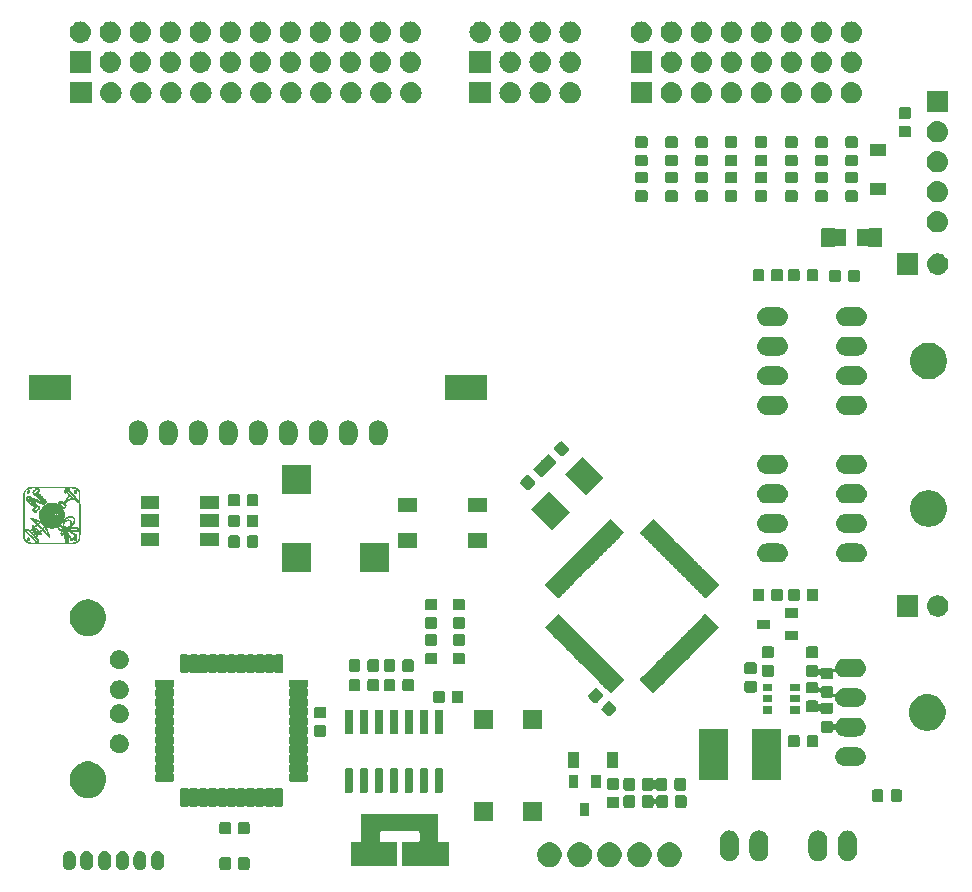
<source format=gbr>
G04 #@! TF.GenerationSoftware,KiCad,Pcbnew,(5.1.4)-1*
G04 #@! TF.CreationDate,2019-10-10T13:13:50+09:00*
G04 #@! TF.ProjectId,stm32f446_main,73746d33-3266-4343-9436-5f6d61696e2e,rev?*
G04 #@! TF.SameCoordinates,Original*
G04 #@! TF.FileFunction,Soldermask,Top*
G04 #@! TF.FilePolarity,Negative*
%FSLAX46Y46*%
G04 Gerber Fmt 4.6, Leading zero omitted, Abs format (unit mm)*
G04 Created by KiCad (PCBNEW (5.1.4)-1) date 2019-10-10 13:13:50*
%MOMM*%
%LPD*%
G04 APERTURE LIST*
%ADD10C,0.010000*%
%ADD11C,0.100000*%
G04 APERTURE END LIST*
D10*
G36*
X152969521Y-87113121D02*
G01*
X153221595Y-87113853D01*
X153475290Y-87115077D01*
X153726497Y-87116774D01*
X153971109Y-87118921D01*
X154205020Y-87121499D01*
X154424122Y-87124488D01*
X154624308Y-87127866D01*
X154801470Y-87131614D01*
X154951501Y-87135711D01*
X155070293Y-87140136D01*
X155153740Y-87144869D01*
X155197734Y-87149890D01*
X155200962Y-87150760D01*
X155350262Y-87221885D01*
X155472617Y-87324203D01*
X155561611Y-87451816D01*
X155628485Y-87582987D01*
X155634504Y-89464693D01*
X155635636Y-89809957D01*
X155636552Y-90113854D01*
X155637053Y-90379266D01*
X155636941Y-90609076D01*
X155636018Y-90806168D01*
X155634086Y-90973425D01*
X155630945Y-91113729D01*
X155626399Y-91229965D01*
X155620247Y-91325015D01*
X155612293Y-91401762D01*
X155602337Y-91463090D01*
X155590182Y-91511881D01*
X155575628Y-91551018D01*
X155558478Y-91583386D01*
X155538533Y-91611866D01*
X155515595Y-91639343D01*
X155489466Y-91668699D01*
X155482315Y-91676779D01*
X155403460Y-91749083D01*
X155309764Y-91811140D01*
X155280843Y-91825619D01*
X155163850Y-91878485D01*
X153294251Y-91882540D01*
X152958517Y-91883193D01*
X152664138Y-91883573D01*
X152408217Y-91883634D01*
X152187860Y-91883332D01*
X152000170Y-91882622D01*
X151842251Y-91881459D01*
X151711209Y-91879798D01*
X151604146Y-91877594D01*
X151518168Y-91874803D01*
X151450379Y-91871378D01*
X151397883Y-91867277D01*
X151357784Y-91862453D01*
X151327187Y-91856861D01*
X151307395Y-91851744D01*
X151174916Y-91790885D01*
X151056511Y-91695638D01*
X150962693Y-91575725D01*
X150922538Y-91495885D01*
X150871516Y-91369600D01*
X150869933Y-90943376D01*
X150908984Y-90943376D01*
X150910280Y-91122608D01*
X150928223Y-91292158D01*
X150961054Y-91441153D01*
X151007010Y-91558717D01*
X151009322Y-91563027D01*
X151074111Y-91658653D01*
X151155028Y-91731825D01*
X151257565Y-91784735D01*
X151387211Y-91819578D01*
X151549457Y-91838547D01*
X151712110Y-91843803D01*
X151977442Y-91845296D01*
X151851864Y-91719604D01*
X152000843Y-91719604D01*
X152003985Y-91754577D01*
X152016240Y-91788671D01*
X152029782Y-91782923D01*
X152037830Y-91769685D01*
X152051943Y-91722261D01*
X152051184Y-91701369D01*
X152031954Y-91681553D01*
X152017339Y-91686261D01*
X152000843Y-91719604D01*
X151851864Y-91719604D01*
X151446604Y-91313977D01*
X150915767Y-90782658D01*
X150908984Y-90943376D01*
X150869933Y-90943376D01*
X150869179Y-90740333D01*
X150978366Y-90740333D01*
X150986994Y-90762984D01*
X151005518Y-90784656D01*
X151045979Y-90829365D01*
X151051887Y-90818427D01*
X151080750Y-90818427D01*
X151469965Y-91204640D01*
X151579700Y-91314512D01*
X151680468Y-91417263D01*
X151767447Y-91507829D01*
X151835817Y-91581145D01*
X151880757Y-91632147D01*
X151895722Y-91651910D01*
X151932264Y-91712966D01*
X152065794Y-91579436D01*
X151678954Y-91192596D01*
X151767596Y-91192596D01*
X151785203Y-91236192D01*
X151825263Y-91275751D01*
X151867161Y-91292161D01*
X151906032Y-91277653D01*
X151931956Y-91257392D01*
X151960167Y-91216652D01*
X151966725Y-91192596D01*
X151949118Y-91149000D01*
X151909058Y-91109442D01*
X151867161Y-91093032D01*
X151823564Y-91110638D01*
X151784006Y-91150699D01*
X151767596Y-91192596D01*
X151678954Y-91192596D01*
X151629281Y-91142923D01*
X151518997Y-91032638D01*
X151566374Y-91032638D01*
X151615528Y-91084960D01*
X151653179Y-91121032D01*
X151677509Y-91137217D01*
X151678252Y-91137283D01*
X151699007Y-91122364D01*
X151741050Y-91083053D01*
X151795697Y-91027513D01*
X151797927Y-91025164D01*
X151900349Y-91025164D01*
X151918534Y-91047927D01*
X151942220Y-91059088D01*
X151989046Y-91094486D01*
X152017095Y-91154309D01*
X152020049Y-91220521D01*
X152009599Y-91251434D01*
X151976758Y-91298377D01*
X151950056Y-91322247D01*
X151939281Y-91338636D01*
X151951660Y-91367243D01*
X151991065Y-91414402D01*
X152033083Y-91458083D01*
X152148445Y-91574896D01*
X152123961Y-91689060D01*
X152110064Y-91757731D01*
X152101193Y-91809006D01*
X152099478Y-91824982D01*
X152121467Y-91829578D01*
X152186900Y-91833455D01*
X152294977Y-91836604D01*
X152444896Y-91839017D01*
X152635858Y-91840686D01*
X152867060Y-91841603D01*
X153137702Y-91841759D01*
X153446984Y-91841147D01*
X153631664Y-91840487D01*
X153929280Y-91839243D01*
X154185919Y-91838046D01*
X154404856Y-91836790D01*
X154589365Y-91835371D01*
X154742721Y-91833683D01*
X154868196Y-91831621D01*
X154969066Y-91829079D01*
X155048604Y-91825952D01*
X155110085Y-91822135D01*
X155156783Y-91817523D01*
X155191971Y-91812009D01*
X155218926Y-91805490D01*
X155240919Y-91797858D01*
X155261226Y-91789010D01*
X155263415Y-91787996D01*
X155381936Y-91710680D01*
X155481007Y-91602910D01*
X155549635Y-91477384D01*
X155560860Y-91444341D01*
X155573320Y-91384279D01*
X155583306Y-91301846D01*
X155590613Y-91205986D01*
X155595038Y-91105639D01*
X155596375Y-91009747D01*
X155594422Y-90927251D01*
X155588974Y-90867093D01*
X155579828Y-90838214D01*
X155574700Y-90837644D01*
X155546244Y-90835593D01*
X155541640Y-90830207D01*
X155516491Y-90827030D01*
X155468064Y-90842953D01*
X155446078Y-90853548D01*
X155358621Y-90881269D01*
X155245891Y-90891851D01*
X155123124Y-90885967D01*
X155005554Y-90864287D01*
X154913287Y-90830054D01*
X154879424Y-90816014D01*
X155129414Y-90816014D01*
X155150784Y-90819308D01*
X155207125Y-90820669D01*
X155208101Y-90820670D01*
X155266877Y-90819516D01*
X155292729Y-90816274D01*
X155280405Y-90811717D01*
X155213131Y-90807867D01*
X155147653Y-90811491D01*
X155129414Y-90816014D01*
X154879424Y-90816014D01*
X154841066Y-90800111D01*
X155361513Y-90800111D01*
X155383261Y-90803654D01*
X155411958Y-90799586D01*
X155412301Y-90792034D01*
X155382688Y-90786752D01*
X155369894Y-90790287D01*
X155361513Y-90800111D01*
X154841066Y-90800111D01*
X154836917Y-90798391D01*
X154779502Y-90794637D01*
X154763444Y-90798742D01*
X154745068Y-90807874D01*
X154744081Y-90820656D01*
X154765091Y-90840698D01*
X154812705Y-90871611D01*
X154891532Y-90917008D01*
X154969757Y-90960444D01*
X155070979Y-91014879D01*
X155162651Y-91061635D01*
X155235663Y-91096242D01*
X155280905Y-91114226D01*
X155285270Y-91115328D01*
X155328093Y-91130732D01*
X155345127Y-91156922D01*
X155334687Y-91197632D01*
X155295089Y-91256597D01*
X155224648Y-91337551D01*
X155149674Y-91415849D01*
X155046849Y-91516563D01*
X154968472Y-91583199D01*
X154912165Y-91616876D01*
X154875553Y-91618711D01*
X154856261Y-91589823D01*
X154851914Y-91555921D01*
X154840701Y-91514385D01*
X154811887Y-91444553D01*
X154769948Y-91356478D01*
X154723794Y-91268290D01*
X154597854Y-91037718D01*
X154609478Y-91203659D01*
X154615428Y-91303816D01*
X154621193Y-91426673D01*
X154625800Y-91550687D01*
X154626971Y-91590854D01*
X154632840Y-91812108D01*
X154389460Y-91812108D01*
X154373893Y-91612979D01*
X154366274Y-91508651D01*
X154357512Y-91377958D01*
X154348770Y-91238726D01*
X154342179Y-91126220D01*
X154334836Y-91010591D01*
X154328061Y-90937445D01*
X154322352Y-90908844D01*
X154402953Y-90908844D01*
X154403441Y-90962069D01*
X154406587Y-91039660D01*
X154412356Y-91146148D01*
X154420714Y-91286062D01*
X154431628Y-91463932D01*
X154436356Y-91541072D01*
X154449547Y-91756795D01*
X154515482Y-91756795D01*
X154557995Y-91753823D01*
X154573972Y-91736334D01*
X154571744Y-91691462D01*
X154569227Y-91673824D01*
X154564290Y-91623989D01*
X154558453Y-91539375D01*
X154552263Y-91429430D01*
X154546268Y-91303602D01*
X154542617Y-91214722D01*
X154536887Y-91089298D01*
X154530105Y-90978952D01*
X154522886Y-90891437D01*
X154515858Y-90834605D01*
X154585198Y-90834605D01*
X154590199Y-90857814D01*
X154613124Y-90911463D01*
X154649763Y-90987672D01*
X154695910Y-91078561D01*
X154747356Y-91176251D01*
X154799895Y-91272862D01*
X154849317Y-91360514D01*
X154891416Y-91431328D01*
X154921983Y-91477424D01*
X154935874Y-91491289D01*
X154944469Y-91504017D01*
X154931533Y-91524478D01*
X154906860Y-91556525D01*
X154910485Y-91558649D01*
X154940126Y-91532910D01*
X154993499Y-91481367D01*
X155068322Y-91406080D01*
X155109025Y-91364341D01*
X155171124Y-91299660D01*
X155210523Y-91257195D01*
X155224685Y-91239820D01*
X155211076Y-91250415D01*
X155202570Y-91258204D01*
X155152796Y-91300881D01*
X155118709Y-91323466D01*
X155108537Y-91322633D01*
X155123332Y-91293281D01*
X155159398Y-91252166D01*
X155163850Y-91247910D01*
X155201157Y-91209110D01*
X155218923Y-91183252D01*
X155219164Y-91181694D01*
X155200934Y-91165832D01*
X155151529Y-91134245D01*
X155078876Y-91091275D01*
X154990905Y-91041260D01*
X154895541Y-90988543D01*
X154800714Y-90937462D01*
X154714352Y-90892359D01*
X154644381Y-90857574D01*
X154598730Y-90837447D01*
X154585198Y-90834605D01*
X154515858Y-90834605D01*
X154515845Y-90834506D01*
X154510992Y-90816464D01*
X154498854Y-90794338D01*
X154666028Y-90794338D01*
X154677091Y-90805401D01*
X154688154Y-90794338D01*
X154677091Y-90783276D01*
X154666028Y-90794338D01*
X154498854Y-90794338D01*
X154488645Y-90775729D01*
X154483199Y-90761150D01*
X154478012Y-90755222D01*
X154479960Y-90786345D01*
X154480265Y-90788807D01*
X154479534Y-90833442D01*
X154456097Y-90848851D01*
X154441578Y-90849652D01*
X154428264Y-90848999D01*
X154417778Y-90850062D01*
X154410088Y-90857370D01*
X154405157Y-90875454D01*
X154402953Y-90908844D01*
X154322352Y-90908844D01*
X154321588Y-90905021D01*
X154315152Y-90911559D01*
X154312142Y-90927091D01*
X154283811Y-91033297D01*
X154238151Y-91120710D01*
X154181495Y-91178075D01*
X154166204Y-91186471D01*
X154120669Y-91199466D01*
X154083690Y-91182811D01*
X154063904Y-91164504D01*
X154031825Y-91105538D01*
X154018731Y-91021807D01*
X154019266Y-91013786D01*
X154077585Y-91013786D01*
X154088797Y-91088317D01*
X154093122Y-91097433D01*
X154119492Y-91146706D01*
X154138131Y-91096322D01*
X154159357Y-91062759D01*
X154177553Y-91058783D01*
X154205696Y-91055402D01*
X154214346Y-91045723D01*
X154217531Y-91030420D01*
X154201053Y-91037929D01*
X154181817Y-91043063D01*
X154187895Y-91015011D01*
X154188411Y-91013691D01*
X154200590Y-90971342D01*
X154223519Y-90971342D01*
X154234582Y-90982404D01*
X154245645Y-90971342D01*
X154234582Y-90960279D01*
X154223519Y-90971342D01*
X154200590Y-90971342D01*
X154201954Y-90966600D01*
X154216642Y-90897316D01*
X154222055Y-90866246D01*
X154222541Y-90858871D01*
X154247392Y-90858871D01*
X154251460Y-90887568D01*
X154259012Y-90887910D01*
X154264294Y-90858298D01*
X154260759Y-90845503D01*
X154250935Y-90837123D01*
X154247392Y-90858871D01*
X154222541Y-90858871D01*
X154226835Y-90793831D01*
X154213493Y-90760851D01*
X154184960Y-90768547D01*
X154144172Y-90818160D01*
X154136665Y-90830136D01*
X154094291Y-90923125D01*
X154077585Y-91013786D01*
X154019266Y-91013786D01*
X154024945Y-90928666D01*
X154050788Y-90841472D01*
X154056861Y-90828914D01*
X154078532Y-90783393D01*
X154076020Y-90764852D01*
X154045854Y-90761170D01*
X154037462Y-90761150D01*
X153937913Y-90743117D01*
X153845332Y-90694843D01*
X153771364Y-90625071D01*
X153727656Y-90542542D01*
X153723631Y-90525600D01*
X153719193Y-90507139D01*
X153787226Y-90507139D01*
X153825918Y-90562756D01*
X153831877Y-90568614D01*
X153859402Y-90596349D01*
X153854174Y-90595971D01*
X153837409Y-90584147D01*
X153806923Y-90562639D01*
X153807122Y-90568096D01*
X153832872Y-90599249D01*
X153876369Y-90632443D01*
X153908409Y-90634208D01*
X153931555Y-90632371D01*
X153930317Y-90641639D01*
X153941317Y-90653716D01*
X153986270Y-90658470D01*
X154009658Y-90657955D01*
X154101830Y-90653511D01*
X154024391Y-90671230D01*
X153976566Y-90682947D01*
X153969665Y-90688628D01*
X154001333Y-90691480D01*
X154009251Y-90691861D01*
X154071945Y-90685954D01*
X154073649Y-90685388D01*
X154201107Y-90685388D01*
X154216144Y-90724274D01*
X154247193Y-90738533D01*
X154265398Y-90713293D01*
X154265432Y-90712931D01*
X154292664Y-90712931D01*
X154313119Y-90737593D01*
X154323084Y-90739025D01*
X154346637Y-90723798D01*
X154355390Y-90673840D01*
X154355556Y-90657161D01*
X154378397Y-90657161D01*
X154380236Y-90738084D01*
X154387175Y-90783710D01*
X154401348Y-90802897D01*
X154414135Y-90805401D01*
X154433723Y-90799313D01*
X154441554Y-90774498D01*
X154439192Y-90721131D01*
X154434374Y-90678180D01*
X154420196Y-90589288D01*
X154415270Y-90573042D01*
X154453595Y-90573042D01*
X154468122Y-90624846D01*
X154500796Y-90709355D01*
X154502081Y-90712498D01*
X154525542Y-90759727D01*
X154548683Y-90772259D01*
X154575336Y-90762323D01*
X154592601Y-90751162D01*
X154918607Y-90751162D01*
X154920627Y-90761404D01*
X154944292Y-90779745D01*
X154969652Y-90782823D01*
X154975784Y-90774580D01*
X154958429Y-90760370D01*
X154941447Y-90752708D01*
X154918607Y-90751162D01*
X154592601Y-90751162D01*
X154599565Y-90746661D01*
X154605003Y-90727962D01*
X154710279Y-90727962D01*
X154721342Y-90739025D01*
X154732404Y-90727962D01*
X154721342Y-90716899D01*
X154710279Y-90727962D01*
X154605003Y-90727962D01*
X154605276Y-90727025D01*
X154591258Y-90691319D01*
X154571310Y-90654690D01*
X154644807Y-90654690D01*
X154660635Y-90666241D01*
X154680594Y-90684120D01*
X154679342Y-90691132D01*
X154690776Y-90702201D01*
X154723455Y-90705837D01*
X154767318Y-90693052D01*
X154773174Y-90677719D01*
X154846964Y-90677719D01*
X154865092Y-90717763D01*
X154887283Y-90729985D01*
X154945738Y-90738533D01*
X154994834Y-90753755D01*
X155022504Y-90770828D01*
X155020264Y-90783134D01*
X155024892Y-90790179D01*
X155065047Y-90791918D01*
X155132376Y-90788774D01*
X155218528Y-90781168D01*
X155315151Y-90769523D01*
X155329791Y-90767488D01*
X155394777Y-90758595D01*
X155441633Y-90752732D01*
X155451481Y-90751742D01*
X155469238Y-90735667D01*
X155468985Y-90727962D01*
X155528920Y-90727962D01*
X155539983Y-90739025D01*
X155551046Y-90727962D01*
X155539983Y-90716899D01*
X155528920Y-90727962D01*
X155468985Y-90727962D01*
X155467639Y-90687008D01*
X155465863Y-90676746D01*
X155441129Y-90649514D01*
X155383746Y-90620926D01*
X155304998Y-90594913D01*
X155216169Y-90575409D01*
X155152725Y-90567634D01*
X155037042Y-90567238D01*
X154943582Y-90583263D01*
X154878484Y-90613497D01*
X154847889Y-90655731D01*
X154846964Y-90677719D01*
X154773174Y-90677719D01*
X154776655Y-90668608D01*
X154758433Y-90633090D01*
X154717187Y-90614098D01*
X154673049Y-90618375D01*
X154658270Y-90628965D01*
X154644807Y-90654690D01*
X154571310Y-90654690D01*
X154563038Y-90639503D01*
X154525383Y-90582683D01*
X154507389Y-90564265D01*
X154583794Y-90564265D01*
X154588437Y-90586435D01*
X154590012Y-90590632D01*
X154607539Y-90617726D01*
X154617504Y-90617920D01*
X154615022Y-90594515D01*
X154602397Y-90578247D01*
X154583794Y-90564265D01*
X154507389Y-90564265D01*
X154490147Y-90546618D01*
X154474579Y-90539896D01*
X154456115Y-90547030D01*
X154453595Y-90573042D01*
X154415270Y-90573042D01*
X154405523Y-90540905D01*
X154392345Y-90533778D01*
X154382655Y-90568656D01*
X154378441Y-90646284D01*
X154378397Y-90657161D01*
X154355556Y-90657161D01*
X154355568Y-90656054D01*
X154353703Y-90604154D01*
X154346041Y-90590520D01*
X154327625Y-90609172D01*
X154322380Y-90616032D01*
X154295725Y-90667932D01*
X154292664Y-90712931D01*
X154265432Y-90712931D01*
X154267770Y-90688634D01*
X154280433Y-90632028D01*
X154303215Y-90587639D01*
X154327767Y-90542352D01*
X154322203Y-90525846D01*
X154291663Y-90540157D01*
X154258049Y-90569732D01*
X154215267Y-90628741D01*
X154201107Y-90685388D01*
X154073649Y-90685388D01*
X154114347Y-90671870D01*
X154150329Y-90635367D01*
X154151660Y-90589262D01*
X154125145Y-90539436D01*
X154101994Y-90516231D01*
X154533276Y-90516231D01*
X154541279Y-90530649D01*
X154571844Y-90542803D01*
X154634801Y-90556315D01*
X154649434Y-90559008D01*
X154664093Y-90543987D01*
X154666028Y-90528833D01*
X154646239Y-90502485D01*
X154599652Y-90495645D01*
X154553040Y-90501610D01*
X154533280Y-90515982D01*
X154533276Y-90516231D01*
X154101994Y-90516231D01*
X154077589Y-90491770D01*
X154015794Y-90452142D01*
X153946566Y-90426432D01*
X153876708Y-90420522D01*
X153834441Y-90429984D01*
X153790082Y-90462059D01*
X153787226Y-90507139D01*
X153719193Y-90507139D01*
X153712039Y-90477389D01*
X153694083Y-90464963D01*
X153656310Y-90480427D01*
X153651165Y-90483079D01*
X153560641Y-90516585D01*
X153442485Y-90541744D01*
X153312917Y-90556132D01*
X153188159Y-90557324D01*
X153164973Y-90555746D01*
X153063804Y-90542406D01*
X152962323Y-90517419D01*
X152846086Y-90476715D01*
X152759709Y-90441561D01*
X152752738Y-90451461D01*
X152763221Y-90495250D01*
X152791691Y-90574416D01*
X152838677Y-90690448D01*
X152897993Y-90829376D01*
X152972054Y-91002877D01*
X153026026Y-91137686D01*
X153059124Y-91234933D01*
X153070562Y-91295745D01*
X153059556Y-91321250D01*
X153025319Y-91312576D01*
X152967066Y-91270851D01*
X152884012Y-91197203D01*
X152775372Y-91092760D01*
X152739329Y-91057230D01*
X152452756Y-90773679D01*
X152289628Y-90936807D01*
X152341167Y-90991668D01*
X152377515Y-91045685D01*
X152371898Y-91086184D01*
X152324091Y-91113679D01*
X152283938Y-91122769D01*
X152179587Y-91135951D01*
X152105481Y-91133274D01*
X152049788Y-91112578D01*
X152000677Y-91071701D01*
X151999913Y-91070906D01*
X151985351Y-91057540D01*
X152107402Y-91057540D01*
X152132709Y-91068046D01*
X152192886Y-91070902D01*
X152196675Y-91070906D01*
X152256416Y-91067693D01*
X152292109Y-91059541D01*
X152296734Y-91054312D01*
X152280194Y-91031572D01*
X152239920Y-90991522D01*
X152208232Y-90963244D01*
X152121603Y-90888770D01*
X152121603Y-90944840D01*
X152116389Y-91002707D01*
X152108173Y-91035908D01*
X152107402Y-91057540D01*
X151985351Y-91057540D01*
X151944773Y-91020295D01*
X151911128Y-91005458D01*
X151900349Y-91025164D01*
X151797927Y-91025164D01*
X151801616Y-91021280D01*
X151850314Y-90969027D01*
X151868444Y-90947230D01*
X151856588Y-90954918D01*
X151824882Y-90982561D01*
X151738352Y-91059843D01*
X151799679Y-90977099D01*
X151835765Y-90914651D01*
X151841901Y-90887318D01*
X151922474Y-90887318D01*
X151936590Y-90911174D01*
X151972281Y-90953552D01*
X151993121Y-90975748D01*
X152044823Y-91019724D01*
X152078115Y-91023718D01*
X152095346Y-90986775D01*
X152099139Y-90932622D01*
X152095315Y-90893548D01*
X152074892Y-90876174D01*
X152025324Y-90871841D01*
X152010976Y-90871777D01*
X151955538Y-90875227D01*
X151924720Y-90883842D01*
X151922474Y-90887318D01*
X151841901Y-90887318D01*
X151847306Y-90863247D01*
X151836891Y-90840216D01*
X151882537Y-90840216D01*
X152105467Y-90849916D01*
X152008439Y-90763488D01*
X151956420Y-90717996D01*
X151920264Y-90687980D01*
X151909012Y-90680386D01*
X151904436Y-90702050D01*
X151896264Y-90751099D01*
X151894574Y-90761964D01*
X151882537Y-90840216D01*
X151836891Y-90840216D01*
X151833334Y-90832351D01*
X151814934Y-90827526D01*
X151789344Y-90841353D01*
X151741648Y-90877651D01*
X151682042Y-90928644D01*
X151680441Y-90930082D01*
X151566374Y-91032638D01*
X151518997Y-91032638D01*
X151336011Y-90849652D01*
X151457840Y-90849652D01*
X151474532Y-90916015D01*
X151517299Y-90953679D01*
X151575175Y-90958153D01*
X151637195Y-90924949D01*
X151638633Y-90923662D01*
X151675928Y-90866996D01*
X151675960Y-90809248D01*
X151643407Y-90762722D01*
X151582943Y-90739720D01*
X151568467Y-90739025D01*
X151500970Y-90754968D01*
X151464553Y-90802390D01*
X151457840Y-90849652D01*
X151336011Y-90849652D01*
X151192768Y-90706409D01*
X151080750Y-90818427D01*
X151051887Y-90818427D01*
X151073366Y-90778663D01*
X151089375Y-90740030D01*
X151077957Y-90723508D01*
X151067813Y-90720559D01*
X151018078Y-90721539D01*
X150999964Y-90726552D01*
X150978366Y-90740333D01*
X150869179Y-90740333D01*
X150868926Y-90672297D01*
X150902187Y-90672297D01*
X151225523Y-90645981D01*
X151375825Y-90803137D01*
X151436772Y-90737893D01*
X151489669Y-90694852D01*
X151541472Y-90673329D01*
X151549687Y-90672662D01*
X151580145Y-90669212D01*
X151594310Y-90651369D01*
X151594653Y-90644928D01*
X151679094Y-90644928D01*
X151692616Y-90662887D01*
X151727524Y-90703538D01*
X151762065Y-90742295D01*
X151845035Y-90834194D01*
X151859011Y-90770015D01*
X151870183Y-90711795D01*
X151875606Y-90672648D01*
X151865349Y-90651045D01*
X151824715Y-90641047D01*
X151778659Y-90639460D01*
X151719252Y-90640547D01*
X151683641Y-90643298D01*
X151679094Y-90644928D01*
X151594653Y-90644928D01*
X151596630Y-90607926D01*
X151596535Y-90606272D01*
X151656969Y-90606272D01*
X151745471Y-90606272D01*
X151800923Y-90604812D01*
X151831735Y-90601167D01*
X151833972Y-90599700D01*
X151819524Y-90582003D01*
X151782227Y-90543197D01*
X151757628Y-90518776D01*
X151802707Y-90518776D01*
X152000413Y-90717402D01*
X152075863Y-90792398D01*
X152139796Y-90854430D01*
X152185966Y-90897546D01*
X152208123Y-90915792D01*
X152208884Y-90916028D01*
X152228876Y-90901682D01*
X152270922Y-90864078D01*
X152325713Y-90811558D01*
X152431777Y-90707088D01*
X152419445Y-90694704D01*
X152465199Y-90694704D01*
X152718215Y-90948439D01*
X152803529Y-91033254D01*
X152877358Y-91105241D01*
X152934371Y-91159317D01*
X152969243Y-91190401D01*
X152977581Y-91195822D01*
X152971425Y-91174457D01*
X152950369Y-91119294D01*
X152917147Y-91037123D01*
X152874489Y-90934734D01*
X152837661Y-90848089D01*
X152788682Y-90734415D01*
X152745572Y-90635569D01*
X152711391Y-90558470D01*
X152689199Y-90510036D01*
X152682288Y-90496712D01*
X152663424Y-90505949D01*
X152622735Y-90539776D01*
X152569193Y-90590710D01*
X152465199Y-90694704D01*
X152419445Y-90694704D01*
X152227345Y-90501802D01*
X152149993Y-90425363D01*
X152083362Y-90361838D01*
X152033799Y-90317107D01*
X152007647Y-90297052D01*
X152007335Y-90296957D01*
X152067706Y-90296957D01*
X152254687Y-90484916D01*
X152441669Y-90672874D01*
X152662893Y-90451650D01*
X152507370Y-90295210D01*
X152696864Y-90295210D01*
X152714854Y-90315766D01*
X152731358Y-90318641D01*
X152753743Y-90330104D01*
X152751129Y-90342464D01*
X152756979Y-90358472D01*
X152799606Y-90359058D01*
X152850516Y-90341758D01*
X152866531Y-90308884D01*
X152895993Y-90308884D01*
X152906720Y-90331786D01*
X152918119Y-90329704D01*
X152931157Y-90312373D01*
X152969286Y-90312373D01*
X153009260Y-90328987D01*
X153034277Y-90336009D01*
X153085768Y-90359667D01*
X153104767Y-90389332D01*
X153088809Y-90415058D01*
X153056403Y-90425276D01*
X153014128Y-90440488D01*
X153011586Y-90460364D01*
X153047505Y-90472925D01*
X153061513Y-90473519D01*
X153107463Y-90460667D01*
X153131049Y-90415170D01*
X153131151Y-90414763D01*
X153130756Y-90408383D01*
X153194687Y-90408383D01*
X153214997Y-90434708D01*
X153268700Y-90453384D01*
X153272126Y-90454013D01*
X153328347Y-90463941D01*
X153363991Y-90470226D01*
X153366159Y-90470607D01*
X153382222Y-90456843D01*
X153382753Y-90451394D01*
X153363557Y-90435740D01*
X153317682Y-90429269D01*
X153258845Y-90421168D01*
X153241149Y-90399705D01*
X153265797Y-90369137D01*
X153295584Y-90351140D01*
X153316709Y-90337962D01*
X153393816Y-90337962D01*
X153453355Y-90339364D01*
X153503693Y-90348773D01*
X153528631Y-90368625D01*
X153520832Y-90390636D01*
X153505845Y-90398604D01*
X153475696Y-90420673D01*
X153471255Y-90432414D01*
X153487187Y-90439830D01*
X153515506Y-90429269D01*
X153550691Y-90398695D01*
X153559756Y-90375886D01*
X153541686Y-90330520D01*
X153496709Y-90309597D01*
X153446450Y-90316897D01*
X153393816Y-90337962D01*
X153316709Y-90337962D01*
X153337965Y-90324703D01*
X153353684Y-90305433D01*
X153352663Y-90303302D01*
X153326077Y-90303879D01*
X153282336Y-90325147D01*
X153236280Y-90357233D01*
X153202754Y-90390264D01*
X153194687Y-90408383D01*
X153130756Y-90408383D01*
X153127461Y-90355218D01*
X153087800Y-90313510D01*
X153019087Y-90296592D01*
X153013454Y-90296516D01*
X152970308Y-90300837D01*
X152969286Y-90312373D01*
X152931157Y-90312373D01*
X152939400Y-90301418D01*
X152940244Y-90295210D01*
X152929463Y-90282289D01*
X153559981Y-90282289D01*
X153576087Y-90292339D01*
X153592945Y-90288515D01*
X153621432Y-90290947D01*
X153626133Y-90303848D01*
X153640842Y-90342387D01*
X153672637Y-90376032D01*
X153695124Y-90385018D01*
X153727716Y-90377891D01*
X153746013Y-90371588D01*
X153778694Y-90349493D01*
X153773314Y-90331771D01*
X153735545Y-90329560D01*
X153725697Y-90331681D01*
X153684735Y-90335840D01*
X153671082Y-90313588D01*
X153670384Y-90298220D01*
X153684115Y-90254657D01*
X153703572Y-90238141D01*
X153732828Y-90217326D01*
X153736760Y-90207290D01*
X153718835Y-90203908D01*
X153673596Y-90216455D01*
X153648483Y-90226251D01*
X153594518Y-90252871D01*
X153563166Y-90275983D01*
X153559981Y-90282289D01*
X152929463Y-90282289D01*
X152923368Y-90274986D01*
X152918119Y-90274391D01*
X152898701Y-90292400D01*
X152895993Y-90308884D01*
X152866531Y-90308884D01*
X152869880Y-90302011D01*
X152861821Y-90247837D01*
X152843804Y-90219040D01*
X152809153Y-90194084D01*
X152780066Y-90186368D01*
X152770089Y-90197870D01*
X152774902Y-90208983D01*
X152775221Y-90240754D01*
X152754019Y-90272719D01*
X152725515Y-90286644D01*
X152716483Y-90283904D01*
X152698004Y-90288064D01*
X152696864Y-90295210D01*
X152507370Y-90295210D01*
X152486800Y-90274519D01*
X152414420Y-90203701D01*
X152352044Y-90146353D01*
X152350642Y-90145189D01*
X152519861Y-90145189D01*
X152534057Y-90162725D01*
X152561966Y-90155571D01*
X152575174Y-90141638D01*
X152602459Y-90119110D01*
X152621011Y-90132448D01*
X152619088Y-90164825D01*
X152619169Y-90205516D01*
X152634427Y-90248869D01*
X152656676Y-90273566D01*
X152661163Y-90274391D01*
X152663225Y-90254467D01*
X152665075Y-90203504D01*
X152665462Y-90183485D01*
X153772820Y-90183485D01*
X153798912Y-90174877D01*
X153816856Y-90161558D01*
X153842749Y-90143591D01*
X153844269Y-90159437D01*
X153838088Y-90180333D01*
X153832422Y-90237027D01*
X153855548Y-90267537D01*
X153888169Y-90269217D01*
X153916409Y-90244397D01*
X153920417Y-90199838D01*
X153920805Y-90158872D01*
X153934308Y-90154715D01*
X153948074Y-90164695D01*
X153974304Y-90178440D01*
X153977548Y-90161581D01*
X153958100Y-90121147D01*
X153945438Y-90101940D01*
X153910951Y-90068931D01*
X153885493Y-90069274D01*
X153880076Y-90100699D01*
X153883629Y-90114690D01*
X153889337Y-90139122D01*
X153875602Y-90124112D01*
X153872950Y-90120392D01*
X153851495Y-90101289D01*
X153824242Y-90112542D01*
X153804351Y-90129476D01*
X153773555Y-90165585D01*
X153772820Y-90183485D01*
X152665462Y-90183485D01*
X152665856Y-90163140D01*
X152664455Y-90101403D01*
X152659169Y-90064182D01*
X152654485Y-90058754D01*
X152627245Y-90072678D01*
X152580706Y-90096117D01*
X152537924Y-90122960D01*
X152519864Y-90145013D01*
X152519861Y-90145189D01*
X152350642Y-90145189D01*
X152306878Y-90108868D01*
X152287138Y-90097387D01*
X152260365Y-90112140D01*
X152214125Y-90150566D01*
X152165637Y-90197172D01*
X152067706Y-90296957D01*
X152007335Y-90296957D01*
X152005882Y-90296516D01*
X151990532Y-90314387D01*
X151988850Y-90327980D01*
X151973096Y-90358927D01*
X151932570Y-90405041D01*
X151895779Y-90439110D01*
X151802707Y-90518776D01*
X151757628Y-90518776D01*
X151745471Y-90506708D01*
X151656969Y-90420288D01*
X151656969Y-90606272D01*
X151596535Y-90606272D01*
X151593933Y-90561208D01*
X151592628Y-90460441D01*
X151603340Y-90386628D01*
X151624720Y-90346317D01*
X151639370Y-90340767D01*
X151672392Y-90354773D01*
X151716017Y-90388528D01*
X151716719Y-90389185D01*
X151768257Y-90437603D01*
X151856780Y-90351164D01*
X151945302Y-90264724D01*
X151701571Y-90020300D01*
X151617796Y-89934572D01*
X151546451Y-89858294D01*
X151492935Y-89797499D01*
X151490085Y-89793802D01*
X151590593Y-89793802D01*
X151593748Y-89804265D01*
X151623870Y-89841019D01*
X151676554Y-89899148D01*
X151747395Y-89973734D01*
X151800407Y-90028017D01*
X151884302Y-90112316D01*
X151957270Y-90184197D01*
X152013737Y-90238283D01*
X152048128Y-90269197D01*
X152055774Y-90274391D01*
X152076513Y-90259815D01*
X152118261Y-90221834D01*
X152165399Y-90175290D01*
X152214274Y-90122831D01*
X152245747Y-90083826D01*
X152252976Y-90067716D01*
X152231040Y-90057477D01*
X152176548Y-90034064D01*
X152155266Y-90025104D01*
X152422032Y-90025104D01*
X152424043Y-90043857D01*
X152450456Y-90064571D01*
X152495224Y-90070686D01*
X152539229Y-90063088D01*
X152563353Y-90042663D01*
X152564112Y-90037367D01*
X152578524Y-90011092D01*
X152587543Y-90008885D01*
X152599505Y-89994803D01*
X152594555Y-89982318D01*
X152592370Y-89980337D01*
X153937867Y-89980337D01*
X153943716Y-90003858D01*
X153966368Y-90008885D01*
X154005143Y-90024495D01*
X154024391Y-90042073D01*
X154052038Y-90069640D01*
X154062655Y-90075262D01*
X154065554Y-90058626D01*
X154060640Y-90042073D01*
X154063346Y-90013522D01*
X154076969Y-90008885D01*
X154112518Y-89993743D01*
X154146080Y-89964634D01*
X154171219Y-89930601D01*
X154163753Y-89922517D01*
X154126948Y-89940422D01*
X154091685Y-89963981D01*
X154038244Y-89992240D01*
X154008222Y-89985292D01*
X154002265Y-89960947D01*
X154020238Y-89944574D01*
X154035453Y-89942509D01*
X154064971Y-89937473D01*
X154068641Y-89933256D01*
X154075550Y-89907345D01*
X154082971Y-89886660D01*
X154085248Y-89867735D01*
X154064559Y-89872682D01*
X154016869Y-89901444D01*
X153963348Y-89943865D01*
X153937867Y-89980337D01*
X152592370Y-89980337D01*
X152577897Y-89967217D01*
X152569280Y-89982318D01*
X152542473Y-90006617D01*
X152529080Y-90008885D01*
X152500850Y-90022163D01*
X152497735Y-90032317D01*
X152483653Y-90044278D01*
X152471168Y-90039328D01*
X152456132Y-90022653D01*
X152471306Y-90014007D01*
X152487870Y-89993129D01*
X152484841Y-89983796D01*
X152462077Y-89974939D01*
X152436501Y-89993292D01*
X152422032Y-90025104D01*
X152155266Y-90025104D01*
X152097939Y-90000969D01*
X152003652Y-89961679D01*
X151902125Y-89919686D01*
X151801797Y-89878478D01*
X151711106Y-89841545D01*
X151638490Y-89812377D01*
X151592389Y-89794464D01*
X151590593Y-89793802D01*
X151490085Y-89793802D01*
X151462645Y-89758220D01*
X151457840Y-89747871D01*
X151460205Y-89729234D01*
X151469688Y-89717026D01*
X151489871Y-89712402D01*
X151524337Y-89716516D01*
X151576668Y-89730525D01*
X151650446Y-89755582D01*
X151749254Y-89792843D01*
X151876673Y-89843464D01*
X152036287Y-89908598D01*
X152231677Y-89989402D01*
X152317437Y-90025032D01*
X152331951Y-90022833D01*
X152322610Y-89991253D01*
X152310739Y-89966988D01*
X152387108Y-89966988D01*
X152402059Y-89972600D01*
X152435383Y-89955456D01*
X152480956Y-89934443D01*
X152512822Y-89945848D01*
X152537533Y-89958148D01*
X152541456Y-89943223D01*
X152526158Y-89912039D01*
X152504255Y-89885813D01*
X152474115Y-89862103D01*
X152458997Y-89872522D01*
X152456759Y-89878701D01*
X152429879Y-89917339D01*
X152417052Y-89927014D01*
X152390259Y-89955207D01*
X152387108Y-89966988D01*
X152310739Y-89966988D01*
X152308459Y-89962328D01*
X152252811Y-89817067D01*
X152219717Y-89648479D01*
X152210662Y-89472153D01*
X152221002Y-89366353D01*
X152342857Y-89366353D01*
X152347062Y-89387896D01*
X152365478Y-89401497D01*
X152406807Y-89409528D01*
X152479753Y-89414363D01*
X152525392Y-89416135D01*
X152618556Y-89421069D01*
X152674987Y-89428928D01*
X152702182Y-89441337D01*
X152707927Y-89455749D01*
X152697054Y-89474540D01*
X152659571Y-89487553D01*
X152588183Y-89496789D01*
X152546671Y-89500000D01*
X152444261Y-89511400D01*
X152383248Y-89528998D01*
X152364475Y-89544251D01*
X152349586Y-89589042D01*
X152343616Y-89649027D01*
X152347339Y-89703387D01*
X152357608Y-89728630D01*
X152384741Y-89734913D01*
X152445804Y-89739863D01*
X152530477Y-89742827D01*
X152589925Y-89743380D01*
X152689631Y-89742753D01*
X152753166Y-89739779D01*
X152788605Y-89732814D01*
X152804020Y-89720217D01*
X152807487Y-89700345D01*
X152807492Y-89699129D01*
X152803992Y-89677613D01*
X152787724Y-89664471D01*
X152750036Y-89657666D01*
X152682275Y-89655163D01*
X152619425Y-89654878D01*
X152525402Y-89653461D01*
X152467857Y-89648304D01*
X152439080Y-89638045D01*
X152431359Y-89621690D01*
X152440912Y-89603130D01*
X152475067Y-89592785D01*
X152542070Y-89588765D01*
X152576180Y-89588502D01*
X152659713Y-89586070D01*
X152713674Y-89576130D01*
X152752602Y-89554717D01*
X152775309Y-89534194D01*
X152779021Y-89529769D01*
X152847436Y-89529769D01*
X152855733Y-89619887D01*
X152884172Y-89690013D01*
X152904763Y-89717135D01*
X152929776Y-89733012D01*
X152970016Y-89740064D01*
X153036290Y-89740710D01*
X153101738Y-89738726D01*
X153283188Y-89732317D01*
X153324190Y-89648385D01*
X153352708Y-89547537D01*
X153343141Y-89467202D01*
X153386047Y-89467202D01*
X153404219Y-89497174D01*
X153428264Y-89514885D01*
X153435390Y-89514457D01*
X153485950Y-89494565D01*
X153512666Y-89493201D01*
X153522147Y-89517936D01*
X153520999Y-89576338D01*
X153519072Y-89610337D01*
X153515876Y-89683882D01*
X153519459Y-89723648D01*
X153533704Y-89740015D01*
X153562494Y-89743360D01*
X153568854Y-89743380D01*
X153626133Y-89743380D01*
X153626133Y-89543557D01*
X153623998Y-89459978D01*
X153670384Y-89459978D01*
X153690082Y-89522438D01*
X153747545Y-89565009D01*
X153840325Y-89586267D01*
X153891638Y-89588502D01*
X153965783Y-89586887D01*
X154005847Y-89579795D01*
X154021950Y-89563851D01*
X154024391Y-89544251D01*
X154019051Y-89518571D01*
X153996010Y-89505256D01*
X153944737Y-89500435D01*
X153904006Y-89500000D01*
X153824704Y-89494153D01*
X153775722Y-89478437D01*
X153761832Y-89455595D01*
X153783707Y-89430930D01*
X153822644Y-89420372D01*
X153887073Y-89416021D01*
X153924100Y-89416810D01*
X153994902Y-89424445D01*
X154036470Y-89442207D01*
X154063673Y-89476565D01*
X154064398Y-89477875D01*
X154083279Y-89537244D01*
X154071203Y-89594033D01*
X154056870Y-89625011D01*
X154036624Y-89643161D01*
X153999774Y-89651906D01*
X153935628Y-89654668D01*
X153881123Y-89654878D01*
X153796111Y-89655917D01*
X153746176Y-89660655D01*
X153722161Y-89671526D01*
X153714910Y-89690965D01*
X153714634Y-89699129D01*
X153718330Y-89721177D01*
X153735350Y-89734391D01*
X153774596Y-89740996D01*
X153844970Y-89743217D01*
X153891638Y-89743380D01*
X153985588Y-89741529D01*
X154046773Y-89734456D01*
X154086580Y-89719885D01*
X154112892Y-89699129D01*
X154148836Y-89635351D01*
X154160626Y-89551612D01*
X154148905Y-89464604D01*
X154114315Y-89391016D01*
X154100418Y-89374888D01*
X154066638Y-89345085D01*
X154031671Y-89329055D01*
X153981953Y-89323740D01*
X153903921Y-89326084D01*
X153887815Y-89326971D01*
X153782547Y-89339455D01*
X153714937Y-89364933D01*
X153679446Y-89406794D01*
X153670384Y-89459978D01*
X153623998Y-89459978D01*
X153623322Y-89433519D01*
X153612707Y-89363914D01*
X153591017Y-89331157D01*
X153554979Y-89331661D01*
X153501322Y-89361842D01*
X153476560Y-89379655D01*
X153426407Y-89416893D01*
X153393727Y-89441007D01*
X153387763Y-89445319D01*
X153386047Y-89467202D01*
X153343141Y-89467202D01*
X153341236Y-89451214D01*
X153293114Y-89371124D01*
X153260790Y-89344395D01*
X153218081Y-89329666D01*
X153151896Y-89323708D01*
X153098117Y-89322997D01*
X153013727Y-89325135D01*
X152959818Y-89333971D01*
X152922726Y-89353134D01*
X152898006Y-89376168D01*
X152861792Y-89442522D01*
X152847436Y-89529769D01*
X152779021Y-89529769D01*
X152817997Y-89483317D01*
X152824230Y-89442511D01*
X152794006Y-89396766D01*
X152775309Y-89377305D01*
X152744390Y-89350546D01*
X152709690Y-89334340D01*
X152659607Y-89326096D01*
X152582536Y-89323226D01*
X152531929Y-89322997D01*
X152440118Y-89323844D01*
X152383938Y-89327703D01*
X152354782Y-89336547D01*
X152344042Y-89352349D01*
X152342857Y-89366353D01*
X152221002Y-89366353D01*
X152227129Y-89303675D01*
X152240225Y-89245558D01*
X152312171Y-89056498D01*
X152419966Y-88882397D01*
X152557136Y-88731272D01*
X152717206Y-88611143D01*
X152780510Y-88576371D01*
X152978126Y-88500801D01*
X153178108Y-88466405D01*
X153375730Y-88470721D01*
X153566263Y-88511288D01*
X153744982Y-88585642D01*
X153907158Y-88691323D01*
X154048066Y-88825867D01*
X154162977Y-88986814D01*
X154247165Y-89171700D01*
X154293995Y-89364658D01*
X154302417Y-89560177D01*
X154272880Y-89756921D01*
X154208513Y-89945136D01*
X154112447Y-90115066D01*
X154016349Y-90229820D01*
X153917065Y-90329065D01*
X154026212Y-90380941D01*
X154092075Y-90417829D01*
X154141898Y-90455810D01*
X154157973Y-90475070D01*
X154182464Y-90503832D01*
X154216009Y-90495083D01*
X154222065Y-90491418D01*
X154249220Y-90469641D01*
X154247839Y-90444504D01*
X154227728Y-90410851D01*
X154200176Y-90335705D01*
X154193476Y-90236461D01*
X154194326Y-90229707D01*
X154267768Y-90229707D01*
X154272589Y-90328049D01*
X154313335Y-90414822D01*
X154315044Y-90417023D01*
X154341026Y-90446744D01*
X154368763Y-90464181D01*
X154409741Y-90472094D01*
X154475445Y-90473243D01*
X154541830Y-90471515D01*
X154634271Y-90465477D01*
X154715851Y-90454590D01*
X154771337Y-90441001D01*
X154777729Y-90438263D01*
X154858786Y-90383278D01*
X154944153Y-90300679D01*
X155021651Y-90203918D01*
X155079103Y-90106448D01*
X155080139Y-90104202D01*
X155114930Y-90014731D01*
X155127673Y-89937618D01*
X155125266Y-89872009D01*
X155100303Y-89766008D01*
X155047109Y-89693325D01*
X154962569Y-89650845D01*
X154891406Y-89638149D01*
X154770136Y-89647055D01*
X154643853Y-89692239D01*
X154521664Y-89768043D01*
X154412674Y-89868808D01*
X154325991Y-89988873D01*
X154325397Y-89989922D01*
X154283459Y-90064199D01*
X154358585Y-89994946D01*
X154438793Y-89928716D01*
X154509156Y-89891815D01*
X154585116Y-89877261D01*
X154621421Y-89876133D01*
X154735229Y-89893319D01*
X154820879Y-89942871D01*
X154875276Y-90021776D01*
X154895330Y-90127021D01*
X154895244Y-90142853D01*
X154882094Y-90213801D01*
X154850928Y-90293447D01*
X154809305Y-90367495D01*
X154764785Y-90421649D01*
X154738560Y-90439153D01*
X154721189Y-90440120D01*
X154735965Y-90415997D01*
X154757395Y-90391963D01*
X154821357Y-90312007D01*
X154854652Y-90235022D01*
X154865073Y-90142091D01*
X154865157Y-90130328D01*
X154847561Y-90030003D01*
X154799029Y-89955999D01*
X154725947Y-89910861D01*
X154634701Y-89897134D01*
X154531677Y-89917364D01*
X154441980Y-89961650D01*
X154355150Y-90036869D01*
X154296184Y-90129435D01*
X154267768Y-90229707D01*
X154194326Y-90229707D01*
X154207153Y-90127793D01*
X154240240Y-90025463D01*
X154314542Y-89901750D01*
X154419209Y-89783168D01*
X154541071Y-89682772D01*
X154647403Y-89621900D01*
X154785533Y-89578301D01*
X154909981Y-89573518D01*
X155016755Y-89603189D01*
X155101860Y-89662953D01*
X155161302Y-89748449D01*
X155191087Y-89855316D01*
X155187221Y-89979190D01*
X155145711Y-90115712D01*
X155130122Y-90149038D01*
X155076652Y-90234930D01*
X155003607Y-90324790D01*
X154922074Y-90407094D01*
X154843139Y-90470321D01*
X154795223Y-90497119D01*
X154751240Y-90517821D01*
X154743810Y-90533803D01*
X154766834Y-90554602D01*
X154802609Y-90571583D01*
X154836412Y-90556399D01*
X154849397Y-90545249D01*
X154879078Y-90526404D01*
X154923824Y-90514665D01*
X154993108Y-90508611D01*
X155096403Y-90506817D01*
X155105385Y-90506815D01*
X155208108Y-90507996D01*
X155280882Y-90513393D01*
X155337993Y-90525969D01*
X155393727Y-90548688D01*
X155451481Y-90578616D01*
X155584234Y-90650311D01*
X155590000Y-89162481D01*
X155591197Y-88853024D01*
X155592030Y-88584574D01*
X155592212Y-88353889D01*
X155591455Y-88157727D01*
X155589469Y-87992844D01*
X155585969Y-87855998D01*
X155580665Y-87743946D01*
X155573269Y-87653445D01*
X155563495Y-87581252D01*
X155551053Y-87524125D01*
X155535655Y-87478820D01*
X155517015Y-87442095D01*
X155494843Y-87410708D01*
X155468852Y-87381414D01*
X155438754Y-87350972D01*
X155428204Y-87340454D01*
X155349450Y-87274911D01*
X155257925Y-87226839D01*
X155144963Y-87193305D01*
X155001899Y-87171377D01*
X154903877Y-87162968D01*
X154799437Y-87157095D01*
X154733230Y-87157790D01*
X154699510Y-87166710D01*
X154692533Y-87185510D01*
X154706552Y-87215846D01*
X154708669Y-87219234D01*
X154716710Y-87266540D01*
X154707475Y-87305893D01*
X154702253Y-87327206D01*
X154705827Y-87350441D01*
X154721997Y-87380476D01*
X154754560Y-87422186D01*
X154807314Y-87480449D01*
X154884057Y-87560141D01*
X154985992Y-87663520D01*
X155079266Y-87759292D01*
X155160693Y-87846030D01*
X155225431Y-87918317D01*
X155268639Y-87970738D01*
X155285474Y-87997877D01*
X155285540Y-87998635D01*
X155300572Y-88033393D01*
X155338160Y-88080587D01*
X155353892Y-88096427D01*
X155427604Y-88181617D01*
X155472985Y-88266709D01*
X155484669Y-88326253D01*
X155471410Y-88364385D01*
X155433870Y-88369008D01*
X155375401Y-88341174D01*
X155299358Y-88281936D01*
X155276547Y-88260976D01*
X155212580Y-88206254D01*
X155154699Y-88166702D01*
X155114848Y-88150410D01*
X155113236Y-88150349D01*
X155069477Y-88140901D01*
X155053223Y-88128223D01*
X155016634Y-88108330D01*
X154952126Y-88110789D01*
X154869200Y-88134328D01*
X154808656Y-88160963D01*
X154752559Y-88194393D01*
X154679995Y-88245041D01*
X154598763Y-88306516D01*
X154516661Y-88372430D01*
X154441487Y-88436392D01*
X154381042Y-88492015D01*
X154343123Y-88532908D01*
X154334147Y-88549724D01*
X154352391Y-88573402D01*
X154386443Y-88591710D01*
X154438188Y-88629118D01*
X154453180Y-88684183D01*
X154432454Y-88751540D01*
X154377048Y-88825825D01*
X154333244Y-88866790D01*
X154270061Y-88911009D01*
X154216837Y-88923028D01*
X154165731Y-88900551D01*
X154108903Y-88841282D01*
X154070787Y-88789934D01*
X153998150Y-88699781D01*
X153930339Y-88639968D01*
X153902101Y-88624369D01*
X153836507Y-88582391D01*
X153829879Y-88567050D01*
X153960379Y-88567050D01*
X154035779Y-88646997D01*
X154090173Y-88709854D01*
X154137393Y-88772946D01*
X154149994Y-88792653D01*
X154191616Y-88843145D01*
X154236479Y-88853415D01*
X154289492Y-88823124D01*
X154331855Y-88780154D01*
X154382241Y-88716262D01*
X154398504Y-88677140D01*
X154381391Y-88660315D01*
X154368324Y-88659234D01*
X154337823Y-88644609D01*
X154286835Y-88605978D01*
X154225575Y-88551205D01*
X154215994Y-88541947D01*
X154191937Y-88518459D01*
X154225252Y-88518459D01*
X154233094Y-88526263D01*
X154236869Y-88526481D01*
X154257937Y-88512717D01*
X154304501Y-88475490D01*
X154369129Y-88420899D01*
X154426542Y-88370854D01*
X154553221Y-88262508D01*
X154657184Y-88182041D01*
X154745480Y-88124587D01*
X154825154Y-88085277D01*
X154848705Y-88076411D01*
X155213499Y-88076411D01*
X155216802Y-88097258D01*
X155245820Y-88139013D01*
X155288768Y-88186825D01*
X155339434Y-88233644D01*
X155377178Y-88259556D01*
X155392919Y-88259659D01*
X155383271Y-88231210D01*
X155349621Y-88184648D01*
X155317650Y-88149245D01*
X155267883Y-88103984D01*
X155228602Y-88078437D01*
X155213499Y-88076411D01*
X154848705Y-88076411D01*
X154857804Y-88072986D01*
X154912356Y-88050057D01*
X154944887Y-88028492D01*
X154947875Y-88023884D01*
X154936844Y-87999481D01*
X154902947Y-87956767D01*
X154856613Y-87906577D01*
X154808271Y-87859746D01*
X154768351Y-87827110D01*
X154750164Y-87818467D01*
X154735234Y-87836837D01*
X154732404Y-87858386D01*
X154715966Y-87915417D01*
X154668710Y-87996600D01*
X154593728Y-88097655D01*
X154494110Y-88214303D01*
X154411587Y-88302722D01*
X154325813Y-88392703D01*
X154268345Y-88455863D01*
X154235914Y-88496387D01*
X154225252Y-88518459D01*
X154191937Y-88518459D01*
X154095862Y-88424661D01*
X154028120Y-88495856D01*
X153960379Y-88567050D01*
X153829879Y-88567050D01*
X153812785Y-88527490D01*
X153812795Y-88527449D01*
X153870417Y-88527449D01*
X153886390Y-88547715D01*
X153926709Y-88540085D01*
X153985826Y-88500819D01*
X154015540Y-88473380D01*
X154059857Y-88424360D01*
X154086886Y-88385396D01*
X154090767Y-88373816D01*
X154075406Y-88350770D01*
X154036934Y-88352174D01*
X153986768Y-88374802D01*
X153936326Y-88415429D01*
X153933703Y-88418194D01*
X153884339Y-88483028D01*
X153870417Y-88527449D01*
X153812795Y-88527449D01*
X153830314Y-88457497D01*
X153846179Y-88428871D01*
X153910682Y-88348451D01*
X153980770Y-88300278D01*
X154049432Y-88285774D01*
X154109658Y-88306363D01*
X154154435Y-88363466D01*
X154155605Y-88366072D01*
X154180837Y-88413715D01*
X154201736Y-88437400D01*
X154204132Y-88437979D01*
X154224435Y-88422316D01*
X154267498Y-88379599D01*
X154327125Y-88316240D01*
X154397124Y-88238649D01*
X154401510Y-88233691D01*
X154499115Y-88117044D01*
X154580618Y-88007388D01*
X154641904Y-87911053D01*
X154678862Y-87834376D01*
X154688154Y-87792306D01*
X154673568Y-87763278D01*
X154635481Y-87714635D01*
X154586543Y-87661512D01*
X154530209Y-87606364D01*
X154492314Y-87578206D01*
X154461264Y-87571527D01*
X154425464Y-87580820D01*
X154420554Y-87582650D01*
X154369189Y-87595299D01*
X154331121Y-87579939D01*
X154309069Y-87559844D01*
X154277581Y-87510778D01*
X154278126Y-87454184D01*
X154281478Y-87447420D01*
X154343595Y-87447420D01*
X154347538Y-87495204D01*
X154383662Y-87526206D01*
X154407342Y-87530498D01*
X154431500Y-87516540D01*
X154448527Y-87502769D01*
X154507035Y-87502769D01*
X154802255Y-87793260D01*
X154916029Y-87903708D01*
X155003849Y-87984501D01*
X155070049Y-88038242D01*
X155118966Y-88067534D01*
X155154934Y-88074982D01*
X155182290Y-88063189D01*
X155205101Y-88035185D01*
X155214709Y-88000648D01*
X155193957Y-87961619D01*
X155176488Y-87941833D01*
X155135783Y-87908199D01*
X155104668Y-87898827D01*
X155101902Y-87900007D01*
X155089356Y-87900130D01*
X155092893Y-87892257D01*
X155082639Y-87870062D01*
X155045618Y-87822961D01*
X154986902Y-87756780D01*
X154911559Y-87677344D01*
X154864057Y-87629304D01*
X154621903Y-87387901D01*
X154507035Y-87502769D01*
X154448527Y-87502769D01*
X154476969Y-87479767D01*
X154529032Y-87432663D01*
X154583631Y-87380135D01*
X154608690Y-87351398D01*
X154607116Y-87340154D01*
X154581817Y-87340106D01*
X154571270Y-87341198D01*
X154513221Y-87353183D01*
X154486301Y-87379902D01*
X154478054Y-87424488D01*
X154463392Y-87467276D01*
X154445209Y-87482753D01*
X154425144Y-87477261D01*
X154427852Y-87446952D01*
X154430052Y-87414285D01*
X154406393Y-87413787D01*
X154403550Y-87414806D01*
X154396617Y-87409264D01*
X154417626Y-87380652D01*
X154444774Y-87352306D01*
X154491374Y-87311568D01*
X154524852Y-87291373D01*
X154533957Y-87291978D01*
X154563078Y-87303308D01*
X154590890Y-87304159D01*
X154624081Y-87291111D01*
X154626593Y-87254269D01*
X154643903Y-87254269D01*
X154654965Y-87265331D01*
X154666028Y-87254269D01*
X154654965Y-87243206D01*
X154643903Y-87254269D01*
X154626593Y-87254269D01*
X154626748Y-87252004D01*
X154626349Y-87249855D01*
X154611252Y-87210442D01*
X154596125Y-87198955D01*
X154566549Y-87214171D01*
X154518468Y-87253187D01*
X154461994Y-87306050D01*
X154407241Y-87362811D01*
X154364324Y-87413519D01*
X154343595Y-87447420D01*
X154281478Y-87447420D01*
X154312366Y-87385105D01*
X154381958Y-87298587D01*
X154404759Y-87273984D01*
X154517569Y-87154704D01*
X152046246Y-87154704D01*
X152128175Y-87238607D01*
X152187670Y-87312569D01*
X152206874Y-87377484D01*
X152185799Y-87442581D01*
X152128498Y-87512979D01*
X152046892Y-87596551D01*
X152097666Y-87650598D01*
X152140391Y-87684336D01*
X152176147Y-87693819D01*
X152178450Y-87693127D01*
X152206675Y-87702728D01*
X152254765Y-87737703D01*
X152314104Y-87789562D01*
X152376074Y-87849814D01*
X152432060Y-87909967D01*
X152473442Y-87961530D01*
X152491606Y-87996012D01*
X152491353Y-88001463D01*
X152493697Y-88050707D01*
X152526077Y-88091413D01*
X152569584Y-88106098D01*
X152614102Y-88122291D01*
X152671551Y-88163388D01*
X152730331Y-88218170D01*
X152778841Y-88275414D01*
X152805478Y-88323900D01*
X152807492Y-88336204D01*
X152792076Y-88374963D01*
X152752432Y-88427867D01*
X152716645Y-88464807D01*
X152661843Y-88513108D01*
X152619692Y-88536702D01*
X152571470Y-88542087D01*
X152508906Y-88536898D01*
X152441880Y-88522873D01*
X152343014Y-88493096D01*
X152220650Y-88450352D01*
X152083127Y-88397428D01*
X152044010Y-88381563D01*
X151929070Y-88334625D01*
X151829112Y-88294181D01*
X151750997Y-88262976D01*
X151701585Y-88243756D01*
X151687384Y-88238850D01*
X151697967Y-88253369D01*
X151733478Y-88292366D01*
X151787581Y-88349006D01*
X151823810Y-88386056D01*
X151897916Y-88466185D01*
X151943222Y-88526319D01*
X151957067Y-88562849D01*
X151956347Y-88565864D01*
X151959110Y-88610778D01*
X151991228Y-88647561D01*
X152029346Y-88659234D01*
X152070106Y-88675832D01*
X152122716Y-88717397D01*
X152175234Y-88771585D01*
X152215718Y-88826053D01*
X152232226Y-88868457D01*
X152232230Y-88868938D01*
X152216806Y-88902639D01*
X152175962Y-88956784D01*
X152117845Y-89022983D01*
X152050602Y-89092844D01*
X151982377Y-89157975D01*
X151921318Y-89209984D01*
X151875569Y-89240481D01*
X151868809Y-89243318D01*
X151832983Y-89242688D01*
X151786292Y-89214646D01*
X151734748Y-89168119D01*
X151878223Y-89168119D01*
X151885772Y-89189669D01*
X151887980Y-89190244D01*
X151906870Y-89174740D01*
X151911411Y-89168119D01*
X151909657Y-89147731D01*
X151901654Y-89145993D01*
X151879124Y-89162054D01*
X151878223Y-89168119D01*
X151734748Y-89168119D01*
X151730525Y-89164308D01*
X151679291Y-89108068D01*
X151652959Y-89070517D01*
X151734473Y-89070517D01*
X151746762Y-89090692D01*
X151755625Y-89100739D01*
X151794255Y-89134328D01*
X151821401Y-89145993D01*
X151846833Y-89131161D01*
X151883954Y-89100302D01*
X151972150Y-89100302D01*
X151975176Y-89101742D01*
X151995368Y-89086167D01*
X151999913Y-89079617D01*
X152005551Y-89058932D01*
X152002525Y-89057492D01*
X151982333Y-89073067D01*
X151977788Y-89079617D01*
X151972150Y-89100302D01*
X151883954Y-89100302D01*
X151894758Y-89091321D01*
X151957096Y-89033453D01*
X151988793Y-89002178D01*
X152055227Y-89002178D01*
X152066289Y-89013241D01*
X152077352Y-89002178D01*
X152066289Y-88991115D01*
X152055227Y-89002178D01*
X151988793Y-89002178D01*
X151995550Y-88995512D01*
X152087736Y-88902614D01*
X152143729Y-88902614D01*
X152151824Y-88920825D01*
X152158479Y-88917364D01*
X152161127Y-88891106D01*
X152158479Y-88887863D01*
X152145325Y-88890900D01*
X152143729Y-88902614D01*
X152087736Y-88902614D01*
X152144878Y-88845031D01*
X152088225Y-88791808D01*
X152031571Y-88738584D01*
X151873121Y-88897035D01*
X151801870Y-88968918D01*
X151757818Y-89016928D01*
X151736756Y-89048362D01*
X151734473Y-89070517D01*
X151652959Y-89070517D01*
X151644568Y-89058551D01*
X151634843Y-89032335D01*
X151642787Y-89011800D01*
X151706644Y-89011800D01*
X151709671Y-89013241D01*
X151729862Y-88997665D01*
X151734408Y-88991115D01*
X151740046Y-88970430D01*
X151737019Y-88968990D01*
X151716828Y-88984566D01*
X151712283Y-88991115D01*
X151706644Y-89011800D01*
X151642787Y-89011800D01*
X151649249Y-88995098D01*
X151685986Y-88942391D01*
X151702624Y-88923298D01*
X151795146Y-88923298D01*
X151798173Y-88924739D01*
X151818364Y-88909163D01*
X151822910Y-88902614D01*
X151828548Y-88881929D01*
X151825521Y-88880488D01*
X151805330Y-88896064D01*
X151800784Y-88902614D01*
X151795146Y-88923298D01*
X151702624Y-88923298D01*
X151712944Y-88911456D01*
X151785241Y-88834797D01*
X151883648Y-88834797D01*
X151886674Y-88836237D01*
X151906866Y-88820661D01*
X151911411Y-88814112D01*
X151917049Y-88793427D01*
X151914023Y-88791986D01*
X151893832Y-88807562D01*
X151889286Y-88814112D01*
X151883648Y-88834797D01*
X151785241Y-88834797D01*
X151791044Y-88828645D01*
X151719666Y-88755002D01*
X151668641Y-88710532D01*
X151623260Y-88684327D01*
X151609504Y-88681359D01*
X151573206Y-88664841D01*
X151567200Y-88659346D01*
X151713674Y-88659346D01*
X151714145Y-88672769D01*
X151741065Y-88706986D01*
X151767596Y-88734139D01*
X151820771Y-88780958D01*
X151849916Y-88798469D01*
X151851630Y-88787576D01*
X151822512Y-88749183D01*
X151819850Y-88746295D01*
X151972150Y-88746295D01*
X151975176Y-88747735D01*
X151995368Y-88732160D01*
X151999913Y-88725610D01*
X152005551Y-88704925D01*
X152002525Y-88703485D01*
X151982333Y-88719060D01*
X151977788Y-88725610D01*
X151972150Y-88746295D01*
X151819850Y-88746295D01*
X151800563Y-88725379D01*
X151766517Y-88694001D01*
X151843164Y-88694001D01*
X151856542Y-88715082D01*
X151885351Y-88737709D01*
X151899199Y-88730740D01*
X151890196Y-88704957D01*
X151868428Y-88688734D01*
X151929849Y-88688734D01*
X151932886Y-88701888D01*
X151944600Y-88703485D01*
X151962811Y-88695389D01*
X151959350Y-88688734D01*
X151933092Y-88686086D01*
X151929849Y-88688734D01*
X151868428Y-88688734D01*
X151860097Y-88682526D01*
X151852083Y-88681359D01*
X151843164Y-88694001D01*
X151766517Y-88694001D01*
X151755532Y-88683878D01*
X151720404Y-88660945D01*
X151713674Y-88659346D01*
X151567200Y-88659346D01*
X151527805Y-88623304D01*
X151510659Y-88602616D01*
X151457732Y-88544861D01*
X151400669Y-88498974D01*
X151387099Y-88491036D01*
X151328764Y-88438389D01*
X151311387Y-88394088D01*
X151378940Y-88394088D01*
X151390169Y-88427379D01*
X151424708Y-88437979D01*
X151455422Y-88453887D01*
X151500271Y-88494545D01*
X151528498Y-88526082D01*
X151577324Y-88582545D01*
X151608373Y-88608308D01*
X151630954Y-88607668D01*
X151654378Y-88584916D01*
X151654844Y-88584356D01*
X151661831Y-88561872D01*
X151647126Y-88529248D01*
X151606404Y-88479468D01*
X151560232Y-88430787D01*
X151512840Y-88383087D01*
X151596536Y-88383087D01*
X151599005Y-88413582D01*
X151629312Y-88430854D01*
X151676443Y-88457519D01*
X151727740Y-88500374D01*
X151769871Y-88546530D01*
X151789507Y-88583101D01*
X151789722Y-88585934D01*
X151804364Y-88611390D01*
X151838433Y-88609977D01*
X151877143Y-88582886D01*
X151880893Y-88578578D01*
X151898694Y-88546783D01*
X151879188Y-88523359D01*
X151870142Y-88517733D01*
X151767782Y-88444801D01*
X151707880Y-88373789D01*
X151699005Y-88354715D01*
X151681280Y-88316708D01*
X151661246Y-88316458D01*
X151634281Y-88338924D01*
X151596536Y-88383087D01*
X151512840Y-88383087D01*
X151499486Y-88369647D01*
X151460895Y-88336200D01*
X151436075Y-88326116D01*
X151416640Y-88335066D01*
X151402603Y-88349393D01*
X151378940Y-88394088D01*
X151311387Y-88394088D01*
X151310145Y-88390922D01*
X151286334Y-88335771D01*
X151259695Y-88316289D01*
X151369338Y-88316289D01*
X151380401Y-88327352D01*
X151391464Y-88316289D01*
X151590593Y-88316289D01*
X151601655Y-88327352D01*
X151612718Y-88316289D01*
X151601655Y-88305227D01*
X151590593Y-88316289D01*
X151391464Y-88316289D01*
X151380401Y-88305227D01*
X151369338Y-88316289D01*
X151259695Y-88316289D01*
X151233704Y-88297282D01*
X151216855Y-88289626D01*
X151176980Y-88272039D01*
X151302962Y-88272039D01*
X151314025Y-88283101D01*
X151325087Y-88272039D01*
X151314025Y-88260976D01*
X151302962Y-88272039D01*
X151176980Y-88272039D01*
X151140915Y-88256133D01*
X151096662Y-88231057D01*
X151074768Y-88206200D01*
X151065910Y-88173359D01*
X151063817Y-88155058D01*
X151064187Y-88151933D01*
X151127240Y-88151933D01*
X151140709Y-88179849D01*
X151150804Y-88190093D01*
X151162331Y-88191574D01*
X151187643Y-88180910D01*
X151214438Y-88167268D01*
X151391802Y-88167268D01*
X151408889Y-88195978D01*
X151451570Y-88231515D01*
X151463371Y-88239093D01*
X151514816Y-88269909D01*
X151538854Y-88280470D01*
X151545916Y-88273467D01*
X151546342Y-88260502D01*
X151528224Y-88236490D01*
X151485497Y-88211170D01*
X151470378Y-88203043D01*
X151577120Y-88203043D01*
X151590390Y-88227544D01*
X151622590Y-88248802D01*
X151639713Y-88246904D01*
X151645074Y-88226418D01*
X151631674Y-88214298D01*
X151591784Y-88196030D01*
X151577120Y-88203043D01*
X151470378Y-88203043D01*
X151436300Y-88184725D01*
X151434851Y-88183537D01*
X151524216Y-88183537D01*
X151535279Y-88194600D01*
X151546342Y-88183537D01*
X151535279Y-88172474D01*
X151524216Y-88183537D01*
X151434851Y-88183537D01*
X151408397Y-88161862D01*
X151393961Y-88154764D01*
X151391802Y-88167268D01*
X151214438Y-88167268D01*
X151239091Y-88154717D01*
X151246776Y-88150794D01*
X151262865Y-88139286D01*
X151457840Y-88139286D01*
X151468903Y-88150349D01*
X151479965Y-88139286D01*
X151468903Y-88128223D01*
X151457840Y-88139286D01*
X151262865Y-88139286D01*
X151318188Y-88099717D01*
X151333940Y-88072910D01*
X151479965Y-88072910D01*
X151491028Y-88083972D01*
X151494268Y-88080732D01*
X151524188Y-88080732D01*
X151524216Y-88090641D01*
X151544917Y-88111144D01*
X151606196Y-88145537D01*
X151706819Y-88193226D01*
X151845552Y-88253614D01*
X151961194Y-88301694D01*
X152091976Y-88354794D01*
X152209744Y-88401707D01*
X152308073Y-88439945D01*
X152380536Y-88467023D01*
X152420709Y-88480455D01*
X152425828Y-88481470D01*
X152441438Y-88471168D01*
X152475610Y-88471168D01*
X152486673Y-88482230D01*
X152497735Y-88471168D01*
X152486673Y-88460105D01*
X152475610Y-88471168D01*
X152441438Y-88471168D01*
X152451135Y-88464769D01*
X152453485Y-88453127D01*
X152433521Y-88435665D01*
X152376700Y-88404901D01*
X152287626Y-88362990D01*
X152203986Y-88326517D01*
X152421869Y-88326517D01*
X152573043Y-88482489D01*
X152657420Y-88400098D01*
X152665418Y-88392288D01*
X152724415Y-88392288D01*
X152727441Y-88393729D01*
X152747632Y-88378153D01*
X152752178Y-88371603D01*
X152757816Y-88350918D01*
X152754790Y-88349478D01*
X152734598Y-88365053D01*
X152730053Y-88371603D01*
X152724415Y-88392288D01*
X152665418Y-88392288D01*
X152741796Y-88317707D01*
X152664016Y-88239928D01*
X152586237Y-88162149D01*
X152421869Y-88326517D01*
X152203986Y-88326517D01*
X152170904Y-88312091D01*
X152031140Y-88254359D01*
X152016507Y-88248467D01*
X151861943Y-88186381D01*
X151743638Y-88139148D01*
X151656751Y-88105214D01*
X151596442Y-88083028D01*
X151557871Y-88071039D01*
X151536198Y-88067694D01*
X151526584Y-88071442D01*
X151524188Y-88080732D01*
X151494268Y-88080732D01*
X151502091Y-88072910D01*
X151491028Y-88061847D01*
X151479965Y-88072910D01*
X151333940Y-88072910D01*
X151359906Y-88028725D01*
X151361748Y-88023572D01*
X151380141Y-87969725D01*
X151390393Y-87937716D01*
X151391131Y-87934626D01*
X151372167Y-87930687D01*
X151327379Y-87929094D01*
X151270301Y-87944910D01*
X151214041Y-87985454D01*
X151166306Y-88040375D01*
X151134803Y-88099319D01*
X151127240Y-88151933D01*
X151064187Y-88151933D01*
X151074943Y-88061323D01*
X151121110Y-87975756D01*
X151193143Y-87908290D01*
X151281868Y-87868858D01*
X151333831Y-87862718D01*
X151391459Y-87869627D01*
X151432245Y-87897890D01*
X151463168Y-87939883D01*
X151499505Y-87988141D01*
X151529734Y-88015218D01*
X151536352Y-88017322D01*
X151563351Y-88025329D01*
X151624483Y-88047434D01*
X151712901Y-88081035D01*
X151821760Y-88123530D01*
X151944213Y-88172319D01*
X151944600Y-88172474D01*
X152086077Y-88229209D01*
X152191760Y-88270948D01*
X152266836Y-88299394D01*
X152316489Y-88316248D01*
X152345907Y-88323213D01*
X152360274Y-88321991D01*
X152364777Y-88314284D01*
X152364983Y-88310453D01*
X152350327Y-88288752D01*
X152310433Y-88243479D01*
X152251415Y-88180721D01*
X152179383Y-88106562D01*
X152100451Y-88027089D01*
X152020729Y-87948388D01*
X151946331Y-87876545D01*
X151883369Y-87817644D01*
X151837954Y-87777773D01*
X151816199Y-87763017D01*
X151815426Y-87763262D01*
X151793897Y-87756988D01*
X151758317Y-87728859D01*
X151900688Y-87728859D01*
X151915762Y-87756336D01*
X151956789Y-87806691D01*
X152017041Y-87873211D01*
X152089787Y-87949187D01*
X152168298Y-88027908D01*
X152245843Y-88102662D01*
X152315695Y-88166738D01*
X152371122Y-88213426D01*
X152405396Y-88236014D01*
X152410340Y-88237104D01*
X152428228Y-88231976D01*
X152414765Y-88224197D01*
X152389080Y-88197304D01*
X152387108Y-88186809D01*
X152372176Y-88162484D01*
X152361977Y-88150349D01*
X152475610Y-88150349D01*
X152483705Y-88168560D01*
X152490360Y-88165099D01*
X152493008Y-88138841D01*
X152490360Y-88135598D01*
X152477207Y-88138636D01*
X152475610Y-88150349D01*
X152361977Y-88150349D01*
X152331175Y-88113702D01*
X152269804Y-88046813D01*
X152193760Y-87968167D01*
X152165854Y-87940157D01*
X152087012Y-87863065D01*
X152050339Y-87828733D01*
X152128012Y-87828733D01*
X152130829Y-87859064D01*
X152174548Y-87883943D01*
X152174935Y-87884090D01*
X152222031Y-87913989D01*
X152274949Y-87964078D01*
X152290364Y-87982191D01*
X152329920Y-88028827D01*
X152355382Y-88044870D01*
X152379100Y-88035212D01*
X152393376Y-88022986D01*
X152419984Y-87992035D01*
X152412040Y-87970050D01*
X152403462Y-87963058D01*
X152318446Y-87894462D01*
X152256365Y-87833249D01*
X152225012Y-87787319D01*
X152210932Y-87759611D01*
X152191769Y-87763242D01*
X152165393Y-87785696D01*
X152128012Y-87828733D01*
X152050339Y-87828733D01*
X152020519Y-87800818D01*
X151977379Y-87763154D01*
X152121603Y-87763154D01*
X152132666Y-87774216D01*
X152143729Y-87763154D01*
X152132666Y-87752091D01*
X152121603Y-87763154D01*
X151977379Y-87763154D01*
X151971880Y-87758354D01*
X151946600Y-87740608D01*
X151944261Y-87741443D01*
X151934831Y-87745043D01*
X151922474Y-87729965D01*
X151905205Y-87708642D01*
X151900732Y-87725944D01*
X151900688Y-87728859D01*
X151758317Y-87728859D01*
X151754618Y-87725935D01*
X151734426Y-87706399D01*
X151861523Y-87706399D01*
X151864549Y-87707840D01*
X151884740Y-87692264D01*
X151889286Y-87685715D01*
X151894924Y-87665030D01*
X151891898Y-87663589D01*
X151871706Y-87679165D01*
X151867161Y-87685715D01*
X151861523Y-87706399D01*
X151734426Y-87706399D01*
X151707225Y-87680083D01*
X151661353Y-87629412D01*
X151626639Y-87583901D01*
X151616618Y-87562034D01*
X151702029Y-87562034D01*
X151749732Y-87612812D01*
X151786813Y-87648235D01*
X151810404Y-87663572D01*
X151810766Y-87663589D01*
X151831045Y-87648867D01*
X151874837Y-87609242D01*
X151879988Y-87604283D01*
X151956839Y-87604283D01*
X151974379Y-87636134D01*
X151991043Y-87654861D01*
X152032120Y-87691497D01*
X152063530Y-87707764D01*
X152064615Y-87707813D01*
X152065735Y-87695644D01*
X152038801Y-87665474D01*
X152027963Y-87655794D01*
X151992456Y-87617488D01*
X151981939Y-87589270D01*
X151983712Y-87585898D01*
X151983617Y-87578707D01*
X151970592Y-87584937D01*
X151956839Y-87604283D01*
X151879988Y-87604283D01*
X151934796Y-87551524D01*
X151957021Y-87529396D01*
X152038526Y-87529396D01*
X152041552Y-87530837D01*
X152061744Y-87515261D01*
X152066289Y-87508711D01*
X152071927Y-87488026D01*
X152068901Y-87486586D01*
X152048710Y-87502162D01*
X152044164Y-87508711D01*
X152038526Y-87529396D01*
X151957021Y-87529396D01*
X151976999Y-87509506D01*
X152044433Y-87440894D01*
X152127028Y-87440894D01*
X152130054Y-87442335D01*
X152150246Y-87426759D01*
X152154791Y-87420209D01*
X152160429Y-87399524D01*
X152157403Y-87398084D01*
X152137211Y-87413660D01*
X152132666Y-87420209D01*
X152127028Y-87440894D01*
X152044433Y-87440894D01*
X152046617Y-87438672D01*
X152089142Y-87391628D01*
X152108785Y-87360892D01*
X152109761Y-87338982D01*
X152096282Y-87318416D01*
X152089135Y-87310377D01*
X152050986Y-87276916D01*
X152024696Y-87265331D01*
X151999631Y-87280037D01*
X151951825Y-87319525D01*
X151889387Y-87376850D01*
X151851527Y-87413683D01*
X151702029Y-87562034D01*
X151616618Y-87562034D01*
X151612720Y-87553530D01*
X151612718Y-87553333D01*
X151624977Y-87529396D01*
X151684519Y-87529396D01*
X151687546Y-87530837D01*
X151707737Y-87515261D01*
X151712283Y-87508711D01*
X151717921Y-87488026D01*
X151714894Y-87486586D01*
X151694703Y-87502162D01*
X151690157Y-87508711D01*
X151684519Y-87529396D01*
X151624977Y-87529396D01*
X151627668Y-87524143D01*
X151668058Y-87472574D01*
X151696485Y-87440894D01*
X151773021Y-87440894D01*
X151776047Y-87442335D01*
X151796239Y-87426759D01*
X151800784Y-87420209D01*
X151806422Y-87399524D01*
X151803396Y-87398084D01*
X151783204Y-87413660D01*
X151778659Y-87420209D01*
X151773021Y-87440894D01*
X151696485Y-87440894D01*
X151727193Y-87406672D01*
X151778659Y-87353833D01*
X151780071Y-87352392D01*
X151861523Y-87352392D01*
X151864549Y-87353833D01*
X151884740Y-87338257D01*
X151889286Y-87331708D01*
X151894924Y-87311023D01*
X151891898Y-87309582D01*
X151871706Y-87325158D01*
X151867161Y-87331708D01*
X151861523Y-87352392D01*
X151780071Y-87352392D01*
X151847001Y-87284111D01*
X151865652Y-87263891D01*
X151950024Y-87263891D01*
X151953051Y-87265331D01*
X151973242Y-87249755D01*
X151977788Y-87243206D01*
X151983426Y-87222521D01*
X151980399Y-87221080D01*
X151960208Y-87236656D01*
X151955662Y-87243206D01*
X151950024Y-87263891D01*
X151865652Y-87263891D01*
X151901671Y-87224843D01*
X151936071Y-87183402D01*
X151944600Y-87168437D01*
X151923522Y-87160858D01*
X151864143Y-87157274D01*
X151772244Y-87157825D01*
X151669703Y-87161808D01*
X151476303Y-87178663D01*
X151320463Y-87209379D01*
X151196910Y-87256714D01*
X151100370Y-87323422D01*
X151025568Y-87412261D01*
X150967230Y-87525985D01*
X150965724Y-87529697D01*
X150956050Y-87554300D01*
X150947710Y-87578824D01*
X150940589Y-87606614D01*
X150934571Y-87641016D01*
X150929540Y-87685376D01*
X150925380Y-87743040D01*
X150921975Y-87817353D01*
X150919210Y-87911661D01*
X150916969Y-88029311D01*
X150915136Y-88173647D01*
X150913595Y-88348016D01*
X150912231Y-88555763D01*
X150910927Y-88800235D01*
X150909567Y-89084776D01*
X150909206Y-89162412D01*
X150902187Y-90672297D01*
X150868926Y-90672297D01*
X150864984Y-89611626D01*
X150863877Y-89224618D01*
X150863592Y-88880618D01*
X150864126Y-88579791D01*
X150865479Y-88322299D01*
X150867648Y-88108305D01*
X150870633Y-87937972D01*
X150874432Y-87811464D01*
X150879044Y-87728944D01*
X150882032Y-87701677D01*
X150924599Y-87525701D01*
X150993680Y-87384418D01*
X151091704Y-87275397D01*
X151221102Y-87196207D01*
X151384303Y-87144417D01*
X151451476Y-87132063D01*
X151504138Y-87127443D01*
X151595386Y-87123500D01*
X151721113Y-87120213D01*
X151877212Y-87117561D01*
X152059575Y-87115525D01*
X152264094Y-87114083D01*
X152486664Y-87113215D01*
X152723175Y-87112902D01*
X152969521Y-87113121D01*
X152969521Y-87113121D01*
G37*
X152969521Y-87113121D02*
X153221595Y-87113853D01*
X153475290Y-87115077D01*
X153726497Y-87116774D01*
X153971109Y-87118921D01*
X154205020Y-87121499D01*
X154424122Y-87124488D01*
X154624308Y-87127866D01*
X154801470Y-87131614D01*
X154951501Y-87135711D01*
X155070293Y-87140136D01*
X155153740Y-87144869D01*
X155197734Y-87149890D01*
X155200962Y-87150760D01*
X155350262Y-87221885D01*
X155472617Y-87324203D01*
X155561611Y-87451816D01*
X155628485Y-87582987D01*
X155634504Y-89464693D01*
X155635636Y-89809957D01*
X155636552Y-90113854D01*
X155637053Y-90379266D01*
X155636941Y-90609076D01*
X155636018Y-90806168D01*
X155634086Y-90973425D01*
X155630945Y-91113729D01*
X155626399Y-91229965D01*
X155620247Y-91325015D01*
X155612293Y-91401762D01*
X155602337Y-91463090D01*
X155590182Y-91511881D01*
X155575628Y-91551018D01*
X155558478Y-91583386D01*
X155538533Y-91611866D01*
X155515595Y-91639343D01*
X155489466Y-91668699D01*
X155482315Y-91676779D01*
X155403460Y-91749083D01*
X155309764Y-91811140D01*
X155280843Y-91825619D01*
X155163850Y-91878485D01*
X153294251Y-91882540D01*
X152958517Y-91883193D01*
X152664138Y-91883573D01*
X152408217Y-91883634D01*
X152187860Y-91883332D01*
X152000170Y-91882622D01*
X151842251Y-91881459D01*
X151711209Y-91879798D01*
X151604146Y-91877594D01*
X151518168Y-91874803D01*
X151450379Y-91871378D01*
X151397883Y-91867277D01*
X151357784Y-91862453D01*
X151327187Y-91856861D01*
X151307395Y-91851744D01*
X151174916Y-91790885D01*
X151056511Y-91695638D01*
X150962693Y-91575725D01*
X150922538Y-91495885D01*
X150871516Y-91369600D01*
X150869933Y-90943376D01*
X150908984Y-90943376D01*
X150910280Y-91122608D01*
X150928223Y-91292158D01*
X150961054Y-91441153D01*
X151007010Y-91558717D01*
X151009322Y-91563027D01*
X151074111Y-91658653D01*
X151155028Y-91731825D01*
X151257565Y-91784735D01*
X151387211Y-91819578D01*
X151549457Y-91838547D01*
X151712110Y-91843803D01*
X151977442Y-91845296D01*
X151851864Y-91719604D01*
X152000843Y-91719604D01*
X152003985Y-91754577D01*
X152016240Y-91788671D01*
X152029782Y-91782923D01*
X152037830Y-91769685D01*
X152051943Y-91722261D01*
X152051184Y-91701369D01*
X152031954Y-91681553D01*
X152017339Y-91686261D01*
X152000843Y-91719604D01*
X151851864Y-91719604D01*
X151446604Y-91313977D01*
X150915767Y-90782658D01*
X150908984Y-90943376D01*
X150869933Y-90943376D01*
X150869179Y-90740333D01*
X150978366Y-90740333D01*
X150986994Y-90762984D01*
X151005518Y-90784656D01*
X151045979Y-90829365D01*
X151051887Y-90818427D01*
X151080750Y-90818427D01*
X151469965Y-91204640D01*
X151579700Y-91314512D01*
X151680468Y-91417263D01*
X151767447Y-91507829D01*
X151835817Y-91581145D01*
X151880757Y-91632147D01*
X151895722Y-91651910D01*
X151932264Y-91712966D01*
X152065794Y-91579436D01*
X151678954Y-91192596D01*
X151767596Y-91192596D01*
X151785203Y-91236192D01*
X151825263Y-91275751D01*
X151867161Y-91292161D01*
X151906032Y-91277653D01*
X151931956Y-91257392D01*
X151960167Y-91216652D01*
X151966725Y-91192596D01*
X151949118Y-91149000D01*
X151909058Y-91109442D01*
X151867161Y-91093032D01*
X151823564Y-91110638D01*
X151784006Y-91150699D01*
X151767596Y-91192596D01*
X151678954Y-91192596D01*
X151629281Y-91142923D01*
X151518997Y-91032638D01*
X151566374Y-91032638D01*
X151615528Y-91084960D01*
X151653179Y-91121032D01*
X151677509Y-91137217D01*
X151678252Y-91137283D01*
X151699007Y-91122364D01*
X151741050Y-91083053D01*
X151795697Y-91027513D01*
X151797927Y-91025164D01*
X151900349Y-91025164D01*
X151918534Y-91047927D01*
X151942220Y-91059088D01*
X151989046Y-91094486D01*
X152017095Y-91154309D01*
X152020049Y-91220521D01*
X152009599Y-91251434D01*
X151976758Y-91298377D01*
X151950056Y-91322247D01*
X151939281Y-91338636D01*
X151951660Y-91367243D01*
X151991065Y-91414402D01*
X152033083Y-91458083D01*
X152148445Y-91574896D01*
X152123961Y-91689060D01*
X152110064Y-91757731D01*
X152101193Y-91809006D01*
X152099478Y-91824982D01*
X152121467Y-91829578D01*
X152186900Y-91833455D01*
X152294977Y-91836604D01*
X152444896Y-91839017D01*
X152635858Y-91840686D01*
X152867060Y-91841603D01*
X153137702Y-91841759D01*
X153446984Y-91841147D01*
X153631664Y-91840487D01*
X153929280Y-91839243D01*
X154185919Y-91838046D01*
X154404856Y-91836790D01*
X154589365Y-91835371D01*
X154742721Y-91833683D01*
X154868196Y-91831621D01*
X154969066Y-91829079D01*
X155048604Y-91825952D01*
X155110085Y-91822135D01*
X155156783Y-91817523D01*
X155191971Y-91812009D01*
X155218926Y-91805490D01*
X155240919Y-91797858D01*
X155261226Y-91789010D01*
X155263415Y-91787996D01*
X155381936Y-91710680D01*
X155481007Y-91602910D01*
X155549635Y-91477384D01*
X155560860Y-91444341D01*
X155573320Y-91384279D01*
X155583306Y-91301846D01*
X155590613Y-91205986D01*
X155595038Y-91105639D01*
X155596375Y-91009747D01*
X155594422Y-90927251D01*
X155588974Y-90867093D01*
X155579828Y-90838214D01*
X155574700Y-90837644D01*
X155546244Y-90835593D01*
X155541640Y-90830207D01*
X155516491Y-90827030D01*
X155468064Y-90842953D01*
X155446078Y-90853548D01*
X155358621Y-90881269D01*
X155245891Y-90891851D01*
X155123124Y-90885967D01*
X155005554Y-90864287D01*
X154913287Y-90830054D01*
X154879424Y-90816014D01*
X155129414Y-90816014D01*
X155150784Y-90819308D01*
X155207125Y-90820669D01*
X155208101Y-90820670D01*
X155266877Y-90819516D01*
X155292729Y-90816274D01*
X155280405Y-90811717D01*
X155213131Y-90807867D01*
X155147653Y-90811491D01*
X155129414Y-90816014D01*
X154879424Y-90816014D01*
X154841066Y-90800111D01*
X155361513Y-90800111D01*
X155383261Y-90803654D01*
X155411958Y-90799586D01*
X155412301Y-90792034D01*
X155382688Y-90786752D01*
X155369894Y-90790287D01*
X155361513Y-90800111D01*
X154841066Y-90800111D01*
X154836917Y-90798391D01*
X154779502Y-90794637D01*
X154763444Y-90798742D01*
X154745068Y-90807874D01*
X154744081Y-90820656D01*
X154765091Y-90840698D01*
X154812705Y-90871611D01*
X154891532Y-90917008D01*
X154969757Y-90960444D01*
X155070979Y-91014879D01*
X155162651Y-91061635D01*
X155235663Y-91096242D01*
X155280905Y-91114226D01*
X155285270Y-91115328D01*
X155328093Y-91130732D01*
X155345127Y-91156922D01*
X155334687Y-91197632D01*
X155295089Y-91256597D01*
X155224648Y-91337551D01*
X155149674Y-91415849D01*
X155046849Y-91516563D01*
X154968472Y-91583199D01*
X154912165Y-91616876D01*
X154875553Y-91618711D01*
X154856261Y-91589823D01*
X154851914Y-91555921D01*
X154840701Y-91514385D01*
X154811887Y-91444553D01*
X154769948Y-91356478D01*
X154723794Y-91268290D01*
X154597854Y-91037718D01*
X154609478Y-91203659D01*
X154615428Y-91303816D01*
X154621193Y-91426673D01*
X154625800Y-91550687D01*
X154626971Y-91590854D01*
X154632840Y-91812108D01*
X154389460Y-91812108D01*
X154373893Y-91612979D01*
X154366274Y-91508651D01*
X154357512Y-91377958D01*
X154348770Y-91238726D01*
X154342179Y-91126220D01*
X154334836Y-91010591D01*
X154328061Y-90937445D01*
X154322352Y-90908844D01*
X154402953Y-90908844D01*
X154403441Y-90962069D01*
X154406587Y-91039660D01*
X154412356Y-91146148D01*
X154420714Y-91286062D01*
X154431628Y-91463932D01*
X154436356Y-91541072D01*
X154449547Y-91756795D01*
X154515482Y-91756795D01*
X154557995Y-91753823D01*
X154573972Y-91736334D01*
X154571744Y-91691462D01*
X154569227Y-91673824D01*
X154564290Y-91623989D01*
X154558453Y-91539375D01*
X154552263Y-91429430D01*
X154546268Y-91303602D01*
X154542617Y-91214722D01*
X154536887Y-91089298D01*
X154530105Y-90978952D01*
X154522886Y-90891437D01*
X154515858Y-90834605D01*
X154585198Y-90834605D01*
X154590199Y-90857814D01*
X154613124Y-90911463D01*
X154649763Y-90987672D01*
X154695910Y-91078561D01*
X154747356Y-91176251D01*
X154799895Y-91272862D01*
X154849317Y-91360514D01*
X154891416Y-91431328D01*
X154921983Y-91477424D01*
X154935874Y-91491289D01*
X154944469Y-91504017D01*
X154931533Y-91524478D01*
X154906860Y-91556525D01*
X154910485Y-91558649D01*
X154940126Y-91532910D01*
X154993499Y-91481367D01*
X155068322Y-91406080D01*
X155109025Y-91364341D01*
X155171124Y-91299660D01*
X155210523Y-91257195D01*
X155224685Y-91239820D01*
X155211076Y-91250415D01*
X155202570Y-91258204D01*
X155152796Y-91300881D01*
X155118709Y-91323466D01*
X155108537Y-91322633D01*
X155123332Y-91293281D01*
X155159398Y-91252166D01*
X155163850Y-91247910D01*
X155201157Y-91209110D01*
X155218923Y-91183252D01*
X155219164Y-91181694D01*
X155200934Y-91165832D01*
X155151529Y-91134245D01*
X155078876Y-91091275D01*
X154990905Y-91041260D01*
X154895541Y-90988543D01*
X154800714Y-90937462D01*
X154714352Y-90892359D01*
X154644381Y-90857574D01*
X154598730Y-90837447D01*
X154585198Y-90834605D01*
X154515858Y-90834605D01*
X154515845Y-90834506D01*
X154510992Y-90816464D01*
X154498854Y-90794338D01*
X154666028Y-90794338D01*
X154677091Y-90805401D01*
X154688154Y-90794338D01*
X154677091Y-90783276D01*
X154666028Y-90794338D01*
X154498854Y-90794338D01*
X154488645Y-90775729D01*
X154483199Y-90761150D01*
X154478012Y-90755222D01*
X154479960Y-90786345D01*
X154480265Y-90788807D01*
X154479534Y-90833442D01*
X154456097Y-90848851D01*
X154441578Y-90849652D01*
X154428264Y-90848999D01*
X154417778Y-90850062D01*
X154410088Y-90857370D01*
X154405157Y-90875454D01*
X154402953Y-90908844D01*
X154322352Y-90908844D01*
X154321588Y-90905021D01*
X154315152Y-90911559D01*
X154312142Y-90927091D01*
X154283811Y-91033297D01*
X154238151Y-91120710D01*
X154181495Y-91178075D01*
X154166204Y-91186471D01*
X154120669Y-91199466D01*
X154083690Y-91182811D01*
X154063904Y-91164504D01*
X154031825Y-91105538D01*
X154018731Y-91021807D01*
X154019266Y-91013786D01*
X154077585Y-91013786D01*
X154088797Y-91088317D01*
X154093122Y-91097433D01*
X154119492Y-91146706D01*
X154138131Y-91096322D01*
X154159357Y-91062759D01*
X154177553Y-91058783D01*
X154205696Y-91055402D01*
X154214346Y-91045723D01*
X154217531Y-91030420D01*
X154201053Y-91037929D01*
X154181817Y-91043063D01*
X154187895Y-91015011D01*
X154188411Y-91013691D01*
X154200590Y-90971342D01*
X154223519Y-90971342D01*
X154234582Y-90982404D01*
X154245645Y-90971342D01*
X154234582Y-90960279D01*
X154223519Y-90971342D01*
X154200590Y-90971342D01*
X154201954Y-90966600D01*
X154216642Y-90897316D01*
X154222055Y-90866246D01*
X154222541Y-90858871D01*
X154247392Y-90858871D01*
X154251460Y-90887568D01*
X154259012Y-90887910D01*
X154264294Y-90858298D01*
X154260759Y-90845503D01*
X154250935Y-90837123D01*
X154247392Y-90858871D01*
X154222541Y-90858871D01*
X154226835Y-90793831D01*
X154213493Y-90760851D01*
X154184960Y-90768547D01*
X154144172Y-90818160D01*
X154136665Y-90830136D01*
X154094291Y-90923125D01*
X154077585Y-91013786D01*
X154019266Y-91013786D01*
X154024945Y-90928666D01*
X154050788Y-90841472D01*
X154056861Y-90828914D01*
X154078532Y-90783393D01*
X154076020Y-90764852D01*
X154045854Y-90761170D01*
X154037462Y-90761150D01*
X153937913Y-90743117D01*
X153845332Y-90694843D01*
X153771364Y-90625071D01*
X153727656Y-90542542D01*
X153723631Y-90525600D01*
X153719193Y-90507139D01*
X153787226Y-90507139D01*
X153825918Y-90562756D01*
X153831877Y-90568614D01*
X153859402Y-90596349D01*
X153854174Y-90595971D01*
X153837409Y-90584147D01*
X153806923Y-90562639D01*
X153807122Y-90568096D01*
X153832872Y-90599249D01*
X153876369Y-90632443D01*
X153908409Y-90634208D01*
X153931555Y-90632371D01*
X153930317Y-90641639D01*
X153941317Y-90653716D01*
X153986270Y-90658470D01*
X154009658Y-90657955D01*
X154101830Y-90653511D01*
X154024391Y-90671230D01*
X153976566Y-90682947D01*
X153969665Y-90688628D01*
X154001333Y-90691480D01*
X154009251Y-90691861D01*
X154071945Y-90685954D01*
X154073649Y-90685388D01*
X154201107Y-90685388D01*
X154216144Y-90724274D01*
X154247193Y-90738533D01*
X154265398Y-90713293D01*
X154265432Y-90712931D01*
X154292664Y-90712931D01*
X154313119Y-90737593D01*
X154323084Y-90739025D01*
X154346637Y-90723798D01*
X154355390Y-90673840D01*
X154355556Y-90657161D01*
X154378397Y-90657161D01*
X154380236Y-90738084D01*
X154387175Y-90783710D01*
X154401348Y-90802897D01*
X154414135Y-90805401D01*
X154433723Y-90799313D01*
X154441554Y-90774498D01*
X154439192Y-90721131D01*
X154434374Y-90678180D01*
X154420196Y-90589288D01*
X154415270Y-90573042D01*
X154453595Y-90573042D01*
X154468122Y-90624846D01*
X154500796Y-90709355D01*
X154502081Y-90712498D01*
X154525542Y-90759727D01*
X154548683Y-90772259D01*
X154575336Y-90762323D01*
X154592601Y-90751162D01*
X154918607Y-90751162D01*
X154920627Y-90761404D01*
X154944292Y-90779745D01*
X154969652Y-90782823D01*
X154975784Y-90774580D01*
X154958429Y-90760370D01*
X154941447Y-90752708D01*
X154918607Y-90751162D01*
X154592601Y-90751162D01*
X154599565Y-90746661D01*
X154605003Y-90727962D01*
X154710279Y-90727962D01*
X154721342Y-90739025D01*
X154732404Y-90727962D01*
X154721342Y-90716899D01*
X154710279Y-90727962D01*
X154605003Y-90727962D01*
X154605276Y-90727025D01*
X154591258Y-90691319D01*
X154571310Y-90654690D01*
X154644807Y-90654690D01*
X154660635Y-90666241D01*
X154680594Y-90684120D01*
X154679342Y-90691132D01*
X154690776Y-90702201D01*
X154723455Y-90705837D01*
X154767318Y-90693052D01*
X154773174Y-90677719D01*
X154846964Y-90677719D01*
X154865092Y-90717763D01*
X154887283Y-90729985D01*
X154945738Y-90738533D01*
X154994834Y-90753755D01*
X155022504Y-90770828D01*
X155020264Y-90783134D01*
X155024892Y-90790179D01*
X155065047Y-90791918D01*
X155132376Y-90788774D01*
X155218528Y-90781168D01*
X155315151Y-90769523D01*
X155329791Y-90767488D01*
X155394777Y-90758595D01*
X155441633Y-90752732D01*
X155451481Y-90751742D01*
X155469238Y-90735667D01*
X155468985Y-90727962D01*
X155528920Y-90727962D01*
X155539983Y-90739025D01*
X155551046Y-90727962D01*
X155539983Y-90716899D01*
X155528920Y-90727962D01*
X155468985Y-90727962D01*
X155467639Y-90687008D01*
X155465863Y-90676746D01*
X155441129Y-90649514D01*
X155383746Y-90620926D01*
X155304998Y-90594913D01*
X155216169Y-90575409D01*
X155152725Y-90567634D01*
X155037042Y-90567238D01*
X154943582Y-90583263D01*
X154878484Y-90613497D01*
X154847889Y-90655731D01*
X154846964Y-90677719D01*
X154773174Y-90677719D01*
X154776655Y-90668608D01*
X154758433Y-90633090D01*
X154717187Y-90614098D01*
X154673049Y-90618375D01*
X154658270Y-90628965D01*
X154644807Y-90654690D01*
X154571310Y-90654690D01*
X154563038Y-90639503D01*
X154525383Y-90582683D01*
X154507389Y-90564265D01*
X154583794Y-90564265D01*
X154588437Y-90586435D01*
X154590012Y-90590632D01*
X154607539Y-90617726D01*
X154617504Y-90617920D01*
X154615022Y-90594515D01*
X154602397Y-90578247D01*
X154583794Y-90564265D01*
X154507389Y-90564265D01*
X154490147Y-90546618D01*
X154474579Y-90539896D01*
X154456115Y-90547030D01*
X154453595Y-90573042D01*
X154415270Y-90573042D01*
X154405523Y-90540905D01*
X154392345Y-90533778D01*
X154382655Y-90568656D01*
X154378441Y-90646284D01*
X154378397Y-90657161D01*
X154355556Y-90657161D01*
X154355568Y-90656054D01*
X154353703Y-90604154D01*
X154346041Y-90590520D01*
X154327625Y-90609172D01*
X154322380Y-90616032D01*
X154295725Y-90667932D01*
X154292664Y-90712931D01*
X154265432Y-90712931D01*
X154267770Y-90688634D01*
X154280433Y-90632028D01*
X154303215Y-90587639D01*
X154327767Y-90542352D01*
X154322203Y-90525846D01*
X154291663Y-90540157D01*
X154258049Y-90569732D01*
X154215267Y-90628741D01*
X154201107Y-90685388D01*
X154073649Y-90685388D01*
X154114347Y-90671870D01*
X154150329Y-90635367D01*
X154151660Y-90589262D01*
X154125145Y-90539436D01*
X154101994Y-90516231D01*
X154533276Y-90516231D01*
X154541279Y-90530649D01*
X154571844Y-90542803D01*
X154634801Y-90556315D01*
X154649434Y-90559008D01*
X154664093Y-90543987D01*
X154666028Y-90528833D01*
X154646239Y-90502485D01*
X154599652Y-90495645D01*
X154553040Y-90501610D01*
X154533280Y-90515982D01*
X154533276Y-90516231D01*
X154101994Y-90516231D01*
X154077589Y-90491770D01*
X154015794Y-90452142D01*
X153946566Y-90426432D01*
X153876708Y-90420522D01*
X153834441Y-90429984D01*
X153790082Y-90462059D01*
X153787226Y-90507139D01*
X153719193Y-90507139D01*
X153712039Y-90477389D01*
X153694083Y-90464963D01*
X153656310Y-90480427D01*
X153651165Y-90483079D01*
X153560641Y-90516585D01*
X153442485Y-90541744D01*
X153312917Y-90556132D01*
X153188159Y-90557324D01*
X153164973Y-90555746D01*
X153063804Y-90542406D01*
X152962323Y-90517419D01*
X152846086Y-90476715D01*
X152759709Y-90441561D01*
X152752738Y-90451461D01*
X152763221Y-90495250D01*
X152791691Y-90574416D01*
X152838677Y-90690448D01*
X152897993Y-90829376D01*
X152972054Y-91002877D01*
X153026026Y-91137686D01*
X153059124Y-91234933D01*
X153070562Y-91295745D01*
X153059556Y-91321250D01*
X153025319Y-91312576D01*
X152967066Y-91270851D01*
X152884012Y-91197203D01*
X152775372Y-91092760D01*
X152739329Y-91057230D01*
X152452756Y-90773679D01*
X152289628Y-90936807D01*
X152341167Y-90991668D01*
X152377515Y-91045685D01*
X152371898Y-91086184D01*
X152324091Y-91113679D01*
X152283938Y-91122769D01*
X152179587Y-91135951D01*
X152105481Y-91133274D01*
X152049788Y-91112578D01*
X152000677Y-91071701D01*
X151999913Y-91070906D01*
X151985351Y-91057540D01*
X152107402Y-91057540D01*
X152132709Y-91068046D01*
X152192886Y-91070902D01*
X152196675Y-91070906D01*
X152256416Y-91067693D01*
X152292109Y-91059541D01*
X152296734Y-91054312D01*
X152280194Y-91031572D01*
X152239920Y-90991522D01*
X152208232Y-90963244D01*
X152121603Y-90888770D01*
X152121603Y-90944840D01*
X152116389Y-91002707D01*
X152108173Y-91035908D01*
X152107402Y-91057540D01*
X151985351Y-91057540D01*
X151944773Y-91020295D01*
X151911128Y-91005458D01*
X151900349Y-91025164D01*
X151797927Y-91025164D01*
X151801616Y-91021280D01*
X151850314Y-90969027D01*
X151868444Y-90947230D01*
X151856588Y-90954918D01*
X151824882Y-90982561D01*
X151738352Y-91059843D01*
X151799679Y-90977099D01*
X151835765Y-90914651D01*
X151841901Y-90887318D01*
X151922474Y-90887318D01*
X151936590Y-90911174D01*
X151972281Y-90953552D01*
X151993121Y-90975748D01*
X152044823Y-91019724D01*
X152078115Y-91023718D01*
X152095346Y-90986775D01*
X152099139Y-90932622D01*
X152095315Y-90893548D01*
X152074892Y-90876174D01*
X152025324Y-90871841D01*
X152010976Y-90871777D01*
X151955538Y-90875227D01*
X151924720Y-90883842D01*
X151922474Y-90887318D01*
X151841901Y-90887318D01*
X151847306Y-90863247D01*
X151836891Y-90840216D01*
X151882537Y-90840216D01*
X152105467Y-90849916D01*
X152008439Y-90763488D01*
X151956420Y-90717996D01*
X151920264Y-90687980D01*
X151909012Y-90680386D01*
X151904436Y-90702050D01*
X151896264Y-90751099D01*
X151894574Y-90761964D01*
X151882537Y-90840216D01*
X151836891Y-90840216D01*
X151833334Y-90832351D01*
X151814934Y-90827526D01*
X151789344Y-90841353D01*
X151741648Y-90877651D01*
X151682042Y-90928644D01*
X151680441Y-90930082D01*
X151566374Y-91032638D01*
X151518997Y-91032638D01*
X151336011Y-90849652D01*
X151457840Y-90849652D01*
X151474532Y-90916015D01*
X151517299Y-90953679D01*
X151575175Y-90958153D01*
X151637195Y-90924949D01*
X151638633Y-90923662D01*
X151675928Y-90866996D01*
X151675960Y-90809248D01*
X151643407Y-90762722D01*
X151582943Y-90739720D01*
X151568467Y-90739025D01*
X151500970Y-90754968D01*
X151464553Y-90802390D01*
X151457840Y-90849652D01*
X151336011Y-90849652D01*
X151192768Y-90706409D01*
X151080750Y-90818427D01*
X151051887Y-90818427D01*
X151073366Y-90778663D01*
X151089375Y-90740030D01*
X151077957Y-90723508D01*
X151067813Y-90720559D01*
X151018078Y-90721539D01*
X150999964Y-90726552D01*
X150978366Y-90740333D01*
X150869179Y-90740333D01*
X150868926Y-90672297D01*
X150902187Y-90672297D01*
X151225523Y-90645981D01*
X151375825Y-90803137D01*
X151436772Y-90737893D01*
X151489669Y-90694852D01*
X151541472Y-90673329D01*
X151549687Y-90672662D01*
X151580145Y-90669212D01*
X151594310Y-90651369D01*
X151594653Y-90644928D01*
X151679094Y-90644928D01*
X151692616Y-90662887D01*
X151727524Y-90703538D01*
X151762065Y-90742295D01*
X151845035Y-90834194D01*
X151859011Y-90770015D01*
X151870183Y-90711795D01*
X151875606Y-90672648D01*
X151865349Y-90651045D01*
X151824715Y-90641047D01*
X151778659Y-90639460D01*
X151719252Y-90640547D01*
X151683641Y-90643298D01*
X151679094Y-90644928D01*
X151594653Y-90644928D01*
X151596630Y-90607926D01*
X151596535Y-90606272D01*
X151656969Y-90606272D01*
X151745471Y-90606272D01*
X151800923Y-90604812D01*
X151831735Y-90601167D01*
X151833972Y-90599700D01*
X151819524Y-90582003D01*
X151782227Y-90543197D01*
X151757628Y-90518776D01*
X151802707Y-90518776D01*
X152000413Y-90717402D01*
X152075863Y-90792398D01*
X152139796Y-90854430D01*
X152185966Y-90897546D01*
X152208123Y-90915792D01*
X152208884Y-90916028D01*
X152228876Y-90901682D01*
X152270922Y-90864078D01*
X152325713Y-90811558D01*
X152431777Y-90707088D01*
X152419445Y-90694704D01*
X152465199Y-90694704D01*
X152718215Y-90948439D01*
X152803529Y-91033254D01*
X152877358Y-91105241D01*
X152934371Y-91159317D01*
X152969243Y-91190401D01*
X152977581Y-91195822D01*
X152971425Y-91174457D01*
X152950369Y-91119294D01*
X152917147Y-91037123D01*
X152874489Y-90934734D01*
X152837661Y-90848089D01*
X152788682Y-90734415D01*
X152745572Y-90635569D01*
X152711391Y-90558470D01*
X152689199Y-90510036D01*
X152682288Y-90496712D01*
X152663424Y-90505949D01*
X152622735Y-90539776D01*
X152569193Y-90590710D01*
X152465199Y-90694704D01*
X152419445Y-90694704D01*
X152227345Y-90501802D01*
X152149993Y-90425363D01*
X152083362Y-90361838D01*
X152033799Y-90317107D01*
X152007647Y-90297052D01*
X152007335Y-90296957D01*
X152067706Y-90296957D01*
X152254687Y-90484916D01*
X152441669Y-90672874D01*
X152662893Y-90451650D01*
X152507370Y-90295210D01*
X152696864Y-90295210D01*
X152714854Y-90315766D01*
X152731358Y-90318641D01*
X152753743Y-90330104D01*
X152751129Y-90342464D01*
X152756979Y-90358472D01*
X152799606Y-90359058D01*
X152850516Y-90341758D01*
X152866531Y-90308884D01*
X152895993Y-90308884D01*
X152906720Y-90331786D01*
X152918119Y-90329704D01*
X152931157Y-90312373D01*
X152969286Y-90312373D01*
X153009260Y-90328987D01*
X153034277Y-90336009D01*
X153085768Y-90359667D01*
X153104767Y-90389332D01*
X153088809Y-90415058D01*
X153056403Y-90425276D01*
X153014128Y-90440488D01*
X153011586Y-90460364D01*
X153047505Y-90472925D01*
X153061513Y-90473519D01*
X153107463Y-90460667D01*
X153131049Y-90415170D01*
X153131151Y-90414763D01*
X153130756Y-90408383D01*
X153194687Y-90408383D01*
X153214997Y-90434708D01*
X153268700Y-90453384D01*
X153272126Y-90454013D01*
X153328347Y-90463941D01*
X153363991Y-90470226D01*
X153366159Y-90470607D01*
X153382222Y-90456843D01*
X153382753Y-90451394D01*
X153363557Y-90435740D01*
X153317682Y-90429269D01*
X153258845Y-90421168D01*
X153241149Y-90399705D01*
X153265797Y-90369137D01*
X153295584Y-90351140D01*
X153316709Y-90337962D01*
X153393816Y-90337962D01*
X153453355Y-90339364D01*
X153503693Y-90348773D01*
X153528631Y-90368625D01*
X153520832Y-90390636D01*
X153505845Y-90398604D01*
X153475696Y-90420673D01*
X153471255Y-90432414D01*
X153487187Y-90439830D01*
X153515506Y-90429269D01*
X153550691Y-90398695D01*
X153559756Y-90375886D01*
X153541686Y-90330520D01*
X153496709Y-90309597D01*
X153446450Y-90316897D01*
X153393816Y-90337962D01*
X153316709Y-90337962D01*
X153337965Y-90324703D01*
X153353684Y-90305433D01*
X153352663Y-90303302D01*
X153326077Y-90303879D01*
X153282336Y-90325147D01*
X153236280Y-90357233D01*
X153202754Y-90390264D01*
X153194687Y-90408383D01*
X153130756Y-90408383D01*
X153127461Y-90355218D01*
X153087800Y-90313510D01*
X153019087Y-90296592D01*
X153013454Y-90296516D01*
X152970308Y-90300837D01*
X152969286Y-90312373D01*
X152931157Y-90312373D01*
X152939400Y-90301418D01*
X152940244Y-90295210D01*
X152929463Y-90282289D01*
X153559981Y-90282289D01*
X153576087Y-90292339D01*
X153592945Y-90288515D01*
X153621432Y-90290947D01*
X153626133Y-90303848D01*
X153640842Y-90342387D01*
X153672637Y-90376032D01*
X153695124Y-90385018D01*
X153727716Y-90377891D01*
X153746013Y-90371588D01*
X153778694Y-90349493D01*
X153773314Y-90331771D01*
X153735545Y-90329560D01*
X153725697Y-90331681D01*
X153684735Y-90335840D01*
X153671082Y-90313588D01*
X153670384Y-90298220D01*
X153684115Y-90254657D01*
X153703572Y-90238141D01*
X153732828Y-90217326D01*
X153736760Y-90207290D01*
X153718835Y-90203908D01*
X153673596Y-90216455D01*
X153648483Y-90226251D01*
X153594518Y-90252871D01*
X153563166Y-90275983D01*
X153559981Y-90282289D01*
X152929463Y-90282289D01*
X152923368Y-90274986D01*
X152918119Y-90274391D01*
X152898701Y-90292400D01*
X152895993Y-90308884D01*
X152866531Y-90308884D01*
X152869880Y-90302011D01*
X152861821Y-90247837D01*
X152843804Y-90219040D01*
X152809153Y-90194084D01*
X152780066Y-90186368D01*
X152770089Y-90197870D01*
X152774902Y-90208983D01*
X152775221Y-90240754D01*
X152754019Y-90272719D01*
X152725515Y-90286644D01*
X152716483Y-90283904D01*
X152698004Y-90288064D01*
X152696864Y-90295210D01*
X152507370Y-90295210D01*
X152486800Y-90274519D01*
X152414420Y-90203701D01*
X152352044Y-90146353D01*
X152350642Y-90145189D01*
X152519861Y-90145189D01*
X152534057Y-90162725D01*
X152561966Y-90155571D01*
X152575174Y-90141638D01*
X152602459Y-90119110D01*
X152621011Y-90132448D01*
X152619088Y-90164825D01*
X152619169Y-90205516D01*
X152634427Y-90248869D01*
X152656676Y-90273566D01*
X152661163Y-90274391D01*
X152663225Y-90254467D01*
X152665075Y-90203504D01*
X152665462Y-90183485D01*
X153772820Y-90183485D01*
X153798912Y-90174877D01*
X153816856Y-90161558D01*
X153842749Y-90143591D01*
X153844269Y-90159437D01*
X153838088Y-90180333D01*
X153832422Y-90237027D01*
X153855548Y-90267537D01*
X153888169Y-90269217D01*
X153916409Y-90244397D01*
X153920417Y-90199838D01*
X153920805Y-90158872D01*
X153934308Y-90154715D01*
X153948074Y-90164695D01*
X153974304Y-90178440D01*
X153977548Y-90161581D01*
X153958100Y-90121147D01*
X153945438Y-90101940D01*
X153910951Y-90068931D01*
X153885493Y-90069274D01*
X153880076Y-90100699D01*
X153883629Y-90114690D01*
X153889337Y-90139122D01*
X153875602Y-90124112D01*
X153872950Y-90120392D01*
X153851495Y-90101289D01*
X153824242Y-90112542D01*
X153804351Y-90129476D01*
X153773555Y-90165585D01*
X153772820Y-90183485D01*
X152665462Y-90183485D01*
X152665856Y-90163140D01*
X152664455Y-90101403D01*
X152659169Y-90064182D01*
X152654485Y-90058754D01*
X152627245Y-90072678D01*
X152580706Y-90096117D01*
X152537924Y-90122960D01*
X152519864Y-90145013D01*
X152519861Y-90145189D01*
X152350642Y-90145189D01*
X152306878Y-90108868D01*
X152287138Y-90097387D01*
X152260365Y-90112140D01*
X152214125Y-90150566D01*
X152165637Y-90197172D01*
X152067706Y-90296957D01*
X152007335Y-90296957D01*
X152005882Y-90296516D01*
X151990532Y-90314387D01*
X151988850Y-90327980D01*
X151973096Y-90358927D01*
X151932570Y-90405041D01*
X151895779Y-90439110D01*
X151802707Y-90518776D01*
X151757628Y-90518776D01*
X151745471Y-90506708D01*
X151656969Y-90420288D01*
X151656969Y-90606272D01*
X151596535Y-90606272D01*
X151593933Y-90561208D01*
X151592628Y-90460441D01*
X151603340Y-90386628D01*
X151624720Y-90346317D01*
X151639370Y-90340767D01*
X151672392Y-90354773D01*
X151716017Y-90388528D01*
X151716719Y-90389185D01*
X151768257Y-90437603D01*
X151856780Y-90351164D01*
X151945302Y-90264724D01*
X151701571Y-90020300D01*
X151617796Y-89934572D01*
X151546451Y-89858294D01*
X151492935Y-89797499D01*
X151490085Y-89793802D01*
X151590593Y-89793802D01*
X151593748Y-89804265D01*
X151623870Y-89841019D01*
X151676554Y-89899148D01*
X151747395Y-89973734D01*
X151800407Y-90028017D01*
X151884302Y-90112316D01*
X151957270Y-90184197D01*
X152013737Y-90238283D01*
X152048128Y-90269197D01*
X152055774Y-90274391D01*
X152076513Y-90259815D01*
X152118261Y-90221834D01*
X152165399Y-90175290D01*
X152214274Y-90122831D01*
X152245747Y-90083826D01*
X152252976Y-90067716D01*
X152231040Y-90057477D01*
X152176548Y-90034064D01*
X152155266Y-90025104D01*
X152422032Y-90025104D01*
X152424043Y-90043857D01*
X152450456Y-90064571D01*
X152495224Y-90070686D01*
X152539229Y-90063088D01*
X152563353Y-90042663D01*
X152564112Y-90037367D01*
X152578524Y-90011092D01*
X152587543Y-90008885D01*
X152599505Y-89994803D01*
X152594555Y-89982318D01*
X152592370Y-89980337D01*
X153937867Y-89980337D01*
X153943716Y-90003858D01*
X153966368Y-90008885D01*
X154005143Y-90024495D01*
X154024391Y-90042073D01*
X154052038Y-90069640D01*
X154062655Y-90075262D01*
X154065554Y-90058626D01*
X154060640Y-90042073D01*
X154063346Y-90013522D01*
X154076969Y-90008885D01*
X154112518Y-89993743D01*
X154146080Y-89964634D01*
X154171219Y-89930601D01*
X154163753Y-89922517D01*
X154126948Y-89940422D01*
X154091685Y-89963981D01*
X154038244Y-89992240D01*
X154008222Y-89985292D01*
X154002265Y-89960947D01*
X154020238Y-89944574D01*
X154035453Y-89942509D01*
X154064971Y-89937473D01*
X154068641Y-89933256D01*
X154075550Y-89907345D01*
X154082971Y-89886660D01*
X154085248Y-89867735D01*
X154064559Y-89872682D01*
X154016869Y-89901444D01*
X153963348Y-89943865D01*
X153937867Y-89980337D01*
X152592370Y-89980337D01*
X152577897Y-89967217D01*
X152569280Y-89982318D01*
X152542473Y-90006617D01*
X152529080Y-90008885D01*
X152500850Y-90022163D01*
X152497735Y-90032317D01*
X152483653Y-90044278D01*
X152471168Y-90039328D01*
X152456132Y-90022653D01*
X152471306Y-90014007D01*
X152487870Y-89993129D01*
X152484841Y-89983796D01*
X152462077Y-89974939D01*
X152436501Y-89993292D01*
X152422032Y-90025104D01*
X152155266Y-90025104D01*
X152097939Y-90000969D01*
X152003652Y-89961679D01*
X151902125Y-89919686D01*
X151801797Y-89878478D01*
X151711106Y-89841545D01*
X151638490Y-89812377D01*
X151592389Y-89794464D01*
X151590593Y-89793802D01*
X151490085Y-89793802D01*
X151462645Y-89758220D01*
X151457840Y-89747871D01*
X151460205Y-89729234D01*
X151469688Y-89717026D01*
X151489871Y-89712402D01*
X151524337Y-89716516D01*
X151576668Y-89730525D01*
X151650446Y-89755582D01*
X151749254Y-89792843D01*
X151876673Y-89843464D01*
X152036287Y-89908598D01*
X152231677Y-89989402D01*
X152317437Y-90025032D01*
X152331951Y-90022833D01*
X152322610Y-89991253D01*
X152310739Y-89966988D01*
X152387108Y-89966988D01*
X152402059Y-89972600D01*
X152435383Y-89955456D01*
X152480956Y-89934443D01*
X152512822Y-89945848D01*
X152537533Y-89958148D01*
X152541456Y-89943223D01*
X152526158Y-89912039D01*
X152504255Y-89885813D01*
X152474115Y-89862103D01*
X152458997Y-89872522D01*
X152456759Y-89878701D01*
X152429879Y-89917339D01*
X152417052Y-89927014D01*
X152390259Y-89955207D01*
X152387108Y-89966988D01*
X152310739Y-89966988D01*
X152308459Y-89962328D01*
X152252811Y-89817067D01*
X152219717Y-89648479D01*
X152210662Y-89472153D01*
X152221002Y-89366353D01*
X152342857Y-89366353D01*
X152347062Y-89387896D01*
X152365478Y-89401497D01*
X152406807Y-89409528D01*
X152479753Y-89414363D01*
X152525392Y-89416135D01*
X152618556Y-89421069D01*
X152674987Y-89428928D01*
X152702182Y-89441337D01*
X152707927Y-89455749D01*
X152697054Y-89474540D01*
X152659571Y-89487553D01*
X152588183Y-89496789D01*
X152546671Y-89500000D01*
X152444261Y-89511400D01*
X152383248Y-89528998D01*
X152364475Y-89544251D01*
X152349586Y-89589042D01*
X152343616Y-89649027D01*
X152347339Y-89703387D01*
X152357608Y-89728630D01*
X152384741Y-89734913D01*
X152445804Y-89739863D01*
X152530477Y-89742827D01*
X152589925Y-89743380D01*
X152689631Y-89742753D01*
X152753166Y-89739779D01*
X152788605Y-89732814D01*
X152804020Y-89720217D01*
X152807487Y-89700345D01*
X152807492Y-89699129D01*
X152803992Y-89677613D01*
X152787724Y-89664471D01*
X152750036Y-89657666D01*
X152682275Y-89655163D01*
X152619425Y-89654878D01*
X152525402Y-89653461D01*
X152467857Y-89648304D01*
X152439080Y-89638045D01*
X152431359Y-89621690D01*
X152440912Y-89603130D01*
X152475067Y-89592785D01*
X152542070Y-89588765D01*
X152576180Y-89588502D01*
X152659713Y-89586070D01*
X152713674Y-89576130D01*
X152752602Y-89554717D01*
X152775309Y-89534194D01*
X152779021Y-89529769D01*
X152847436Y-89529769D01*
X152855733Y-89619887D01*
X152884172Y-89690013D01*
X152904763Y-89717135D01*
X152929776Y-89733012D01*
X152970016Y-89740064D01*
X153036290Y-89740710D01*
X153101738Y-89738726D01*
X153283188Y-89732317D01*
X153324190Y-89648385D01*
X153352708Y-89547537D01*
X153343141Y-89467202D01*
X153386047Y-89467202D01*
X153404219Y-89497174D01*
X153428264Y-89514885D01*
X153435390Y-89514457D01*
X153485950Y-89494565D01*
X153512666Y-89493201D01*
X153522147Y-89517936D01*
X153520999Y-89576338D01*
X153519072Y-89610337D01*
X153515876Y-89683882D01*
X153519459Y-89723648D01*
X153533704Y-89740015D01*
X153562494Y-89743360D01*
X153568854Y-89743380D01*
X153626133Y-89743380D01*
X153626133Y-89543557D01*
X153623998Y-89459978D01*
X153670384Y-89459978D01*
X153690082Y-89522438D01*
X153747545Y-89565009D01*
X153840325Y-89586267D01*
X153891638Y-89588502D01*
X153965783Y-89586887D01*
X154005847Y-89579795D01*
X154021950Y-89563851D01*
X154024391Y-89544251D01*
X154019051Y-89518571D01*
X153996010Y-89505256D01*
X153944737Y-89500435D01*
X153904006Y-89500000D01*
X153824704Y-89494153D01*
X153775722Y-89478437D01*
X153761832Y-89455595D01*
X153783707Y-89430930D01*
X153822644Y-89420372D01*
X153887073Y-89416021D01*
X153924100Y-89416810D01*
X153994902Y-89424445D01*
X154036470Y-89442207D01*
X154063673Y-89476565D01*
X154064398Y-89477875D01*
X154083279Y-89537244D01*
X154071203Y-89594033D01*
X154056870Y-89625011D01*
X154036624Y-89643161D01*
X153999774Y-89651906D01*
X153935628Y-89654668D01*
X153881123Y-89654878D01*
X153796111Y-89655917D01*
X153746176Y-89660655D01*
X153722161Y-89671526D01*
X153714910Y-89690965D01*
X153714634Y-89699129D01*
X153718330Y-89721177D01*
X153735350Y-89734391D01*
X153774596Y-89740996D01*
X153844970Y-89743217D01*
X153891638Y-89743380D01*
X153985588Y-89741529D01*
X154046773Y-89734456D01*
X154086580Y-89719885D01*
X154112892Y-89699129D01*
X154148836Y-89635351D01*
X154160626Y-89551612D01*
X154148905Y-89464604D01*
X154114315Y-89391016D01*
X154100418Y-89374888D01*
X154066638Y-89345085D01*
X154031671Y-89329055D01*
X153981953Y-89323740D01*
X153903921Y-89326084D01*
X153887815Y-89326971D01*
X153782547Y-89339455D01*
X153714937Y-89364933D01*
X153679446Y-89406794D01*
X153670384Y-89459978D01*
X153623998Y-89459978D01*
X153623322Y-89433519D01*
X153612707Y-89363914D01*
X153591017Y-89331157D01*
X153554979Y-89331661D01*
X153501322Y-89361842D01*
X153476560Y-89379655D01*
X153426407Y-89416893D01*
X153393727Y-89441007D01*
X153387763Y-89445319D01*
X153386047Y-89467202D01*
X153343141Y-89467202D01*
X153341236Y-89451214D01*
X153293114Y-89371124D01*
X153260790Y-89344395D01*
X153218081Y-89329666D01*
X153151896Y-89323708D01*
X153098117Y-89322997D01*
X153013727Y-89325135D01*
X152959818Y-89333971D01*
X152922726Y-89353134D01*
X152898006Y-89376168D01*
X152861792Y-89442522D01*
X152847436Y-89529769D01*
X152779021Y-89529769D01*
X152817997Y-89483317D01*
X152824230Y-89442511D01*
X152794006Y-89396766D01*
X152775309Y-89377305D01*
X152744390Y-89350546D01*
X152709690Y-89334340D01*
X152659607Y-89326096D01*
X152582536Y-89323226D01*
X152531929Y-89322997D01*
X152440118Y-89323844D01*
X152383938Y-89327703D01*
X152354782Y-89336547D01*
X152344042Y-89352349D01*
X152342857Y-89366353D01*
X152221002Y-89366353D01*
X152227129Y-89303675D01*
X152240225Y-89245558D01*
X152312171Y-89056498D01*
X152419966Y-88882397D01*
X152557136Y-88731272D01*
X152717206Y-88611143D01*
X152780510Y-88576371D01*
X152978126Y-88500801D01*
X153178108Y-88466405D01*
X153375730Y-88470721D01*
X153566263Y-88511288D01*
X153744982Y-88585642D01*
X153907158Y-88691323D01*
X154048066Y-88825867D01*
X154162977Y-88986814D01*
X154247165Y-89171700D01*
X154293995Y-89364658D01*
X154302417Y-89560177D01*
X154272880Y-89756921D01*
X154208513Y-89945136D01*
X154112447Y-90115066D01*
X154016349Y-90229820D01*
X153917065Y-90329065D01*
X154026212Y-90380941D01*
X154092075Y-90417829D01*
X154141898Y-90455810D01*
X154157973Y-90475070D01*
X154182464Y-90503832D01*
X154216009Y-90495083D01*
X154222065Y-90491418D01*
X154249220Y-90469641D01*
X154247839Y-90444504D01*
X154227728Y-90410851D01*
X154200176Y-90335705D01*
X154193476Y-90236461D01*
X154194326Y-90229707D01*
X154267768Y-90229707D01*
X154272589Y-90328049D01*
X154313335Y-90414822D01*
X154315044Y-90417023D01*
X154341026Y-90446744D01*
X154368763Y-90464181D01*
X154409741Y-90472094D01*
X154475445Y-90473243D01*
X154541830Y-90471515D01*
X154634271Y-90465477D01*
X154715851Y-90454590D01*
X154771337Y-90441001D01*
X154777729Y-90438263D01*
X154858786Y-90383278D01*
X154944153Y-90300679D01*
X155021651Y-90203918D01*
X155079103Y-90106448D01*
X155080139Y-90104202D01*
X155114930Y-90014731D01*
X155127673Y-89937618D01*
X155125266Y-89872009D01*
X155100303Y-89766008D01*
X155047109Y-89693325D01*
X154962569Y-89650845D01*
X154891406Y-89638149D01*
X154770136Y-89647055D01*
X154643853Y-89692239D01*
X154521664Y-89768043D01*
X154412674Y-89868808D01*
X154325991Y-89988873D01*
X154325397Y-89989922D01*
X154283459Y-90064199D01*
X154358585Y-89994946D01*
X154438793Y-89928716D01*
X154509156Y-89891815D01*
X154585116Y-89877261D01*
X154621421Y-89876133D01*
X154735229Y-89893319D01*
X154820879Y-89942871D01*
X154875276Y-90021776D01*
X154895330Y-90127021D01*
X154895244Y-90142853D01*
X154882094Y-90213801D01*
X154850928Y-90293447D01*
X154809305Y-90367495D01*
X154764785Y-90421649D01*
X154738560Y-90439153D01*
X154721189Y-90440120D01*
X154735965Y-90415997D01*
X154757395Y-90391963D01*
X154821357Y-90312007D01*
X154854652Y-90235022D01*
X154865073Y-90142091D01*
X154865157Y-90130328D01*
X154847561Y-90030003D01*
X154799029Y-89955999D01*
X154725947Y-89910861D01*
X154634701Y-89897134D01*
X154531677Y-89917364D01*
X154441980Y-89961650D01*
X154355150Y-90036869D01*
X154296184Y-90129435D01*
X154267768Y-90229707D01*
X154194326Y-90229707D01*
X154207153Y-90127793D01*
X154240240Y-90025463D01*
X154314542Y-89901750D01*
X154419209Y-89783168D01*
X154541071Y-89682772D01*
X154647403Y-89621900D01*
X154785533Y-89578301D01*
X154909981Y-89573518D01*
X155016755Y-89603189D01*
X155101860Y-89662953D01*
X155161302Y-89748449D01*
X155191087Y-89855316D01*
X155187221Y-89979190D01*
X155145711Y-90115712D01*
X155130122Y-90149038D01*
X155076652Y-90234930D01*
X155003607Y-90324790D01*
X154922074Y-90407094D01*
X154843139Y-90470321D01*
X154795223Y-90497119D01*
X154751240Y-90517821D01*
X154743810Y-90533803D01*
X154766834Y-90554602D01*
X154802609Y-90571583D01*
X154836412Y-90556399D01*
X154849397Y-90545249D01*
X154879078Y-90526404D01*
X154923824Y-90514665D01*
X154993108Y-90508611D01*
X155096403Y-90506817D01*
X155105385Y-90506815D01*
X155208108Y-90507996D01*
X155280882Y-90513393D01*
X155337993Y-90525969D01*
X155393727Y-90548688D01*
X155451481Y-90578616D01*
X155584234Y-90650311D01*
X155590000Y-89162481D01*
X155591197Y-88853024D01*
X155592030Y-88584574D01*
X155592212Y-88353889D01*
X155591455Y-88157727D01*
X155589469Y-87992844D01*
X155585969Y-87855998D01*
X155580665Y-87743946D01*
X155573269Y-87653445D01*
X155563495Y-87581252D01*
X155551053Y-87524125D01*
X155535655Y-87478820D01*
X155517015Y-87442095D01*
X155494843Y-87410708D01*
X155468852Y-87381414D01*
X155438754Y-87350972D01*
X155428204Y-87340454D01*
X155349450Y-87274911D01*
X155257925Y-87226839D01*
X155144963Y-87193305D01*
X155001899Y-87171377D01*
X154903877Y-87162968D01*
X154799437Y-87157095D01*
X154733230Y-87157790D01*
X154699510Y-87166710D01*
X154692533Y-87185510D01*
X154706552Y-87215846D01*
X154708669Y-87219234D01*
X154716710Y-87266540D01*
X154707475Y-87305893D01*
X154702253Y-87327206D01*
X154705827Y-87350441D01*
X154721997Y-87380476D01*
X154754560Y-87422186D01*
X154807314Y-87480449D01*
X154884057Y-87560141D01*
X154985992Y-87663520D01*
X155079266Y-87759292D01*
X155160693Y-87846030D01*
X155225431Y-87918317D01*
X155268639Y-87970738D01*
X155285474Y-87997877D01*
X155285540Y-87998635D01*
X155300572Y-88033393D01*
X155338160Y-88080587D01*
X155353892Y-88096427D01*
X155427604Y-88181617D01*
X155472985Y-88266709D01*
X155484669Y-88326253D01*
X155471410Y-88364385D01*
X155433870Y-88369008D01*
X155375401Y-88341174D01*
X155299358Y-88281936D01*
X155276547Y-88260976D01*
X155212580Y-88206254D01*
X155154699Y-88166702D01*
X155114848Y-88150410D01*
X155113236Y-88150349D01*
X155069477Y-88140901D01*
X155053223Y-88128223D01*
X155016634Y-88108330D01*
X154952126Y-88110789D01*
X154869200Y-88134328D01*
X154808656Y-88160963D01*
X154752559Y-88194393D01*
X154679995Y-88245041D01*
X154598763Y-88306516D01*
X154516661Y-88372430D01*
X154441487Y-88436392D01*
X154381042Y-88492015D01*
X154343123Y-88532908D01*
X154334147Y-88549724D01*
X154352391Y-88573402D01*
X154386443Y-88591710D01*
X154438188Y-88629118D01*
X154453180Y-88684183D01*
X154432454Y-88751540D01*
X154377048Y-88825825D01*
X154333244Y-88866790D01*
X154270061Y-88911009D01*
X154216837Y-88923028D01*
X154165731Y-88900551D01*
X154108903Y-88841282D01*
X154070787Y-88789934D01*
X153998150Y-88699781D01*
X153930339Y-88639968D01*
X153902101Y-88624369D01*
X153836507Y-88582391D01*
X153829879Y-88567050D01*
X153960379Y-88567050D01*
X154035779Y-88646997D01*
X154090173Y-88709854D01*
X154137393Y-88772946D01*
X154149994Y-88792653D01*
X154191616Y-88843145D01*
X154236479Y-88853415D01*
X154289492Y-88823124D01*
X154331855Y-88780154D01*
X154382241Y-88716262D01*
X154398504Y-88677140D01*
X154381391Y-88660315D01*
X154368324Y-88659234D01*
X154337823Y-88644609D01*
X154286835Y-88605978D01*
X154225575Y-88551205D01*
X154215994Y-88541947D01*
X154191937Y-88518459D01*
X154225252Y-88518459D01*
X154233094Y-88526263D01*
X154236869Y-88526481D01*
X154257937Y-88512717D01*
X154304501Y-88475490D01*
X154369129Y-88420899D01*
X154426542Y-88370854D01*
X154553221Y-88262508D01*
X154657184Y-88182041D01*
X154745480Y-88124587D01*
X154825154Y-88085277D01*
X154848705Y-88076411D01*
X155213499Y-88076411D01*
X155216802Y-88097258D01*
X155245820Y-88139013D01*
X155288768Y-88186825D01*
X155339434Y-88233644D01*
X155377178Y-88259556D01*
X155392919Y-88259659D01*
X155383271Y-88231210D01*
X155349621Y-88184648D01*
X155317650Y-88149245D01*
X155267883Y-88103984D01*
X155228602Y-88078437D01*
X155213499Y-88076411D01*
X154848705Y-88076411D01*
X154857804Y-88072986D01*
X154912356Y-88050057D01*
X154944887Y-88028492D01*
X154947875Y-88023884D01*
X154936844Y-87999481D01*
X154902947Y-87956767D01*
X154856613Y-87906577D01*
X154808271Y-87859746D01*
X154768351Y-87827110D01*
X154750164Y-87818467D01*
X154735234Y-87836837D01*
X154732404Y-87858386D01*
X154715966Y-87915417D01*
X154668710Y-87996600D01*
X154593728Y-88097655D01*
X154494110Y-88214303D01*
X154411587Y-88302722D01*
X154325813Y-88392703D01*
X154268345Y-88455863D01*
X154235914Y-88496387D01*
X154225252Y-88518459D01*
X154191937Y-88518459D01*
X154095862Y-88424661D01*
X154028120Y-88495856D01*
X153960379Y-88567050D01*
X153829879Y-88567050D01*
X153812785Y-88527490D01*
X153812795Y-88527449D01*
X153870417Y-88527449D01*
X153886390Y-88547715D01*
X153926709Y-88540085D01*
X153985826Y-88500819D01*
X154015540Y-88473380D01*
X154059857Y-88424360D01*
X154086886Y-88385396D01*
X154090767Y-88373816D01*
X154075406Y-88350770D01*
X154036934Y-88352174D01*
X153986768Y-88374802D01*
X153936326Y-88415429D01*
X153933703Y-88418194D01*
X153884339Y-88483028D01*
X153870417Y-88527449D01*
X153812795Y-88527449D01*
X153830314Y-88457497D01*
X153846179Y-88428871D01*
X153910682Y-88348451D01*
X153980770Y-88300278D01*
X154049432Y-88285774D01*
X154109658Y-88306363D01*
X154154435Y-88363466D01*
X154155605Y-88366072D01*
X154180837Y-88413715D01*
X154201736Y-88437400D01*
X154204132Y-88437979D01*
X154224435Y-88422316D01*
X154267498Y-88379599D01*
X154327125Y-88316240D01*
X154397124Y-88238649D01*
X154401510Y-88233691D01*
X154499115Y-88117044D01*
X154580618Y-88007388D01*
X154641904Y-87911053D01*
X154678862Y-87834376D01*
X154688154Y-87792306D01*
X154673568Y-87763278D01*
X154635481Y-87714635D01*
X154586543Y-87661512D01*
X154530209Y-87606364D01*
X154492314Y-87578206D01*
X154461264Y-87571527D01*
X154425464Y-87580820D01*
X154420554Y-87582650D01*
X154369189Y-87595299D01*
X154331121Y-87579939D01*
X154309069Y-87559844D01*
X154277581Y-87510778D01*
X154278126Y-87454184D01*
X154281478Y-87447420D01*
X154343595Y-87447420D01*
X154347538Y-87495204D01*
X154383662Y-87526206D01*
X154407342Y-87530498D01*
X154431500Y-87516540D01*
X154448527Y-87502769D01*
X154507035Y-87502769D01*
X154802255Y-87793260D01*
X154916029Y-87903708D01*
X155003849Y-87984501D01*
X155070049Y-88038242D01*
X155118966Y-88067534D01*
X155154934Y-88074982D01*
X155182290Y-88063189D01*
X155205101Y-88035185D01*
X155214709Y-88000648D01*
X155193957Y-87961619D01*
X155176488Y-87941833D01*
X155135783Y-87908199D01*
X155104668Y-87898827D01*
X155101902Y-87900007D01*
X155089356Y-87900130D01*
X155092893Y-87892257D01*
X155082639Y-87870062D01*
X155045618Y-87822961D01*
X154986902Y-87756780D01*
X154911559Y-87677344D01*
X154864057Y-87629304D01*
X154621903Y-87387901D01*
X154507035Y-87502769D01*
X154448527Y-87502769D01*
X154476969Y-87479767D01*
X154529032Y-87432663D01*
X154583631Y-87380135D01*
X154608690Y-87351398D01*
X154607116Y-87340154D01*
X154581817Y-87340106D01*
X154571270Y-87341198D01*
X154513221Y-87353183D01*
X154486301Y-87379902D01*
X154478054Y-87424488D01*
X154463392Y-87467276D01*
X154445209Y-87482753D01*
X154425144Y-87477261D01*
X154427852Y-87446952D01*
X154430052Y-87414285D01*
X154406393Y-87413787D01*
X154403550Y-87414806D01*
X154396617Y-87409264D01*
X154417626Y-87380652D01*
X154444774Y-87352306D01*
X154491374Y-87311568D01*
X154524852Y-87291373D01*
X154533957Y-87291978D01*
X154563078Y-87303308D01*
X154590890Y-87304159D01*
X154624081Y-87291111D01*
X154626593Y-87254269D01*
X154643903Y-87254269D01*
X154654965Y-87265331D01*
X154666028Y-87254269D01*
X154654965Y-87243206D01*
X154643903Y-87254269D01*
X154626593Y-87254269D01*
X154626748Y-87252004D01*
X154626349Y-87249855D01*
X154611252Y-87210442D01*
X154596125Y-87198955D01*
X154566549Y-87214171D01*
X154518468Y-87253187D01*
X154461994Y-87306050D01*
X154407241Y-87362811D01*
X154364324Y-87413519D01*
X154343595Y-87447420D01*
X154281478Y-87447420D01*
X154312366Y-87385105D01*
X154381958Y-87298587D01*
X154404759Y-87273984D01*
X154517569Y-87154704D01*
X152046246Y-87154704D01*
X152128175Y-87238607D01*
X152187670Y-87312569D01*
X152206874Y-87377484D01*
X152185799Y-87442581D01*
X152128498Y-87512979D01*
X152046892Y-87596551D01*
X152097666Y-87650598D01*
X152140391Y-87684336D01*
X152176147Y-87693819D01*
X152178450Y-87693127D01*
X152206675Y-87702728D01*
X152254765Y-87737703D01*
X152314104Y-87789562D01*
X152376074Y-87849814D01*
X152432060Y-87909967D01*
X152473442Y-87961530D01*
X152491606Y-87996012D01*
X152491353Y-88001463D01*
X152493697Y-88050707D01*
X152526077Y-88091413D01*
X152569584Y-88106098D01*
X152614102Y-88122291D01*
X152671551Y-88163388D01*
X152730331Y-88218170D01*
X152778841Y-88275414D01*
X152805478Y-88323900D01*
X152807492Y-88336204D01*
X152792076Y-88374963D01*
X152752432Y-88427867D01*
X152716645Y-88464807D01*
X152661843Y-88513108D01*
X152619692Y-88536702D01*
X152571470Y-88542087D01*
X152508906Y-88536898D01*
X152441880Y-88522873D01*
X152343014Y-88493096D01*
X152220650Y-88450352D01*
X152083127Y-88397428D01*
X152044010Y-88381563D01*
X151929070Y-88334625D01*
X151829112Y-88294181D01*
X151750997Y-88262976D01*
X151701585Y-88243756D01*
X151687384Y-88238850D01*
X151697967Y-88253369D01*
X151733478Y-88292366D01*
X151787581Y-88349006D01*
X151823810Y-88386056D01*
X151897916Y-88466185D01*
X151943222Y-88526319D01*
X151957067Y-88562849D01*
X151956347Y-88565864D01*
X151959110Y-88610778D01*
X151991228Y-88647561D01*
X152029346Y-88659234D01*
X152070106Y-88675832D01*
X152122716Y-88717397D01*
X152175234Y-88771585D01*
X152215718Y-88826053D01*
X152232226Y-88868457D01*
X152232230Y-88868938D01*
X152216806Y-88902639D01*
X152175962Y-88956784D01*
X152117845Y-89022983D01*
X152050602Y-89092844D01*
X151982377Y-89157975D01*
X151921318Y-89209984D01*
X151875569Y-89240481D01*
X151868809Y-89243318D01*
X151832983Y-89242688D01*
X151786292Y-89214646D01*
X151734748Y-89168119D01*
X151878223Y-89168119D01*
X151885772Y-89189669D01*
X151887980Y-89190244D01*
X151906870Y-89174740D01*
X151911411Y-89168119D01*
X151909657Y-89147731D01*
X151901654Y-89145993D01*
X151879124Y-89162054D01*
X151878223Y-89168119D01*
X151734748Y-89168119D01*
X151730525Y-89164308D01*
X151679291Y-89108068D01*
X151652959Y-89070517D01*
X151734473Y-89070517D01*
X151746762Y-89090692D01*
X151755625Y-89100739D01*
X151794255Y-89134328D01*
X151821401Y-89145993D01*
X151846833Y-89131161D01*
X151883954Y-89100302D01*
X151972150Y-89100302D01*
X151975176Y-89101742D01*
X151995368Y-89086167D01*
X151999913Y-89079617D01*
X152005551Y-89058932D01*
X152002525Y-89057492D01*
X151982333Y-89073067D01*
X151977788Y-89079617D01*
X151972150Y-89100302D01*
X151883954Y-89100302D01*
X151894758Y-89091321D01*
X151957096Y-89033453D01*
X151988793Y-89002178D01*
X152055227Y-89002178D01*
X152066289Y-89013241D01*
X152077352Y-89002178D01*
X152066289Y-88991115D01*
X152055227Y-89002178D01*
X151988793Y-89002178D01*
X151995550Y-88995512D01*
X152087736Y-88902614D01*
X152143729Y-88902614D01*
X152151824Y-88920825D01*
X152158479Y-88917364D01*
X152161127Y-88891106D01*
X152158479Y-88887863D01*
X152145325Y-88890900D01*
X152143729Y-88902614D01*
X152087736Y-88902614D01*
X152144878Y-88845031D01*
X152088225Y-88791808D01*
X152031571Y-88738584D01*
X151873121Y-88897035D01*
X151801870Y-88968918D01*
X151757818Y-89016928D01*
X151736756Y-89048362D01*
X151734473Y-89070517D01*
X151652959Y-89070517D01*
X151644568Y-89058551D01*
X151634843Y-89032335D01*
X151642787Y-89011800D01*
X151706644Y-89011800D01*
X151709671Y-89013241D01*
X151729862Y-88997665D01*
X151734408Y-88991115D01*
X151740046Y-88970430D01*
X151737019Y-88968990D01*
X151716828Y-88984566D01*
X151712283Y-88991115D01*
X151706644Y-89011800D01*
X151642787Y-89011800D01*
X151649249Y-88995098D01*
X151685986Y-88942391D01*
X151702624Y-88923298D01*
X151795146Y-88923298D01*
X151798173Y-88924739D01*
X151818364Y-88909163D01*
X151822910Y-88902614D01*
X151828548Y-88881929D01*
X151825521Y-88880488D01*
X151805330Y-88896064D01*
X151800784Y-88902614D01*
X151795146Y-88923298D01*
X151702624Y-88923298D01*
X151712944Y-88911456D01*
X151785241Y-88834797D01*
X151883648Y-88834797D01*
X151886674Y-88836237D01*
X151906866Y-88820661D01*
X151911411Y-88814112D01*
X151917049Y-88793427D01*
X151914023Y-88791986D01*
X151893832Y-88807562D01*
X151889286Y-88814112D01*
X151883648Y-88834797D01*
X151785241Y-88834797D01*
X151791044Y-88828645D01*
X151719666Y-88755002D01*
X151668641Y-88710532D01*
X151623260Y-88684327D01*
X151609504Y-88681359D01*
X151573206Y-88664841D01*
X151567200Y-88659346D01*
X151713674Y-88659346D01*
X151714145Y-88672769D01*
X151741065Y-88706986D01*
X151767596Y-88734139D01*
X151820771Y-88780958D01*
X151849916Y-88798469D01*
X151851630Y-88787576D01*
X151822512Y-88749183D01*
X151819850Y-88746295D01*
X151972150Y-88746295D01*
X151975176Y-88747735D01*
X151995368Y-88732160D01*
X151999913Y-88725610D01*
X152005551Y-88704925D01*
X152002525Y-88703485D01*
X151982333Y-88719060D01*
X151977788Y-88725610D01*
X151972150Y-88746295D01*
X151819850Y-88746295D01*
X151800563Y-88725379D01*
X151766517Y-88694001D01*
X151843164Y-88694001D01*
X151856542Y-88715082D01*
X151885351Y-88737709D01*
X151899199Y-88730740D01*
X151890196Y-88704957D01*
X151868428Y-88688734D01*
X151929849Y-88688734D01*
X151932886Y-88701888D01*
X151944600Y-88703485D01*
X151962811Y-88695389D01*
X151959350Y-88688734D01*
X151933092Y-88686086D01*
X151929849Y-88688734D01*
X151868428Y-88688734D01*
X151860097Y-88682526D01*
X151852083Y-88681359D01*
X151843164Y-88694001D01*
X151766517Y-88694001D01*
X151755532Y-88683878D01*
X151720404Y-88660945D01*
X151713674Y-88659346D01*
X151567200Y-88659346D01*
X151527805Y-88623304D01*
X151510659Y-88602616D01*
X151457732Y-88544861D01*
X151400669Y-88498974D01*
X151387099Y-88491036D01*
X151328764Y-88438389D01*
X151311387Y-88394088D01*
X151378940Y-88394088D01*
X151390169Y-88427379D01*
X151424708Y-88437979D01*
X151455422Y-88453887D01*
X151500271Y-88494545D01*
X151528498Y-88526082D01*
X151577324Y-88582545D01*
X151608373Y-88608308D01*
X151630954Y-88607668D01*
X151654378Y-88584916D01*
X151654844Y-88584356D01*
X151661831Y-88561872D01*
X151647126Y-88529248D01*
X151606404Y-88479468D01*
X151560232Y-88430787D01*
X151512840Y-88383087D01*
X151596536Y-88383087D01*
X151599005Y-88413582D01*
X151629312Y-88430854D01*
X151676443Y-88457519D01*
X151727740Y-88500374D01*
X151769871Y-88546530D01*
X151789507Y-88583101D01*
X151789722Y-88585934D01*
X151804364Y-88611390D01*
X151838433Y-88609977D01*
X151877143Y-88582886D01*
X151880893Y-88578578D01*
X151898694Y-88546783D01*
X151879188Y-88523359D01*
X151870142Y-88517733D01*
X151767782Y-88444801D01*
X151707880Y-88373789D01*
X151699005Y-88354715D01*
X151681280Y-88316708D01*
X151661246Y-88316458D01*
X151634281Y-88338924D01*
X151596536Y-88383087D01*
X151512840Y-88383087D01*
X151499486Y-88369647D01*
X151460895Y-88336200D01*
X151436075Y-88326116D01*
X151416640Y-88335066D01*
X151402603Y-88349393D01*
X151378940Y-88394088D01*
X151311387Y-88394088D01*
X151310145Y-88390922D01*
X151286334Y-88335771D01*
X151259695Y-88316289D01*
X151369338Y-88316289D01*
X151380401Y-88327352D01*
X151391464Y-88316289D01*
X151590593Y-88316289D01*
X151601655Y-88327352D01*
X151612718Y-88316289D01*
X151601655Y-88305227D01*
X151590593Y-88316289D01*
X151391464Y-88316289D01*
X151380401Y-88305227D01*
X151369338Y-88316289D01*
X151259695Y-88316289D01*
X151233704Y-88297282D01*
X151216855Y-88289626D01*
X151176980Y-88272039D01*
X151302962Y-88272039D01*
X151314025Y-88283101D01*
X151325087Y-88272039D01*
X151314025Y-88260976D01*
X151302962Y-88272039D01*
X151176980Y-88272039D01*
X151140915Y-88256133D01*
X151096662Y-88231057D01*
X151074768Y-88206200D01*
X151065910Y-88173359D01*
X151063817Y-88155058D01*
X151064187Y-88151933D01*
X151127240Y-88151933D01*
X151140709Y-88179849D01*
X151150804Y-88190093D01*
X151162331Y-88191574D01*
X151187643Y-88180910D01*
X151214438Y-88167268D01*
X151391802Y-88167268D01*
X151408889Y-88195978D01*
X151451570Y-88231515D01*
X151463371Y-88239093D01*
X151514816Y-88269909D01*
X151538854Y-88280470D01*
X151545916Y-88273467D01*
X151546342Y-88260502D01*
X151528224Y-88236490D01*
X151485497Y-88211170D01*
X151470378Y-88203043D01*
X151577120Y-88203043D01*
X151590390Y-88227544D01*
X151622590Y-88248802D01*
X151639713Y-88246904D01*
X151645074Y-88226418D01*
X151631674Y-88214298D01*
X151591784Y-88196030D01*
X151577120Y-88203043D01*
X151470378Y-88203043D01*
X151436300Y-88184725D01*
X151434851Y-88183537D01*
X151524216Y-88183537D01*
X151535279Y-88194600D01*
X151546342Y-88183537D01*
X151535279Y-88172474D01*
X151524216Y-88183537D01*
X151434851Y-88183537D01*
X151408397Y-88161862D01*
X151393961Y-88154764D01*
X151391802Y-88167268D01*
X151214438Y-88167268D01*
X151239091Y-88154717D01*
X151246776Y-88150794D01*
X151262865Y-88139286D01*
X151457840Y-88139286D01*
X151468903Y-88150349D01*
X151479965Y-88139286D01*
X151468903Y-88128223D01*
X151457840Y-88139286D01*
X151262865Y-88139286D01*
X151318188Y-88099717D01*
X151333940Y-88072910D01*
X151479965Y-88072910D01*
X151491028Y-88083972D01*
X151494268Y-88080732D01*
X151524188Y-88080732D01*
X151524216Y-88090641D01*
X151544917Y-88111144D01*
X151606196Y-88145537D01*
X151706819Y-88193226D01*
X151845552Y-88253614D01*
X151961194Y-88301694D01*
X152091976Y-88354794D01*
X152209744Y-88401707D01*
X152308073Y-88439945D01*
X152380536Y-88467023D01*
X152420709Y-88480455D01*
X152425828Y-88481470D01*
X152441438Y-88471168D01*
X152475610Y-88471168D01*
X152486673Y-88482230D01*
X152497735Y-88471168D01*
X152486673Y-88460105D01*
X152475610Y-88471168D01*
X152441438Y-88471168D01*
X152451135Y-88464769D01*
X152453485Y-88453127D01*
X152433521Y-88435665D01*
X152376700Y-88404901D01*
X152287626Y-88362990D01*
X152203986Y-88326517D01*
X152421869Y-88326517D01*
X152573043Y-88482489D01*
X152657420Y-88400098D01*
X152665418Y-88392288D01*
X152724415Y-88392288D01*
X152727441Y-88393729D01*
X152747632Y-88378153D01*
X152752178Y-88371603D01*
X152757816Y-88350918D01*
X152754790Y-88349478D01*
X152734598Y-88365053D01*
X152730053Y-88371603D01*
X152724415Y-88392288D01*
X152665418Y-88392288D01*
X152741796Y-88317707D01*
X152664016Y-88239928D01*
X152586237Y-88162149D01*
X152421869Y-88326517D01*
X152203986Y-88326517D01*
X152170904Y-88312091D01*
X152031140Y-88254359D01*
X152016507Y-88248467D01*
X151861943Y-88186381D01*
X151743638Y-88139148D01*
X151656751Y-88105214D01*
X151596442Y-88083028D01*
X151557871Y-88071039D01*
X151536198Y-88067694D01*
X151526584Y-88071442D01*
X151524188Y-88080732D01*
X151494268Y-88080732D01*
X151502091Y-88072910D01*
X151491028Y-88061847D01*
X151479965Y-88072910D01*
X151333940Y-88072910D01*
X151359906Y-88028725D01*
X151361748Y-88023572D01*
X151380141Y-87969725D01*
X151390393Y-87937716D01*
X151391131Y-87934626D01*
X151372167Y-87930687D01*
X151327379Y-87929094D01*
X151270301Y-87944910D01*
X151214041Y-87985454D01*
X151166306Y-88040375D01*
X151134803Y-88099319D01*
X151127240Y-88151933D01*
X151064187Y-88151933D01*
X151074943Y-88061323D01*
X151121110Y-87975756D01*
X151193143Y-87908290D01*
X151281868Y-87868858D01*
X151333831Y-87862718D01*
X151391459Y-87869627D01*
X151432245Y-87897890D01*
X151463168Y-87939883D01*
X151499505Y-87988141D01*
X151529734Y-88015218D01*
X151536352Y-88017322D01*
X151563351Y-88025329D01*
X151624483Y-88047434D01*
X151712901Y-88081035D01*
X151821760Y-88123530D01*
X151944213Y-88172319D01*
X151944600Y-88172474D01*
X152086077Y-88229209D01*
X152191760Y-88270948D01*
X152266836Y-88299394D01*
X152316489Y-88316248D01*
X152345907Y-88323213D01*
X152360274Y-88321991D01*
X152364777Y-88314284D01*
X152364983Y-88310453D01*
X152350327Y-88288752D01*
X152310433Y-88243479D01*
X152251415Y-88180721D01*
X152179383Y-88106562D01*
X152100451Y-88027089D01*
X152020729Y-87948388D01*
X151946331Y-87876545D01*
X151883369Y-87817644D01*
X151837954Y-87777773D01*
X151816199Y-87763017D01*
X151815426Y-87763262D01*
X151793897Y-87756988D01*
X151758317Y-87728859D01*
X151900688Y-87728859D01*
X151915762Y-87756336D01*
X151956789Y-87806691D01*
X152017041Y-87873211D01*
X152089787Y-87949187D01*
X152168298Y-88027908D01*
X152245843Y-88102662D01*
X152315695Y-88166738D01*
X152371122Y-88213426D01*
X152405396Y-88236014D01*
X152410340Y-88237104D01*
X152428228Y-88231976D01*
X152414765Y-88224197D01*
X152389080Y-88197304D01*
X152387108Y-88186809D01*
X152372176Y-88162484D01*
X152361977Y-88150349D01*
X152475610Y-88150349D01*
X152483705Y-88168560D01*
X152490360Y-88165099D01*
X152493008Y-88138841D01*
X152490360Y-88135598D01*
X152477207Y-88138636D01*
X152475610Y-88150349D01*
X152361977Y-88150349D01*
X152331175Y-88113702D01*
X152269804Y-88046813D01*
X152193760Y-87968167D01*
X152165854Y-87940157D01*
X152087012Y-87863065D01*
X152050339Y-87828733D01*
X152128012Y-87828733D01*
X152130829Y-87859064D01*
X152174548Y-87883943D01*
X152174935Y-87884090D01*
X152222031Y-87913989D01*
X152274949Y-87964078D01*
X152290364Y-87982191D01*
X152329920Y-88028827D01*
X152355382Y-88044870D01*
X152379100Y-88035212D01*
X152393376Y-88022986D01*
X152419984Y-87992035D01*
X152412040Y-87970050D01*
X152403462Y-87963058D01*
X152318446Y-87894462D01*
X152256365Y-87833249D01*
X152225012Y-87787319D01*
X152210932Y-87759611D01*
X152191769Y-87763242D01*
X152165393Y-87785696D01*
X152128012Y-87828733D01*
X152050339Y-87828733D01*
X152020519Y-87800818D01*
X151977379Y-87763154D01*
X152121603Y-87763154D01*
X152132666Y-87774216D01*
X152143729Y-87763154D01*
X152132666Y-87752091D01*
X152121603Y-87763154D01*
X151977379Y-87763154D01*
X151971880Y-87758354D01*
X151946600Y-87740608D01*
X151944261Y-87741443D01*
X151934831Y-87745043D01*
X151922474Y-87729965D01*
X151905205Y-87708642D01*
X151900732Y-87725944D01*
X151900688Y-87728859D01*
X151758317Y-87728859D01*
X151754618Y-87725935D01*
X151734426Y-87706399D01*
X151861523Y-87706399D01*
X151864549Y-87707840D01*
X151884740Y-87692264D01*
X151889286Y-87685715D01*
X151894924Y-87665030D01*
X151891898Y-87663589D01*
X151871706Y-87679165D01*
X151867161Y-87685715D01*
X151861523Y-87706399D01*
X151734426Y-87706399D01*
X151707225Y-87680083D01*
X151661353Y-87629412D01*
X151626639Y-87583901D01*
X151616618Y-87562034D01*
X151702029Y-87562034D01*
X151749732Y-87612812D01*
X151786813Y-87648235D01*
X151810404Y-87663572D01*
X151810766Y-87663589D01*
X151831045Y-87648867D01*
X151874837Y-87609242D01*
X151879988Y-87604283D01*
X151956839Y-87604283D01*
X151974379Y-87636134D01*
X151991043Y-87654861D01*
X152032120Y-87691497D01*
X152063530Y-87707764D01*
X152064615Y-87707813D01*
X152065735Y-87695644D01*
X152038801Y-87665474D01*
X152027963Y-87655794D01*
X151992456Y-87617488D01*
X151981939Y-87589270D01*
X151983712Y-87585898D01*
X151983617Y-87578707D01*
X151970592Y-87584937D01*
X151956839Y-87604283D01*
X151879988Y-87604283D01*
X151934796Y-87551524D01*
X151957021Y-87529396D01*
X152038526Y-87529396D01*
X152041552Y-87530837D01*
X152061744Y-87515261D01*
X152066289Y-87508711D01*
X152071927Y-87488026D01*
X152068901Y-87486586D01*
X152048710Y-87502162D01*
X152044164Y-87508711D01*
X152038526Y-87529396D01*
X151957021Y-87529396D01*
X151976999Y-87509506D01*
X152044433Y-87440894D01*
X152127028Y-87440894D01*
X152130054Y-87442335D01*
X152150246Y-87426759D01*
X152154791Y-87420209D01*
X152160429Y-87399524D01*
X152157403Y-87398084D01*
X152137211Y-87413660D01*
X152132666Y-87420209D01*
X152127028Y-87440894D01*
X152044433Y-87440894D01*
X152046617Y-87438672D01*
X152089142Y-87391628D01*
X152108785Y-87360892D01*
X152109761Y-87338982D01*
X152096282Y-87318416D01*
X152089135Y-87310377D01*
X152050986Y-87276916D01*
X152024696Y-87265331D01*
X151999631Y-87280037D01*
X151951825Y-87319525D01*
X151889387Y-87376850D01*
X151851527Y-87413683D01*
X151702029Y-87562034D01*
X151616618Y-87562034D01*
X151612720Y-87553530D01*
X151612718Y-87553333D01*
X151624977Y-87529396D01*
X151684519Y-87529396D01*
X151687546Y-87530837D01*
X151707737Y-87515261D01*
X151712283Y-87508711D01*
X151717921Y-87488026D01*
X151714894Y-87486586D01*
X151694703Y-87502162D01*
X151690157Y-87508711D01*
X151684519Y-87529396D01*
X151624977Y-87529396D01*
X151627668Y-87524143D01*
X151668058Y-87472574D01*
X151696485Y-87440894D01*
X151773021Y-87440894D01*
X151776047Y-87442335D01*
X151796239Y-87426759D01*
X151800784Y-87420209D01*
X151806422Y-87399524D01*
X151803396Y-87398084D01*
X151783204Y-87413660D01*
X151778659Y-87420209D01*
X151773021Y-87440894D01*
X151696485Y-87440894D01*
X151727193Y-87406672D01*
X151778659Y-87353833D01*
X151780071Y-87352392D01*
X151861523Y-87352392D01*
X151864549Y-87353833D01*
X151884740Y-87338257D01*
X151889286Y-87331708D01*
X151894924Y-87311023D01*
X151891898Y-87309582D01*
X151871706Y-87325158D01*
X151867161Y-87331708D01*
X151861523Y-87352392D01*
X151780071Y-87352392D01*
X151847001Y-87284111D01*
X151865652Y-87263891D01*
X151950024Y-87263891D01*
X151953051Y-87265331D01*
X151973242Y-87249755D01*
X151977788Y-87243206D01*
X151983426Y-87222521D01*
X151980399Y-87221080D01*
X151960208Y-87236656D01*
X151955662Y-87243206D01*
X151950024Y-87263891D01*
X151865652Y-87263891D01*
X151901671Y-87224843D01*
X151936071Y-87183402D01*
X151944600Y-87168437D01*
X151923522Y-87160858D01*
X151864143Y-87157274D01*
X151772244Y-87157825D01*
X151669703Y-87161808D01*
X151476303Y-87178663D01*
X151320463Y-87209379D01*
X151196910Y-87256714D01*
X151100370Y-87323422D01*
X151025568Y-87412261D01*
X150967230Y-87525985D01*
X150965724Y-87529697D01*
X150956050Y-87554300D01*
X150947710Y-87578824D01*
X150940589Y-87606614D01*
X150934571Y-87641016D01*
X150929540Y-87685376D01*
X150925380Y-87743040D01*
X150921975Y-87817353D01*
X150919210Y-87911661D01*
X150916969Y-88029311D01*
X150915136Y-88173647D01*
X150913595Y-88348016D01*
X150912231Y-88555763D01*
X150910927Y-88800235D01*
X150909567Y-89084776D01*
X150909206Y-89162412D01*
X150902187Y-90672297D01*
X150868926Y-90672297D01*
X150864984Y-89611626D01*
X150863877Y-89224618D01*
X150863592Y-88880618D01*
X150864126Y-88579791D01*
X150865479Y-88322299D01*
X150867648Y-88108305D01*
X150870633Y-87937972D01*
X150874432Y-87811464D01*
X150879044Y-87728944D01*
X150882032Y-87701677D01*
X150924599Y-87525701D01*
X150993680Y-87384418D01*
X151091704Y-87275397D01*
X151221102Y-87196207D01*
X151384303Y-87144417D01*
X151451476Y-87132063D01*
X151504138Y-87127443D01*
X151595386Y-87123500D01*
X151721113Y-87120213D01*
X151877212Y-87117561D01*
X152059575Y-87115525D01*
X152264094Y-87114083D01*
X152486664Y-87113215D01*
X152723175Y-87112902D01*
X152969521Y-87113121D01*
G36*
X151303440Y-91394301D02*
G01*
X151350662Y-91427054D01*
X151380532Y-91475935D01*
X151384034Y-91531929D01*
X151358882Y-91579121D01*
X151299808Y-91617086D01*
X151234027Y-91618721D01*
X151182852Y-91589274D01*
X151152652Y-91532347D01*
X151180259Y-91532347D01*
X151207090Y-91563316D01*
X151248284Y-91565204D01*
X151289751Y-91542821D01*
X151317401Y-91500976D01*
X151321026Y-91484296D01*
X151319773Y-91440791D01*
X151294193Y-91425889D01*
X151273953Y-91424913D01*
X151214182Y-91441038D01*
X151180416Y-91482200D01*
X151180259Y-91532347D01*
X151152652Y-91532347D01*
X151151683Y-91530522D01*
X151157637Y-91464722D01*
X151193005Y-91413244D01*
X151247883Y-91386693D01*
X151303440Y-91394301D01*
X151303440Y-91394301D01*
G37*
X151303440Y-91394301D02*
X151350662Y-91427054D01*
X151380532Y-91475935D01*
X151384034Y-91531929D01*
X151358882Y-91579121D01*
X151299808Y-91617086D01*
X151234027Y-91618721D01*
X151182852Y-91589274D01*
X151152652Y-91532347D01*
X151180259Y-91532347D01*
X151207090Y-91563316D01*
X151248284Y-91565204D01*
X151289751Y-91542821D01*
X151317401Y-91500976D01*
X151321026Y-91484296D01*
X151319773Y-91440791D01*
X151294193Y-91425889D01*
X151273953Y-91424913D01*
X151214182Y-91441038D01*
X151180416Y-91482200D01*
X151180259Y-91532347D01*
X151152652Y-91532347D01*
X151151683Y-91530522D01*
X151157637Y-91464722D01*
X151193005Y-91413244D01*
X151247883Y-91386693D01*
X151303440Y-91394301D01*
G36*
X155298809Y-91388211D02*
G01*
X155339274Y-91415431D01*
X155366698Y-91467249D01*
X155372459Y-91532025D01*
X155355552Y-91587506D01*
X155347492Y-91597492D01*
X155294427Y-91622976D01*
X155230843Y-91618537D01*
X155176098Y-91586892D01*
X155163773Y-91571715D01*
X155153880Y-91542476D01*
X155178421Y-91542476D01*
X155200142Y-91555831D01*
X155234132Y-91553761D01*
X155282003Y-91538700D01*
X155301613Y-91498937D01*
X155303761Y-91484132D01*
X155304158Y-91440103D01*
X155282437Y-91426748D01*
X155248447Y-91428818D01*
X155200576Y-91443879D01*
X155180966Y-91483642D01*
X155178818Y-91498447D01*
X155178421Y-91542476D01*
X155153880Y-91542476D01*
X155142625Y-91509217D01*
X155154641Y-91451526D01*
X155190735Y-91406733D01*
X155241820Y-91382931D01*
X155298809Y-91388211D01*
X155298809Y-91388211D01*
G37*
X155298809Y-91388211D02*
X155339274Y-91415431D01*
X155366698Y-91467249D01*
X155372459Y-91532025D01*
X155355552Y-91587506D01*
X155347492Y-91597492D01*
X155294427Y-91622976D01*
X155230843Y-91618537D01*
X155176098Y-91586892D01*
X155163773Y-91571715D01*
X155153880Y-91542476D01*
X155178421Y-91542476D01*
X155200142Y-91555831D01*
X155234132Y-91553761D01*
X155282003Y-91538700D01*
X155301613Y-91498937D01*
X155303761Y-91484132D01*
X155304158Y-91440103D01*
X155282437Y-91426748D01*
X155248447Y-91428818D01*
X155200576Y-91443879D01*
X155180966Y-91483642D01*
X155178818Y-91498447D01*
X155178421Y-91542476D01*
X155153880Y-91542476D01*
X155142625Y-91509217D01*
X155154641Y-91451526D01*
X155190735Y-91406733D01*
X155241820Y-91382931D01*
X155298809Y-91388211D01*
G36*
X154511150Y-91612979D02*
G01*
X154500087Y-91624042D01*
X154489025Y-91612979D01*
X154500087Y-91601917D01*
X154511150Y-91612979D01*
X154511150Y-91612979D01*
G37*
X154511150Y-91612979D02*
X154500087Y-91624042D01*
X154489025Y-91612979D01*
X154500087Y-91601917D01*
X154511150Y-91612979D01*
G36*
X154511150Y-91568729D02*
G01*
X154500087Y-91579791D01*
X154489025Y-91568729D01*
X154500087Y-91557666D01*
X154511150Y-91568729D01*
X154511150Y-91568729D01*
G37*
X154511150Y-91568729D02*
X154500087Y-91579791D01*
X154489025Y-91568729D01*
X154500087Y-91557666D01*
X154511150Y-91568729D01*
G36*
X154511150Y-91524478D02*
G01*
X154500087Y-91535540D01*
X154489025Y-91524478D01*
X154500087Y-91513415D01*
X154511150Y-91524478D01*
X154511150Y-91524478D01*
G37*
X154511150Y-91524478D02*
X154500087Y-91535540D01*
X154489025Y-91524478D01*
X154500087Y-91513415D01*
X154511150Y-91524478D01*
G36*
X154466899Y-91458101D02*
G01*
X154455837Y-91469164D01*
X154444774Y-91458101D01*
X154455837Y-91447039D01*
X154466899Y-91458101D01*
X154466899Y-91458101D01*
G37*
X154466899Y-91458101D02*
X154455837Y-91469164D01*
X154444774Y-91458101D01*
X154455837Y-91447039D01*
X154466899Y-91458101D01*
G36*
X154466899Y-91413850D02*
G01*
X154455837Y-91424913D01*
X154444774Y-91413850D01*
X154455837Y-91402788D01*
X154466899Y-91413850D01*
X154466899Y-91413850D01*
G37*
X154466899Y-91413850D02*
X154455837Y-91424913D01*
X154444774Y-91413850D01*
X154455837Y-91402788D01*
X154466899Y-91413850D01*
G36*
X154466899Y-91369600D02*
G01*
X154455837Y-91380662D01*
X154444774Y-91369600D01*
X154455837Y-91358537D01*
X154466899Y-91369600D01*
X154466899Y-91369600D01*
G37*
X154466899Y-91369600D02*
X154455837Y-91380662D01*
X154444774Y-91369600D01*
X154455837Y-91358537D01*
X154466899Y-91369600D01*
G36*
X154466899Y-91325349D02*
G01*
X154455837Y-91336411D01*
X154444774Y-91325349D01*
X154455837Y-91314286D01*
X154466899Y-91325349D01*
X154466899Y-91325349D01*
G37*
X154466899Y-91325349D02*
X154455837Y-91336411D01*
X154444774Y-91325349D01*
X154455837Y-91314286D01*
X154466899Y-91325349D01*
G36*
X154489025Y-91148345D02*
G01*
X154477962Y-91159408D01*
X154466899Y-91148345D01*
X154477962Y-91137283D01*
X154489025Y-91148345D01*
X154489025Y-91148345D01*
G37*
X154489025Y-91148345D02*
X154477962Y-91159408D01*
X154466899Y-91148345D01*
X154477962Y-91137283D01*
X154489025Y-91148345D01*
G36*
X154489025Y-91104094D02*
G01*
X154477962Y-91115157D01*
X154466899Y-91104094D01*
X154477962Y-91093032D01*
X154489025Y-91104094D01*
X154489025Y-91104094D01*
G37*
X154489025Y-91104094D02*
X154477962Y-91115157D01*
X154466899Y-91104094D01*
X154477962Y-91093032D01*
X154489025Y-91104094D01*
G36*
X154489025Y-91059843D02*
G01*
X154477962Y-91070906D01*
X154466899Y-91059843D01*
X154477962Y-91048781D01*
X154489025Y-91059843D01*
X154489025Y-91059843D01*
G37*
X154489025Y-91059843D02*
X154477962Y-91070906D01*
X154466899Y-91059843D01*
X154477962Y-91048781D01*
X154489025Y-91059843D01*
G36*
X154444774Y-91037718D02*
G01*
X154433711Y-91048781D01*
X154422648Y-91037718D01*
X154433711Y-91026655D01*
X154444774Y-91037718D01*
X154444774Y-91037718D01*
G37*
X154444774Y-91037718D02*
X154433711Y-91048781D01*
X154422648Y-91037718D01*
X154433711Y-91026655D01*
X154444774Y-91037718D01*
G36*
X154444774Y-90993467D02*
G01*
X154433711Y-91004530D01*
X154422648Y-90993467D01*
X154433711Y-90982404D01*
X154444774Y-90993467D01*
X154444774Y-90993467D01*
G37*
X154444774Y-90993467D02*
X154433711Y-91004530D01*
X154422648Y-90993467D01*
X154433711Y-90982404D01*
X154444774Y-90993467D01*
G36*
X154444774Y-90949216D02*
G01*
X154433711Y-90960279D01*
X154422648Y-90949216D01*
X154433711Y-90938154D01*
X154444774Y-90949216D01*
X154444774Y-90949216D01*
G37*
X154444774Y-90949216D02*
X154433711Y-90960279D01*
X154422648Y-90949216D01*
X154433711Y-90938154D01*
X154444774Y-90949216D01*
G36*
X154444774Y-90904965D02*
G01*
X154433711Y-90916028D01*
X154422648Y-90904965D01*
X154433711Y-90893903D01*
X154444774Y-90904965D01*
X154444774Y-90904965D01*
G37*
X154444774Y-90904965D02*
X154433711Y-90916028D01*
X154422648Y-90904965D01*
X154433711Y-90893903D01*
X154444774Y-90904965D01*
G36*
X155098857Y-91350481D02*
G01*
X155068029Y-91386417D01*
X155042161Y-91413850D01*
X154996497Y-91458826D01*
X154964147Y-91486762D01*
X154956041Y-91491289D01*
X154963338Y-91477220D01*
X154994167Y-91441284D01*
X155020035Y-91413850D01*
X155065699Y-91368874D01*
X155098048Y-91340939D01*
X155106155Y-91336411D01*
X155098857Y-91350481D01*
X155098857Y-91350481D01*
G37*
X155098857Y-91350481D02*
X155068029Y-91386417D01*
X155042161Y-91413850D01*
X154996497Y-91458826D01*
X154964147Y-91486762D01*
X154956041Y-91491289D01*
X154963338Y-91477220D01*
X154994167Y-91441284D01*
X155020035Y-91413850D01*
X155065699Y-91368874D01*
X155098048Y-91340939D01*
X155106155Y-91336411D01*
X155098857Y-91350481D01*
G36*
X152541739Y-90709331D02*
G01*
X152582988Y-90747286D01*
X152630488Y-90794338D01*
X152679077Y-90845457D01*
X152710204Y-90881378D01*
X152717140Y-90893903D01*
X152697112Y-90879345D01*
X152655862Y-90841390D01*
X152608363Y-90794338D01*
X152559774Y-90743220D01*
X152528647Y-90707298D01*
X152521710Y-90694774D01*
X152541739Y-90709331D01*
X152541739Y-90709331D01*
G37*
X152541739Y-90709331D02*
X152582988Y-90747286D01*
X152630488Y-90794338D01*
X152679077Y-90845457D01*
X152710204Y-90881378D01*
X152717140Y-90893903D01*
X152697112Y-90879345D01*
X152655862Y-90841390D01*
X152608363Y-90794338D01*
X152559774Y-90743220D01*
X152528647Y-90707298D01*
X152521710Y-90694774D01*
X152541739Y-90709331D01*
G36*
X152311061Y-90799870D02*
G01*
X152263872Y-90850138D01*
X152239352Y-90870433D01*
X152232232Y-90865101D01*
X152232230Y-90864854D01*
X152247043Y-90847271D01*
X152284368Y-90811081D01*
X152304138Y-90792946D01*
X152376046Y-90727962D01*
X152311061Y-90799870D01*
X152311061Y-90799870D01*
G37*
X152311061Y-90799870D02*
X152263872Y-90850138D01*
X152239352Y-90870433D01*
X152232232Y-90865101D01*
X152232230Y-90864854D01*
X152247043Y-90847271D01*
X152284368Y-90811081D01*
X152304138Y-90792946D01*
X152376046Y-90727962D01*
X152311061Y-90799870D01*
G36*
X151312532Y-87413327D02*
G01*
X151363123Y-87460439D01*
X151367283Y-87467442D01*
X151387438Y-87513657D01*
X151381063Y-87551317D01*
X151361981Y-87583601D01*
X151309942Y-87630069D01*
X151247179Y-87639821D01*
X151187460Y-87611082D01*
X151182852Y-87606695D01*
X151151778Y-87547987D01*
X151154617Y-87513364D01*
X151175026Y-87513364D01*
X151181150Y-87552764D01*
X151216628Y-87574869D01*
X151264689Y-87571494D01*
X151304705Y-87546404D01*
X151314808Y-87528369D01*
X151313852Y-87477570D01*
X151285586Y-87439946D01*
X151242175Y-87429299D01*
X151230293Y-87432503D01*
X151193730Y-87464630D01*
X151175026Y-87513364D01*
X151154617Y-87513364D01*
X151157169Y-87482258D01*
X151190510Y-87432923D01*
X151250825Y-87403341D01*
X151312532Y-87413327D01*
X151312532Y-87413327D01*
G37*
X151312532Y-87413327D02*
X151363123Y-87460439D01*
X151367283Y-87467442D01*
X151387438Y-87513657D01*
X151381063Y-87551317D01*
X151361981Y-87583601D01*
X151309942Y-87630069D01*
X151247179Y-87639821D01*
X151187460Y-87611082D01*
X151182852Y-87606695D01*
X151151778Y-87547987D01*
X151154617Y-87513364D01*
X151175026Y-87513364D01*
X151181150Y-87552764D01*
X151216628Y-87574869D01*
X151264689Y-87571494D01*
X151304705Y-87546404D01*
X151314808Y-87528369D01*
X151313852Y-87477570D01*
X151285586Y-87439946D01*
X151242175Y-87429299D01*
X151230293Y-87432503D01*
X151193730Y-87464630D01*
X151175026Y-87513364D01*
X151154617Y-87513364D01*
X151157169Y-87482258D01*
X151190510Y-87432923D01*
X151250825Y-87403341D01*
X151312532Y-87413327D01*
G36*
X155319301Y-87416325D02*
G01*
X155358975Y-87461992D01*
X155372103Y-87521496D01*
X155353722Y-87581251D01*
X155333580Y-87604846D01*
X155273379Y-87638120D01*
X155213722Y-87627349D01*
X155174913Y-87597213D01*
X155141866Y-87550419D01*
X155134120Y-87523953D01*
X155174913Y-87523953D01*
X155181720Y-87562484D01*
X155211155Y-87572825D01*
X155235758Y-87571026D01*
X155283105Y-87555217D01*
X155302187Y-87513449D01*
X155303616Y-87503054D01*
X155297218Y-87448058D01*
X155275678Y-87428671D01*
X155228499Y-87430462D01*
X155190948Y-87465179D01*
X155174937Y-87521555D01*
X155174913Y-87523953D01*
X155134120Y-87523953D01*
X155130662Y-87512140D01*
X155149916Y-87459885D01*
X155196805Y-87417017D01*
X155255022Y-87398136D01*
X155258045Y-87398084D01*
X155319301Y-87416325D01*
X155319301Y-87416325D01*
G37*
X155319301Y-87416325D02*
X155358975Y-87461992D01*
X155372103Y-87521496D01*
X155353722Y-87581251D01*
X155333580Y-87604846D01*
X155273379Y-87638120D01*
X155213722Y-87627349D01*
X155174913Y-87597213D01*
X155141866Y-87550419D01*
X155134120Y-87523953D01*
X155174913Y-87523953D01*
X155181720Y-87562484D01*
X155211155Y-87572825D01*
X155235758Y-87571026D01*
X155283105Y-87555217D01*
X155302187Y-87513449D01*
X155303616Y-87503054D01*
X155297218Y-87448058D01*
X155275678Y-87428671D01*
X155228499Y-87430462D01*
X155190948Y-87465179D01*
X155174937Y-87521555D01*
X155174913Y-87523953D01*
X155134120Y-87523953D01*
X155130662Y-87512140D01*
X155149916Y-87459885D01*
X155196805Y-87417017D01*
X155255022Y-87398136D01*
X155258045Y-87398084D01*
X155319301Y-87416325D01*
G36*
X152119754Y-90311241D02*
G01*
X152162944Y-90351058D01*
X152223226Y-90409431D01*
X152276481Y-90462457D01*
X152342744Y-90530139D01*
X152394127Y-90584504D01*
X152424706Y-90619159D01*
X152430252Y-90628397D01*
X152411082Y-90613673D01*
X152367893Y-90573856D01*
X152307610Y-90515483D01*
X152254356Y-90462457D01*
X152188093Y-90394775D01*
X152136710Y-90340410D01*
X152106131Y-90305755D01*
X152100585Y-90296516D01*
X152119754Y-90311241D01*
X152119754Y-90311241D01*
G37*
X152119754Y-90311241D02*
X152162944Y-90351058D01*
X152223226Y-90409431D01*
X152276481Y-90462457D01*
X152342744Y-90530139D01*
X152394127Y-90584504D01*
X152424706Y-90619159D01*
X152430252Y-90628397D01*
X152411082Y-90613673D01*
X152367893Y-90573856D01*
X152307610Y-90515483D01*
X152254356Y-90462457D01*
X152188093Y-90394775D01*
X152136710Y-90340410D01*
X152106131Y-90305755D01*
X152100585Y-90296516D01*
X152119754Y-90311241D01*
G36*
X152621400Y-90465286D02*
G01*
X152592963Y-90499447D01*
X152586237Y-90506708D01*
X152548383Y-90543920D01*
X152524548Y-90561754D01*
X152523210Y-90562021D01*
X152528949Y-90548129D01*
X152557386Y-90513968D01*
X152564112Y-90506708D01*
X152601966Y-90469495D01*
X152625801Y-90451661D01*
X152627139Y-90451394D01*
X152621400Y-90465286D01*
X152621400Y-90465286D01*
G37*
X152621400Y-90465286D02*
X152592963Y-90499447D01*
X152586237Y-90506708D01*
X152548383Y-90543920D01*
X152524548Y-90561754D01*
X152523210Y-90562021D01*
X152528949Y-90548129D01*
X152557386Y-90513968D01*
X152564112Y-90506708D01*
X152601966Y-90469495D01*
X152625801Y-90451661D01*
X152627139Y-90451394D01*
X152621400Y-90465286D01*
G36*
X151767596Y-90573084D02*
G01*
X151756533Y-90584147D01*
X151745471Y-90573084D01*
X151756533Y-90562021D01*
X151767596Y-90573084D01*
X151767596Y-90573084D01*
G37*
X151767596Y-90573084D02*
X151756533Y-90584147D01*
X151745471Y-90573084D01*
X151756533Y-90562021D01*
X151767596Y-90573084D01*
G36*
X152835660Y-90265683D02*
G01*
X152840553Y-90295079D01*
X152825663Y-90328782D01*
X152806430Y-90340767D01*
X152778558Y-90324957D01*
X152775853Y-90321148D01*
X152779163Y-90294819D01*
X152803332Y-90269619D01*
X152830239Y-90262353D01*
X152835660Y-90265683D01*
X152835660Y-90265683D01*
G37*
X152835660Y-90265683D02*
X152840553Y-90295079D01*
X152825663Y-90328782D01*
X152806430Y-90340767D01*
X152778558Y-90324957D01*
X152775853Y-90321148D01*
X152779163Y-90294819D01*
X152803332Y-90269619D01*
X152830239Y-90262353D01*
X152835660Y-90265683D01*
G36*
X151715391Y-89899540D02*
G01*
X151734408Y-89914717D01*
X151808943Y-89978637D01*
X151882240Y-90046495D01*
X151947536Y-90111370D01*
X151998068Y-90166336D01*
X152027072Y-90204470D01*
X152030570Y-90217920D01*
X152012002Y-90207158D01*
X151968973Y-90170001D01*
X151907589Y-90112051D01*
X151833961Y-90038907D01*
X151821759Y-90026482D01*
X151747446Y-89949434D01*
X151705042Y-89902716D01*
X151694404Y-89886145D01*
X151715391Y-89899540D01*
X151715391Y-89899540D01*
G37*
X151715391Y-89899540D02*
X151734408Y-89914717D01*
X151808943Y-89978637D01*
X151882240Y-90046495D01*
X151947536Y-90111370D01*
X151998068Y-90166336D01*
X152027072Y-90204470D01*
X152030570Y-90217920D01*
X152012002Y-90207158D01*
X151968973Y-90170001D01*
X151907589Y-90112051D01*
X151833961Y-90038907D01*
X151821759Y-90026482D01*
X151747446Y-89949434D01*
X151705042Y-89902716D01*
X151694404Y-89886145D01*
X151715391Y-89899540D01*
G36*
X153891384Y-90203007D02*
G01*
X153891638Y-90208014D01*
X153874629Y-90229289D01*
X153868207Y-90230140D01*
X153854993Y-90216585D01*
X153858450Y-90208014D01*
X153878332Y-90186907D01*
X153881881Y-90185889D01*
X153891384Y-90203007D01*
X153891384Y-90203007D01*
G37*
X153891384Y-90203007D02*
X153891638Y-90208014D01*
X153874629Y-90229289D01*
X153868207Y-90230140D01*
X153854993Y-90216585D01*
X153858450Y-90208014D01*
X153878332Y-90186907D01*
X153881881Y-90185889D01*
X153891384Y-90203007D01*
G36*
X153176387Y-89422930D02*
G01*
X153240707Y-89455653D01*
X153270899Y-89509616D01*
X153263314Y-89580546D01*
X153249222Y-89612082D01*
X153227603Y-89636938D01*
X153188961Y-89650056D01*
X153121553Y-89654669D01*
X153093869Y-89654878D01*
X153018750Y-89653100D01*
X152975154Y-89644708D01*
X152950399Y-89625113D01*
X152935280Y-89597505D01*
X152920730Y-89544140D01*
X152935989Y-89492540D01*
X152942001Y-89481346D01*
X152970746Y-89443715D01*
X153012447Y-89424272D01*
X153081587Y-89415722D01*
X153176387Y-89422930D01*
X153176387Y-89422930D01*
G37*
X153176387Y-89422930D02*
X153240707Y-89455653D01*
X153270899Y-89509616D01*
X153263314Y-89580546D01*
X153249222Y-89612082D01*
X153227603Y-89636938D01*
X153188961Y-89650056D01*
X153121553Y-89654669D01*
X153093869Y-89654878D01*
X153018750Y-89653100D01*
X152975154Y-89644708D01*
X152950399Y-89625113D01*
X152935280Y-89597505D01*
X152920730Y-89544140D01*
X152935989Y-89492540D01*
X152942001Y-89481346D01*
X152970746Y-89443715D01*
X153012447Y-89424272D01*
X153081587Y-89415722D01*
X153176387Y-89422930D01*
G36*
X152631215Y-88284056D02*
G01*
X152641551Y-88327352D01*
X152629390Y-88372931D01*
X152591670Y-88389749D01*
X152544998Y-88381712D01*
X152528458Y-88362092D01*
X152526013Y-88334893D01*
X152545811Y-88334893D01*
X152550379Y-88365736D01*
X152578697Y-88367778D01*
X152612770Y-88346291D01*
X152619425Y-88327049D01*
X152605614Y-88298868D01*
X152576560Y-88297255D01*
X152550833Y-88320230D01*
X152545811Y-88334893D01*
X152526013Y-88334893D01*
X152523533Y-88307316D01*
X152550039Y-88271591D01*
X152591670Y-88264955D01*
X152631215Y-88284056D01*
X152631215Y-88284056D01*
G37*
X152631215Y-88284056D02*
X152641551Y-88327352D01*
X152629390Y-88372931D01*
X152591670Y-88389749D01*
X152544998Y-88381712D01*
X152528458Y-88362092D01*
X152526013Y-88334893D01*
X152545811Y-88334893D01*
X152550379Y-88365736D01*
X152578697Y-88367778D01*
X152612770Y-88346291D01*
X152619425Y-88327049D01*
X152605614Y-88298868D01*
X152576560Y-88297255D01*
X152550833Y-88320230D01*
X152545811Y-88334893D01*
X152526013Y-88334893D01*
X152523533Y-88307316D01*
X152550039Y-88271591D01*
X152591670Y-88264955D01*
X152631215Y-88284056D01*
G36*
X154837500Y-87629986D02*
G01*
X154929517Y-87719827D01*
X154993823Y-87783380D01*
X155034592Y-87825046D01*
X155055997Y-87849220D01*
X155062213Y-87860303D01*
X155058340Y-87862718D01*
X155041655Y-87847760D01*
X154999829Y-87806641D01*
X154938497Y-87744997D01*
X154863294Y-87668464D01*
X154831554Y-87635932D01*
X154610715Y-87409147D01*
X154837500Y-87629986D01*
X154837500Y-87629986D01*
G37*
X154837500Y-87629986D02*
X154929517Y-87719827D01*
X154993823Y-87783380D01*
X155034592Y-87825046D01*
X155055997Y-87849220D01*
X155062213Y-87860303D01*
X155058340Y-87862718D01*
X155041655Y-87847760D01*
X154999829Y-87806641D01*
X154938497Y-87744997D01*
X154863294Y-87668464D01*
X154831554Y-87635932D01*
X154610715Y-87409147D01*
X154837500Y-87629986D01*
G36*
X154415273Y-87493961D02*
G01*
X154412236Y-87507114D01*
X154400523Y-87508711D01*
X154382311Y-87500616D01*
X154385773Y-87493961D01*
X154412030Y-87491313D01*
X154415273Y-87493961D01*
X154415273Y-87493961D01*
G37*
X154415273Y-87493961D02*
X154412236Y-87507114D01*
X154400523Y-87508711D01*
X154382311Y-87500616D01*
X154385773Y-87493961D01*
X154412030Y-87491313D01*
X154415273Y-87493961D01*
G36*
X154568829Y-87367652D02*
G01*
X154544338Y-87398084D01*
X154511090Y-87430806D01*
X154493229Y-87442335D01*
X154497722Y-87428516D01*
X154522213Y-87398084D01*
X154555461Y-87365362D01*
X154573322Y-87353833D01*
X154568829Y-87367652D01*
X154568829Y-87367652D01*
G37*
X154568829Y-87367652D02*
X154544338Y-87398084D01*
X154511090Y-87430806D01*
X154493229Y-87442335D01*
X154497722Y-87428516D01*
X154522213Y-87398084D01*
X154555461Y-87365362D01*
X154573322Y-87353833D01*
X154568829Y-87367652D01*
D11*
G36*
X156358014Y-117944973D02*
G01*
X156461878Y-117976479D01*
X156505907Y-118000013D01*
X156557599Y-118027643D01*
X156557601Y-118027644D01*
X156557600Y-118027644D01*
X156641501Y-118096499D01*
X156710356Y-118180400D01*
X156761521Y-118276121D01*
X156793027Y-118379985D01*
X156801000Y-118460933D01*
X156801000Y-119039067D01*
X156793027Y-119120015D01*
X156761521Y-119223879D01*
X156761519Y-119223882D01*
X156710357Y-119319600D01*
X156641501Y-119403501D01*
X156557600Y-119472357D01*
X156515488Y-119494866D01*
X156461879Y-119523521D01*
X156358015Y-119555027D01*
X156250000Y-119565666D01*
X156141986Y-119555027D01*
X156038122Y-119523521D01*
X155984513Y-119494866D01*
X155942401Y-119472357D01*
X155858500Y-119403501D01*
X155789643Y-119319599D01*
X155738481Y-119223882D01*
X155725590Y-119181385D01*
X155706973Y-119120015D01*
X155699000Y-119039067D01*
X155699000Y-118460934D01*
X155706973Y-118379986D01*
X155738479Y-118276122D01*
X155789644Y-118180400D01*
X155858499Y-118096499D01*
X155942400Y-118027644D01*
X155942399Y-118027644D01*
X155942401Y-118027643D01*
X155994093Y-118000013D01*
X156038121Y-117976479D01*
X156141985Y-117944973D01*
X156250000Y-117934334D01*
X156358014Y-117944973D01*
X156358014Y-117944973D01*
G37*
G36*
X154858014Y-117944973D02*
G01*
X154961878Y-117976479D01*
X155005907Y-118000013D01*
X155057599Y-118027643D01*
X155057601Y-118027644D01*
X155057600Y-118027644D01*
X155141501Y-118096499D01*
X155210356Y-118180400D01*
X155261521Y-118276121D01*
X155293027Y-118379985D01*
X155301000Y-118460933D01*
X155301000Y-119039067D01*
X155293027Y-119120015D01*
X155261521Y-119223879D01*
X155261519Y-119223882D01*
X155210357Y-119319600D01*
X155141501Y-119403501D01*
X155057600Y-119472357D01*
X155015488Y-119494866D01*
X154961879Y-119523521D01*
X154858015Y-119555027D01*
X154750000Y-119565666D01*
X154641986Y-119555027D01*
X154538122Y-119523521D01*
X154484513Y-119494866D01*
X154442401Y-119472357D01*
X154358500Y-119403501D01*
X154289643Y-119319599D01*
X154238481Y-119223882D01*
X154225590Y-119181385D01*
X154206973Y-119120015D01*
X154199000Y-119039067D01*
X154199000Y-118460934D01*
X154206973Y-118379986D01*
X154238479Y-118276122D01*
X154289644Y-118180400D01*
X154358499Y-118096499D01*
X154442400Y-118027644D01*
X154442399Y-118027644D01*
X154442401Y-118027643D01*
X154494093Y-118000013D01*
X154538121Y-117976479D01*
X154641985Y-117944973D01*
X154750000Y-117934334D01*
X154858014Y-117944973D01*
X154858014Y-117944973D01*
G37*
G36*
X162358014Y-117944973D02*
G01*
X162461878Y-117976479D01*
X162505907Y-118000013D01*
X162557599Y-118027643D01*
X162557601Y-118027644D01*
X162557600Y-118027644D01*
X162641501Y-118096499D01*
X162710356Y-118180400D01*
X162761521Y-118276121D01*
X162793027Y-118379985D01*
X162801000Y-118460933D01*
X162801000Y-119039067D01*
X162793027Y-119120015D01*
X162761521Y-119223879D01*
X162761519Y-119223882D01*
X162710357Y-119319600D01*
X162641501Y-119403501D01*
X162557600Y-119472357D01*
X162515488Y-119494866D01*
X162461879Y-119523521D01*
X162358015Y-119555027D01*
X162250000Y-119565666D01*
X162141986Y-119555027D01*
X162038122Y-119523521D01*
X161984513Y-119494866D01*
X161942401Y-119472357D01*
X161858500Y-119403501D01*
X161789643Y-119319599D01*
X161738481Y-119223882D01*
X161725590Y-119181385D01*
X161706973Y-119120015D01*
X161699000Y-119039067D01*
X161699000Y-118460934D01*
X161706973Y-118379986D01*
X161738479Y-118276122D01*
X161789644Y-118180400D01*
X161858499Y-118096499D01*
X161942400Y-118027644D01*
X161942399Y-118027644D01*
X161942401Y-118027643D01*
X161994093Y-118000013D01*
X162038121Y-117976479D01*
X162141985Y-117944973D01*
X162250000Y-117934334D01*
X162358014Y-117944973D01*
X162358014Y-117944973D01*
G37*
G36*
X160858014Y-117944973D02*
G01*
X160961878Y-117976479D01*
X161005907Y-118000013D01*
X161057599Y-118027643D01*
X161057601Y-118027644D01*
X161057600Y-118027644D01*
X161141501Y-118096499D01*
X161210356Y-118180400D01*
X161261521Y-118276121D01*
X161293027Y-118379985D01*
X161301000Y-118460933D01*
X161301000Y-119039067D01*
X161293027Y-119120015D01*
X161261521Y-119223879D01*
X161261519Y-119223882D01*
X161210357Y-119319600D01*
X161141501Y-119403501D01*
X161057600Y-119472357D01*
X161015488Y-119494866D01*
X160961879Y-119523521D01*
X160858015Y-119555027D01*
X160750000Y-119565666D01*
X160641986Y-119555027D01*
X160538122Y-119523521D01*
X160484513Y-119494866D01*
X160442401Y-119472357D01*
X160358500Y-119403501D01*
X160289643Y-119319599D01*
X160238481Y-119223882D01*
X160225590Y-119181385D01*
X160206973Y-119120015D01*
X160199000Y-119039067D01*
X160199000Y-118460934D01*
X160206973Y-118379986D01*
X160238479Y-118276122D01*
X160289644Y-118180400D01*
X160358499Y-118096499D01*
X160442400Y-118027644D01*
X160442399Y-118027644D01*
X160442401Y-118027643D01*
X160494093Y-118000013D01*
X160538121Y-117976479D01*
X160641985Y-117944973D01*
X160750000Y-117934334D01*
X160858014Y-117944973D01*
X160858014Y-117944973D01*
G37*
G36*
X157858014Y-117944973D02*
G01*
X157961878Y-117976479D01*
X158005907Y-118000013D01*
X158057599Y-118027643D01*
X158057601Y-118027644D01*
X158057600Y-118027644D01*
X158141501Y-118096499D01*
X158210356Y-118180400D01*
X158261521Y-118276121D01*
X158293027Y-118379985D01*
X158301000Y-118460933D01*
X158301000Y-119039067D01*
X158293027Y-119120015D01*
X158261521Y-119223879D01*
X158261519Y-119223882D01*
X158210357Y-119319600D01*
X158141501Y-119403501D01*
X158057600Y-119472357D01*
X158015488Y-119494866D01*
X157961879Y-119523521D01*
X157858015Y-119555027D01*
X157750000Y-119565666D01*
X157641986Y-119555027D01*
X157538122Y-119523521D01*
X157484513Y-119494866D01*
X157442401Y-119472357D01*
X157358500Y-119403501D01*
X157289643Y-119319599D01*
X157238481Y-119223882D01*
X157225590Y-119181385D01*
X157206973Y-119120015D01*
X157199000Y-119039067D01*
X157199000Y-118460934D01*
X157206973Y-118379986D01*
X157238479Y-118276122D01*
X157289644Y-118180400D01*
X157358499Y-118096499D01*
X157442400Y-118027644D01*
X157442399Y-118027644D01*
X157442401Y-118027643D01*
X157494093Y-118000013D01*
X157538121Y-117976479D01*
X157641985Y-117944973D01*
X157750000Y-117934334D01*
X157858014Y-117944973D01*
X157858014Y-117944973D01*
G37*
G36*
X159358014Y-117944973D02*
G01*
X159461878Y-117976479D01*
X159505907Y-118000013D01*
X159557599Y-118027643D01*
X159557601Y-118027644D01*
X159557600Y-118027644D01*
X159641501Y-118096499D01*
X159710356Y-118180400D01*
X159761521Y-118276121D01*
X159793027Y-118379985D01*
X159801000Y-118460933D01*
X159801000Y-119039067D01*
X159793027Y-119120015D01*
X159761521Y-119223879D01*
X159761519Y-119223882D01*
X159710357Y-119319600D01*
X159641501Y-119403501D01*
X159557600Y-119472357D01*
X159515488Y-119494866D01*
X159461879Y-119523521D01*
X159358015Y-119555027D01*
X159250000Y-119565666D01*
X159141986Y-119555027D01*
X159038122Y-119523521D01*
X158984513Y-119494866D01*
X158942401Y-119472357D01*
X158858500Y-119403501D01*
X158789643Y-119319599D01*
X158738481Y-119223882D01*
X158725590Y-119181385D01*
X158706973Y-119120015D01*
X158699000Y-119039067D01*
X158699000Y-118460934D01*
X158706973Y-118379986D01*
X158738479Y-118276122D01*
X158789644Y-118180400D01*
X158858499Y-118096499D01*
X158942400Y-118027644D01*
X158942399Y-118027644D01*
X158942401Y-118027643D01*
X158994093Y-118000013D01*
X159038121Y-117976479D01*
X159141985Y-117944973D01*
X159250000Y-117934334D01*
X159358014Y-117944973D01*
X159358014Y-117944973D01*
G37*
G36*
X169879591Y-118478085D02*
G01*
X169913569Y-118488393D01*
X169944890Y-118505134D01*
X169972339Y-118527661D01*
X169994866Y-118555110D01*
X170011607Y-118586431D01*
X170021915Y-118620409D01*
X170026000Y-118661890D01*
X170026000Y-119338110D01*
X170021915Y-119379591D01*
X170011607Y-119413569D01*
X169994866Y-119444890D01*
X169972339Y-119472339D01*
X169944890Y-119494866D01*
X169913569Y-119511607D01*
X169879591Y-119521915D01*
X169838110Y-119526000D01*
X169236890Y-119526000D01*
X169195409Y-119521915D01*
X169161431Y-119511607D01*
X169130110Y-119494866D01*
X169102661Y-119472339D01*
X169080134Y-119444890D01*
X169063393Y-119413569D01*
X169053085Y-119379591D01*
X169049000Y-119338110D01*
X169049000Y-118661890D01*
X169053085Y-118620409D01*
X169063393Y-118586431D01*
X169080134Y-118555110D01*
X169102661Y-118527661D01*
X169130110Y-118505134D01*
X169161431Y-118488393D01*
X169195409Y-118478085D01*
X169236890Y-118474000D01*
X169838110Y-118474000D01*
X169879591Y-118478085D01*
X169879591Y-118478085D01*
G37*
G36*
X168304591Y-118478085D02*
G01*
X168338569Y-118488393D01*
X168369890Y-118505134D01*
X168397339Y-118527661D01*
X168419866Y-118555110D01*
X168436607Y-118586431D01*
X168446915Y-118620409D01*
X168451000Y-118661890D01*
X168451000Y-119338110D01*
X168446915Y-119379591D01*
X168436607Y-119413569D01*
X168419866Y-119444890D01*
X168397339Y-119472339D01*
X168369890Y-119494866D01*
X168338569Y-119511607D01*
X168304591Y-119521915D01*
X168263110Y-119526000D01*
X167661890Y-119526000D01*
X167620409Y-119521915D01*
X167586431Y-119511607D01*
X167555110Y-119494866D01*
X167527661Y-119472339D01*
X167505134Y-119444890D01*
X167488393Y-119413569D01*
X167478085Y-119379591D01*
X167474000Y-119338110D01*
X167474000Y-118661890D01*
X167478085Y-118620409D01*
X167488393Y-118586431D01*
X167505134Y-118555110D01*
X167527661Y-118527661D01*
X167555110Y-118505134D01*
X167586431Y-118488393D01*
X167620409Y-118478085D01*
X167661890Y-118474000D01*
X168263110Y-118474000D01*
X168304591Y-118478085D01*
X168304591Y-118478085D01*
G37*
G36*
X200806564Y-117239389D02*
G01*
X200997833Y-117318615D01*
X200997835Y-117318616D01*
X201169973Y-117433635D01*
X201316365Y-117580027D01*
X201431385Y-117752167D01*
X201510611Y-117943436D01*
X201551000Y-118146484D01*
X201551000Y-118353516D01*
X201510611Y-118556564D01*
X201433135Y-118743608D01*
X201431384Y-118747835D01*
X201316365Y-118919973D01*
X201169973Y-119066365D01*
X200997835Y-119181384D01*
X200997834Y-119181385D01*
X200997833Y-119181385D01*
X200806564Y-119260611D01*
X200603516Y-119301000D01*
X200396484Y-119301000D01*
X200193436Y-119260611D01*
X200002167Y-119181385D01*
X200002166Y-119181385D01*
X200002165Y-119181384D01*
X199830027Y-119066365D01*
X199683635Y-118919973D01*
X199568616Y-118747835D01*
X199566865Y-118743608D01*
X199489389Y-118556564D01*
X199449000Y-118353516D01*
X199449000Y-118146484D01*
X199489389Y-117943436D01*
X199568615Y-117752167D01*
X199683635Y-117580027D01*
X199830027Y-117433635D01*
X200002165Y-117318616D01*
X200002167Y-117318615D01*
X200193436Y-117239389D01*
X200396484Y-117199000D01*
X200603516Y-117199000D01*
X200806564Y-117239389D01*
X200806564Y-117239389D01*
G37*
G36*
X195726564Y-117239389D02*
G01*
X195917833Y-117318615D01*
X195917835Y-117318616D01*
X196089973Y-117433635D01*
X196236365Y-117580027D01*
X196351385Y-117752167D01*
X196430611Y-117943436D01*
X196471000Y-118146484D01*
X196471000Y-118353516D01*
X196430611Y-118556564D01*
X196353135Y-118743608D01*
X196351384Y-118747835D01*
X196236365Y-118919973D01*
X196089973Y-119066365D01*
X195917835Y-119181384D01*
X195917834Y-119181385D01*
X195917833Y-119181385D01*
X195726564Y-119260611D01*
X195523516Y-119301000D01*
X195316484Y-119301000D01*
X195113436Y-119260611D01*
X194922167Y-119181385D01*
X194922166Y-119181385D01*
X194922165Y-119181384D01*
X194750027Y-119066365D01*
X194603635Y-118919973D01*
X194488616Y-118747835D01*
X194486865Y-118743608D01*
X194409389Y-118556564D01*
X194369000Y-118353516D01*
X194369000Y-118146484D01*
X194409389Y-117943436D01*
X194488615Y-117752167D01*
X194603635Y-117580027D01*
X194750027Y-117433635D01*
X194922165Y-117318616D01*
X194922167Y-117318615D01*
X195113436Y-117239389D01*
X195316484Y-117199000D01*
X195523516Y-117199000D01*
X195726564Y-117239389D01*
X195726564Y-117239389D01*
G37*
G36*
X205886564Y-117239389D02*
G01*
X206077833Y-117318615D01*
X206077835Y-117318616D01*
X206249973Y-117433635D01*
X206396365Y-117580027D01*
X206511385Y-117752167D01*
X206590611Y-117943436D01*
X206631000Y-118146484D01*
X206631000Y-118353516D01*
X206590611Y-118556564D01*
X206513135Y-118743608D01*
X206511384Y-118747835D01*
X206396365Y-118919973D01*
X206249973Y-119066365D01*
X206077835Y-119181384D01*
X206077834Y-119181385D01*
X206077833Y-119181385D01*
X205886564Y-119260611D01*
X205683516Y-119301000D01*
X205476484Y-119301000D01*
X205273436Y-119260611D01*
X205082167Y-119181385D01*
X205082166Y-119181385D01*
X205082165Y-119181384D01*
X204910027Y-119066365D01*
X204763635Y-118919973D01*
X204648616Y-118747835D01*
X204646865Y-118743608D01*
X204569389Y-118556564D01*
X204529000Y-118353516D01*
X204529000Y-118146484D01*
X204569389Y-117943436D01*
X204648615Y-117752167D01*
X204763635Y-117580027D01*
X204910027Y-117433635D01*
X205082165Y-117318616D01*
X205082167Y-117318615D01*
X205273436Y-117239389D01*
X205476484Y-117199000D01*
X205683516Y-117199000D01*
X205886564Y-117239389D01*
X205886564Y-117239389D01*
G37*
G36*
X198276564Y-117239389D02*
G01*
X198467833Y-117318615D01*
X198467835Y-117318616D01*
X198639973Y-117433635D01*
X198786365Y-117580027D01*
X198901385Y-117752167D01*
X198980611Y-117943436D01*
X199021000Y-118146484D01*
X199021000Y-118353516D01*
X198980611Y-118556564D01*
X198903135Y-118743608D01*
X198901384Y-118747835D01*
X198786365Y-118919973D01*
X198639973Y-119066365D01*
X198467835Y-119181384D01*
X198467834Y-119181385D01*
X198467833Y-119181385D01*
X198276564Y-119260611D01*
X198073516Y-119301000D01*
X197866484Y-119301000D01*
X197663436Y-119260611D01*
X197472167Y-119181385D01*
X197472166Y-119181385D01*
X197472165Y-119181384D01*
X197300027Y-119066365D01*
X197153635Y-118919973D01*
X197038616Y-118747835D01*
X197036865Y-118743608D01*
X196959389Y-118556564D01*
X196919000Y-118353516D01*
X196919000Y-118146484D01*
X196959389Y-117943436D01*
X197038615Y-117752167D01*
X197153635Y-117580027D01*
X197300027Y-117433635D01*
X197472165Y-117318616D01*
X197472167Y-117318615D01*
X197663436Y-117239389D01*
X197866484Y-117199000D01*
X198073516Y-117199000D01*
X198276564Y-117239389D01*
X198276564Y-117239389D01*
G37*
G36*
X203346564Y-117239389D02*
G01*
X203537833Y-117318615D01*
X203537835Y-117318616D01*
X203709973Y-117433635D01*
X203856365Y-117580027D01*
X203971385Y-117752167D01*
X204050611Y-117943436D01*
X204091000Y-118146484D01*
X204091000Y-118353516D01*
X204050611Y-118556564D01*
X203973135Y-118743608D01*
X203971384Y-118747835D01*
X203856365Y-118919973D01*
X203709973Y-119066365D01*
X203537835Y-119181384D01*
X203537834Y-119181385D01*
X203537833Y-119181385D01*
X203346564Y-119260611D01*
X203143516Y-119301000D01*
X202936484Y-119301000D01*
X202733436Y-119260611D01*
X202542167Y-119181385D01*
X202542166Y-119181385D01*
X202542165Y-119181384D01*
X202370027Y-119066365D01*
X202223635Y-118919973D01*
X202108616Y-118747835D01*
X202106865Y-118743608D01*
X202029389Y-118556564D01*
X201989000Y-118353516D01*
X201989000Y-118146484D01*
X202029389Y-117943436D01*
X202108615Y-117752167D01*
X202223635Y-117580027D01*
X202370027Y-117433635D01*
X202542165Y-117318616D01*
X202542167Y-117318615D01*
X202733436Y-117239389D01*
X202936484Y-117199000D01*
X203143516Y-117199000D01*
X203346564Y-117239389D01*
X203346564Y-117239389D01*
G37*
G36*
X186001000Y-117074001D02*
G01*
X186003402Y-117098387D01*
X186010515Y-117121836D01*
X186022066Y-117143447D01*
X186037611Y-117162389D01*
X186056553Y-117177934D01*
X186078164Y-117189485D01*
X186101613Y-117196598D01*
X186125999Y-117199000D01*
X186898500Y-117199000D01*
X186898500Y-119201000D01*
X182951500Y-119201000D01*
X182951500Y-117199000D01*
X184299001Y-117199000D01*
X184323387Y-117196598D01*
X184346836Y-117189485D01*
X184368447Y-117177934D01*
X184387389Y-117162389D01*
X184402934Y-117143447D01*
X184414485Y-117121836D01*
X184421598Y-117098387D01*
X184424000Y-117074001D01*
X184424000Y-116405999D01*
X184421598Y-116381613D01*
X184414485Y-116358164D01*
X184402934Y-116336553D01*
X184387389Y-116317611D01*
X184368447Y-116302066D01*
X184346836Y-116290515D01*
X184323387Y-116283402D01*
X184299001Y-116281000D01*
X181200999Y-116281000D01*
X181176613Y-116283402D01*
X181153164Y-116290515D01*
X181131553Y-116302066D01*
X181112611Y-116317611D01*
X181097066Y-116336553D01*
X181085515Y-116358164D01*
X181078402Y-116381613D01*
X181076000Y-116405999D01*
X181076000Y-117074001D01*
X181078402Y-117098387D01*
X181085515Y-117121836D01*
X181097066Y-117143447D01*
X181112611Y-117162389D01*
X181131553Y-117177934D01*
X181153164Y-117189485D01*
X181176613Y-117196598D01*
X181200999Y-117199000D01*
X182548500Y-117199000D01*
X182548500Y-119201000D01*
X178601500Y-119201000D01*
X178601500Y-117199000D01*
X179374001Y-117199000D01*
X179398387Y-117196598D01*
X179421836Y-117189485D01*
X179443447Y-117177934D01*
X179462389Y-117162389D01*
X179477934Y-117143447D01*
X179489485Y-117121836D01*
X179496598Y-117098387D01*
X179499000Y-117074001D01*
X179499000Y-114799000D01*
X186001000Y-114799000D01*
X186001000Y-117074001D01*
X186001000Y-117074001D01*
G37*
G36*
X220807022Y-116210590D02*
G01*
X220907681Y-116241125D01*
X220958012Y-116256392D01*
X221094601Y-116329401D01*
X221097164Y-116330771D01*
X221219133Y-116430867D01*
X221263424Y-116484836D01*
X221319229Y-116552835D01*
X221393608Y-116691987D01*
X221408875Y-116742318D01*
X221439410Y-116842977D01*
X221451000Y-116960655D01*
X221451000Y-118039345D01*
X221439410Y-118157023D01*
X221432318Y-118180401D01*
X221393608Y-118308013D01*
X221319229Y-118447165D01*
X221219133Y-118569133D01*
X221097165Y-118669229D01*
X220958013Y-118743608D01*
X220907682Y-118758875D01*
X220807023Y-118789410D01*
X220650000Y-118804875D01*
X220492978Y-118789410D01*
X220392319Y-118758875D01*
X220341988Y-118743608D01*
X220202836Y-118669229D01*
X220080868Y-118569133D01*
X219980772Y-118447165D01*
X219906393Y-118308013D01*
X219867683Y-118180401D01*
X219860591Y-118157023D01*
X219849001Y-118039345D01*
X219849000Y-116960656D01*
X219860590Y-116842978D01*
X219906392Y-116691989D01*
X219906392Y-116691988D01*
X219980771Y-116552836D01*
X219980772Y-116552835D01*
X220080867Y-116430867D01*
X220202835Y-116330771D01*
X220205398Y-116329401D01*
X220341987Y-116256392D01*
X220392318Y-116241125D01*
X220492977Y-116210590D01*
X220650000Y-116195125D01*
X220807022Y-116210590D01*
X220807022Y-116210590D01*
G37*
G36*
X210807022Y-116210590D02*
G01*
X210907681Y-116241125D01*
X210958012Y-116256392D01*
X211094601Y-116329401D01*
X211097164Y-116330771D01*
X211219133Y-116430867D01*
X211263424Y-116484836D01*
X211319229Y-116552835D01*
X211393608Y-116691987D01*
X211408875Y-116742318D01*
X211439410Y-116842977D01*
X211451000Y-116960655D01*
X211451000Y-118039345D01*
X211439410Y-118157023D01*
X211432318Y-118180401D01*
X211393608Y-118308013D01*
X211319229Y-118447165D01*
X211219133Y-118569133D01*
X211097165Y-118669229D01*
X210958013Y-118743608D01*
X210907682Y-118758875D01*
X210807023Y-118789410D01*
X210650000Y-118804875D01*
X210492978Y-118789410D01*
X210392319Y-118758875D01*
X210341988Y-118743608D01*
X210202836Y-118669229D01*
X210080868Y-118569133D01*
X209980772Y-118447165D01*
X209906393Y-118308013D01*
X209867683Y-118180401D01*
X209860591Y-118157023D01*
X209849001Y-118039345D01*
X209849000Y-116960656D01*
X209860590Y-116842978D01*
X209906392Y-116691989D01*
X209906392Y-116691988D01*
X209980771Y-116552836D01*
X209980772Y-116552835D01*
X210080867Y-116430867D01*
X210202835Y-116330771D01*
X210205398Y-116329401D01*
X210341987Y-116256392D01*
X210392318Y-116241125D01*
X210492977Y-116210590D01*
X210650000Y-116195125D01*
X210807022Y-116210590D01*
X210807022Y-116210590D01*
G37*
G36*
X213307022Y-116210590D02*
G01*
X213407681Y-116241125D01*
X213458012Y-116256392D01*
X213594601Y-116329401D01*
X213597164Y-116330771D01*
X213719133Y-116430867D01*
X213763424Y-116484836D01*
X213819229Y-116552835D01*
X213893608Y-116691987D01*
X213908875Y-116742318D01*
X213939410Y-116842977D01*
X213951000Y-116960655D01*
X213951000Y-118039345D01*
X213939410Y-118157023D01*
X213932318Y-118180401D01*
X213893608Y-118308013D01*
X213819229Y-118447165D01*
X213719133Y-118569133D01*
X213597165Y-118669229D01*
X213458013Y-118743608D01*
X213407682Y-118758875D01*
X213307023Y-118789410D01*
X213150000Y-118804875D01*
X212992978Y-118789410D01*
X212892319Y-118758875D01*
X212841988Y-118743608D01*
X212702836Y-118669229D01*
X212580868Y-118569133D01*
X212480772Y-118447165D01*
X212406393Y-118308013D01*
X212367683Y-118180401D01*
X212360591Y-118157023D01*
X212349001Y-118039345D01*
X212349000Y-116960656D01*
X212360590Y-116842978D01*
X212406392Y-116691989D01*
X212406392Y-116691988D01*
X212480771Y-116552836D01*
X212480772Y-116552835D01*
X212580867Y-116430867D01*
X212702835Y-116330771D01*
X212705398Y-116329401D01*
X212841987Y-116256392D01*
X212892318Y-116241125D01*
X212992977Y-116210590D01*
X213150000Y-116195125D01*
X213307022Y-116210590D01*
X213307022Y-116210590D01*
G37*
G36*
X218307022Y-116210590D02*
G01*
X218407681Y-116241125D01*
X218458012Y-116256392D01*
X218594601Y-116329401D01*
X218597164Y-116330771D01*
X218719133Y-116430867D01*
X218763424Y-116484836D01*
X218819229Y-116552835D01*
X218893608Y-116691987D01*
X218908875Y-116742318D01*
X218939410Y-116842977D01*
X218951000Y-116960655D01*
X218951000Y-118039345D01*
X218939410Y-118157023D01*
X218932318Y-118180401D01*
X218893608Y-118308013D01*
X218819229Y-118447165D01*
X218719133Y-118569133D01*
X218597165Y-118669229D01*
X218458013Y-118743608D01*
X218407682Y-118758875D01*
X218307023Y-118789410D01*
X218150000Y-118804875D01*
X217992978Y-118789410D01*
X217892319Y-118758875D01*
X217841988Y-118743608D01*
X217702836Y-118669229D01*
X217580868Y-118569133D01*
X217480772Y-118447165D01*
X217406393Y-118308013D01*
X217367683Y-118180401D01*
X217360591Y-118157023D01*
X217349001Y-118039345D01*
X217349000Y-116960656D01*
X217360590Y-116842978D01*
X217406392Y-116691989D01*
X217406392Y-116691988D01*
X217480771Y-116552836D01*
X217480772Y-116552835D01*
X217580867Y-116430867D01*
X217702835Y-116330771D01*
X217705398Y-116329401D01*
X217841987Y-116256392D01*
X217892318Y-116241125D01*
X217992977Y-116210590D01*
X218150000Y-116195125D01*
X218307022Y-116210590D01*
X218307022Y-116210590D01*
G37*
G36*
X168304591Y-115478085D02*
G01*
X168338569Y-115488393D01*
X168369890Y-115505134D01*
X168397339Y-115527661D01*
X168419866Y-115555110D01*
X168436607Y-115586431D01*
X168446915Y-115620409D01*
X168451000Y-115661890D01*
X168451000Y-116338110D01*
X168446915Y-116379591D01*
X168436607Y-116413569D01*
X168419866Y-116444890D01*
X168397339Y-116472339D01*
X168369890Y-116494866D01*
X168338569Y-116511607D01*
X168304591Y-116521915D01*
X168263110Y-116526000D01*
X167661890Y-116526000D01*
X167620409Y-116521915D01*
X167586431Y-116511607D01*
X167555110Y-116494866D01*
X167527661Y-116472339D01*
X167505134Y-116444890D01*
X167488393Y-116413569D01*
X167478085Y-116379591D01*
X167474000Y-116338110D01*
X167474000Y-115661890D01*
X167478085Y-115620409D01*
X167488393Y-115586431D01*
X167505134Y-115555110D01*
X167527661Y-115527661D01*
X167555110Y-115505134D01*
X167586431Y-115488393D01*
X167620409Y-115478085D01*
X167661890Y-115474000D01*
X168263110Y-115474000D01*
X168304591Y-115478085D01*
X168304591Y-115478085D01*
G37*
G36*
X169879591Y-115478085D02*
G01*
X169913569Y-115488393D01*
X169944890Y-115505134D01*
X169972339Y-115527661D01*
X169994866Y-115555110D01*
X170011607Y-115586431D01*
X170021915Y-115620409D01*
X170026000Y-115661890D01*
X170026000Y-116338110D01*
X170021915Y-116379591D01*
X170011607Y-116413569D01*
X169994866Y-116444890D01*
X169972339Y-116472339D01*
X169944890Y-116494866D01*
X169913569Y-116511607D01*
X169879591Y-116521915D01*
X169838110Y-116526000D01*
X169236890Y-116526000D01*
X169195409Y-116521915D01*
X169161431Y-116511607D01*
X169130110Y-116494866D01*
X169102661Y-116472339D01*
X169080134Y-116444890D01*
X169063393Y-116413569D01*
X169053085Y-116379591D01*
X169049000Y-116338110D01*
X169049000Y-115661890D01*
X169053085Y-115620409D01*
X169063393Y-115586431D01*
X169080134Y-115555110D01*
X169102661Y-115527661D01*
X169130110Y-115505134D01*
X169161431Y-115488393D01*
X169195409Y-115478085D01*
X169236890Y-115474000D01*
X169838110Y-115474000D01*
X169879591Y-115478085D01*
X169879591Y-115478085D01*
G37*
G36*
X194751000Y-115401000D02*
G01*
X193149000Y-115401000D01*
X193149000Y-113799000D01*
X194751000Y-113799000D01*
X194751000Y-115401000D01*
X194751000Y-115401000D01*
G37*
G36*
X190651000Y-115401000D02*
G01*
X189049000Y-115401000D01*
X189049000Y-113799000D01*
X190651000Y-113799000D01*
X190651000Y-115401000D01*
X190651000Y-115401000D01*
G37*
G36*
X198801000Y-115001000D02*
G01*
X197999000Y-115001000D01*
X197999000Y-113899000D01*
X198801000Y-113899000D01*
X198801000Y-115001000D01*
X198801000Y-115001000D01*
G37*
G36*
X201179591Y-113353085D02*
G01*
X201213569Y-113363393D01*
X201244890Y-113380134D01*
X201272339Y-113402661D01*
X201294866Y-113430110D01*
X201311607Y-113461431D01*
X201321915Y-113495409D01*
X201326000Y-113536890D01*
X201326000Y-114138110D01*
X201321915Y-114179591D01*
X201311607Y-114213569D01*
X201294866Y-114244890D01*
X201272339Y-114272339D01*
X201244890Y-114294866D01*
X201213569Y-114311607D01*
X201179591Y-114321915D01*
X201138110Y-114326000D01*
X200461890Y-114326000D01*
X200420409Y-114321915D01*
X200386431Y-114311607D01*
X200355110Y-114294866D01*
X200327661Y-114272339D01*
X200305134Y-114244890D01*
X200288393Y-114213569D01*
X200278085Y-114179591D01*
X200274000Y-114138110D01*
X200274000Y-113536890D01*
X200278085Y-113495409D01*
X200288393Y-113461431D01*
X200305134Y-113430110D01*
X200327661Y-113402661D01*
X200355110Y-113380134D01*
X200386431Y-113363393D01*
X200420409Y-113353085D01*
X200461890Y-113349000D01*
X201138110Y-113349000D01*
X201179591Y-113353085D01*
X201179591Y-113353085D01*
G37*
G36*
X204079591Y-113228085D02*
G01*
X204113569Y-113238393D01*
X204144890Y-113255134D01*
X204172339Y-113277661D01*
X204194866Y-113305110D01*
X204211607Y-113336431D01*
X204221915Y-113370409D01*
X204225603Y-113407859D01*
X204230383Y-113431892D01*
X204239761Y-113454531D01*
X204253374Y-113474905D01*
X204270701Y-113492232D01*
X204291076Y-113505846D01*
X204313714Y-113515223D01*
X204337748Y-113520004D01*
X204362252Y-113520004D01*
X204386285Y-113515224D01*
X204408924Y-113505846D01*
X204429298Y-113492233D01*
X204446625Y-113474906D01*
X204460239Y-113454531D01*
X204469616Y-113431893D01*
X204474397Y-113407859D01*
X204478085Y-113370409D01*
X204488393Y-113336431D01*
X204505134Y-113305110D01*
X204527661Y-113277661D01*
X204555110Y-113255134D01*
X204586431Y-113238393D01*
X204620409Y-113228085D01*
X204661890Y-113224000D01*
X205263110Y-113224000D01*
X205304591Y-113228085D01*
X205338569Y-113238393D01*
X205369890Y-113255134D01*
X205397339Y-113277661D01*
X205419866Y-113305110D01*
X205436607Y-113336431D01*
X205446915Y-113370409D01*
X205451000Y-113411890D01*
X205451000Y-114088110D01*
X205446915Y-114129591D01*
X205436607Y-114163569D01*
X205419866Y-114194890D01*
X205397339Y-114222339D01*
X205369890Y-114244866D01*
X205338569Y-114261607D01*
X205304591Y-114271915D01*
X205263110Y-114276000D01*
X204661890Y-114276000D01*
X204620409Y-114271915D01*
X204586431Y-114261607D01*
X204555110Y-114244866D01*
X204527661Y-114222339D01*
X204505134Y-114194890D01*
X204488393Y-114163569D01*
X204478085Y-114129591D01*
X204474397Y-114092141D01*
X204469617Y-114068108D01*
X204460239Y-114045469D01*
X204446626Y-114025095D01*
X204429299Y-114007768D01*
X204408924Y-113994154D01*
X204386286Y-113984777D01*
X204362252Y-113979996D01*
X204337748Y-113979996D01*
X204313715Y-113984776D01*
X204291076Y-113994154D01*
X204270702Y-114007767D01*
X204253375Y-114025094D01*
X204239761Y-114045469D01*
X204230384Y-114068107D01*
X204225603Y-114092141D01*
X204221915Y-114129591D01*
X204211607Y-114163569D01*
X204194866Y-114194890D01*
X204172339Y-114222339D01*
X204144890Y-114244866D01*
X204113569Y-114261607D01*
X204079591Y-114271915D01*
X204038110Y-114276000D01*
X203436890Y-114276000D01*
X203395409Y-114271915D01*
X203361431Y-114261607D01*
X203330110Y-114244866D01*
X203302661Y-114222339D01*
X203280134Y-114194890D01*
X203263393Y-114163569D01*
X203253085Y-114129591D01*
X203249000Y-114088110D01*
X203249000Y-113411890D01*
X203253085Y-113370409D01*
X203263393Y-113336431D01*
X203280134Y-113305110D01*
X203302661Y-113277661D01*
X203330110Y-113255134D01*
X203361431Y-113238393D01*
X203395409Y-113228085D01*
X203436890Y-113224000D01*
X204038110Y-113224000D01*
X204079591Y-113228085D01*
X204079591Y-113228085D01*
G37*
G36*
X202504591Y-113228085D02*
G01*
X202538569Y-113238393D01*
X202569890Y-113255134D01*
X202597339Y-113277661D01*
X202619866Y-113305110D01*
X202636607Y-113336431D01*
X202646915Y-113370409D01*
X202651000Y-113411890D01*
X202651000Y-114088110D01*
X202646915Y-114129591D01*
X202636607Y-114163569D01*
X202619866Y-114194890D01*
X202597339Y-114222339D01*
X202569890Y-114244866D01*
X202538569Y-114261607D01*
X202504591Y-114271915D01*
X202463110Y-114276000D01*
X201861890Y-114276000D01*
X201820409Y-114271915D01*
X201786431Y-114261607D01*
X201755110Y-114244866D01*
X201727661Y-114222339D01*
X201705134Y-114194890D01*
X201688393Y-114163569D01*
X201678085Y-114129591D01*
X201674000Y-114088110D01*
X201674000Y-113411890D01*
X201678085Y-113370409D01*
X201688393Y-113336431D01*
X201705134Y-113305110D01*
X201727661Y-113277661D01*
X201755110Y-113255134D01*
X201786431Y-113238393D01*
X201820409Y-113228085D01*
X201861890Y-113224000D01*
X202463110Y-113224000D01*
X202504591Y-113228085D01*
X202504591Y-113228085D01*
G37*
G36*
X206879591Y-113228085D02*
G01*
X206913569Y-113238393D01*
X206944890Y-113255134D01*
X206972339Y-113277661D01*
X206994866Y-113305110D01*
X207011607Y-113336431D01*
X207021915Y-113370409D01*
X207026000Y-113411890D01*
X207026000Y-114088110D01*
X207021915Y-114129591D01*
X207011607Y-114163569D01*
X206994866Y-114194890D01*
X206972339Y-114222339D01*
X206944890Y-114244866D01*
X206913569Y-114261607D01*
X206879591Y-114271915D01*
X206838110Y-114276000D01*
X206236890Y-114276000D01*
X206195409Y-114271915D01*
X206161431Y-114261607D01*
X206130110Y-114244866D01*
X206102661Y-114222339D01*
X206080134Y-114194890D01*
X206063393Y-114163569D01*
X206053085Y-114129591D01*
X206049000Y-114088110D01*
X206049000Y-113411890D01*
X206053085Y-113370409D01*
X206063393Y-113336431D01*
X206080134Y-113305110D01*
X206102661Y-113277661D01*
X206130110Y-113255134D01*
X206161431Y-113238393D01*
X206195409Y-113228085D01*
X206236890Y-113224000D01*
X206838110Y-113224000D01*
X206879591Y-113228085D01*
X206879591Y-113228085D01*
G37*
G36*
X164744987Y-112626524D02*
G01*
X164763730Y-112632210D01*
X164780997Y-112641439D01*
X164796138Y-112653865D01*
X164803375Y-112662683D01*
X164820702Y-112680010D01*
X164841076Y-112693623D01*
X164863715Y-112703001D01*
X164887748Y-112707781D01*
X164912252Y-112707781D01*
X164936285Y-112703001D01*
X164958924Y-112693623D01*
X164979299Y-112680009D01*
X164996625Y-112662683D01*
X165003862Y-112653865D01*
X165019003Y-112641439D01*
X165036270Y-112632210D01*
X165055013Y-112626524D01*
X165080640Y-112624000D01*
X165519360Y-112624000D01*
X165544987Y-112626524D01*
X165563730Y-112632210D01*
X165580997Y-112641439D01*
X165596138Y-112653865D01*
X165603375Y-112662683D01*
X165620702Y-112680010D01*
X165641076Y-112693623D01*
X165663715Y-112703001D01*
X165687748Y-112707781D01*
X165712252Y-112707781D01*
X165736285Y-112703001D01*
X165758924Y-112693623D01*
X165779299Y-112680009D01*
X165796625Y-112662683D01*
X165803862Y-112653865D01*
X165819003Y-112641439D01*
X165836270Y-112632210D01*
X165855013Y-112626524D01*
X165880640Y-112624000D01*
X166319360Y-112624000D01*
X166344987Y-112626524D01*
X166363730Y-112632210D01*
X166380997Y-112641439D01*
X166396138Y-112653865D01*
X166403375Y-112662683D01*
X166420702Y-112680010D01*
X166441076Y-112693623D01*
X166463715Y-112703001D01*
X166487748Y-112707781D01*
X166512252Y-112707781D01*
X166536285Y-112703001D01*
X166558924Y-112693623D01*
X166579299Y-112680009D01*
X166596625Y-112662683D01*
X166603862Y-112653865D01*
X166619003Y-112641439D01*
X166636270Y-112632210D01*
X166655013Y-112626524D01*
X166680640Y-112624000D01*
X167119360Y-112624000D01*
X167144987Y-112626524D01*
X167163730Y-112632210D01*
X167180997Y-112641439D01*
X167196138Y-112653865D01*
X167203375Y-112662683D01*
X167220702Y-112680010D01*
X167241076Y-112693623D01*
X167263715Y-112703001D01*
X167287748Y-112707781D01*
X167312252Y-112707781D01*
X167336285Y-112703001D01*
X167358924Y-112693623D01*
X167379299Y-112680009D01*
X167396625Y-112662683D01*
X167403862Y-112653865D01*
X167419003Y-112641439D01*
X167436270Y-112632210D01*
X167455013Y-112626524D01*
X167480640Y-112624000D01*
X167919360Y-112624000D01*
X167944987Y-112626524D01*
X167963730Y-112632210D01*
X167980997Y-112641439D01*
X167996138Y-112653865D01*
X168003375Y-112662683D01*
X168020702Y-112680010D01*
X168041076Y-112693623D01*
X168063715Y-112703001D01*
X168087748Y-112707781D01*
X168112252Y-112707781D01*
X168136285Y-112703001D01*
X168158924Y-112693623D01*
X168179299Y-112680009D01*
X168196625Y-112662683D01*
X168203862Y-112653865D01*
X168219003Y-112641439D01*
X168236270Y-112632210D01*
X168255013Y-112626524D01*
X168280640Y-112624000D01*
X168719360Y-112624000D01*
X168744987Y-112626524D01*
X168763730Y-112632210D01*
X168780997Y-112641439D01*
X168796138Y-112653865D01*
X168803375Y-112662683D01*
X168820702Y-112680010D01*
X168841076Y-112693623D01*
X168863715Y-112703001D01*
X168887748Y-112707781D01*
X168912252Y-112707781D01*
X168936285Y-112703001D01*
X168958924Y-112693623D01*
X168979299Y-112680009D01*
X168996625Y-112662683D01*
X169003862Y-112653865D01*
X169019003Y-112641439D01*
X169036270Y-112632210D01*
X169055013Y-112626524D01*
X169080640Y-112624000D01*
X169519360Y-112624000D01*
X169544987Y-112626524D01*
X169563730Y-112632210D01*
X169580997Y-112641439D01*
X169596138Y-112653865D01*
X169603375Y-112662683D01*
X169620702Y-112680010D01*
X169641076Y-112693623D01*
X169663715Y-112703001D01*
X169687748Y-112707781D01*
X169712252Y-112707781D01*
X169736285Y-112703001D01*
X169758924Y-112693623D01*
X169779299Y-112680009D01*
X169796625Y-112662683D01*
X169803862Y-112653865D01*
X169819003Y-112641439D01*
X169836270Y-112632210D01*
X169855013Y-112626524D01*
X169880640Y-112624000D01*
X170319360Y-112624000D01*
X170344987Y-112626524D01*
X170363730Y-112632210D01*
X170380997Y-112641439D01*
X170396138Y-112653865D01*
X170403375Y-112662683D01*
X170420702Y-112680010D01*
X170441076Y-112693623D01*
X170463715Y-112703001D01*
X170487748Y-112707781D01*
X170512252Y-112707781D01*
X170536285Y-112703001D01*
X170558924Y-112693623D01*
X170579299Y-112680009D01*
X170596625Y-112662683D01*
X170603862Y-112653865D01*
X170619003Y-112641439D01*
X170636270Y-112632210D01*
X170655013Y-112626524D01*
X170680640Y-112624000D01*
X171119360Y-112624000D01*
X171144987Y-112626524D01*
X171163730Y-112632210D01*
X171180997Y-112641439D01*
X171196138Y-112653865D01*
X171203375Y-112662683D01*
X171220702Y-112680010D01*
X171241076Y-112693623D01*
X171263715Y-112703001D01*
X171287748Y-112707781D01*
X171312252Y-112707781D01*
X171336285Y-112703001D01*
X171358924Y-112693623D01*
X171379299Y-112680009D01*
X171396625Y-112662683D01*
X171403862Y-112653865D01*
X171419003Y-112641439D01*
X171436270Y-112632210D01*
X171455013Y-112626524D01*
X171480640Y-112624000D01*
X171919360Y-112624000D01*
X171944987Y-112626524D01*
X171963730Y-112632210D01*
X171980997Y-112641439D01*
X171996138Y-112653865D01*
X172003375Y-112662683D01*
X172020702Y-112680010D01*
X172041076Y-112693623D01*
X172063715Y-112703001D01*
X172087748Y-112707781D01*
X172112252Y-112707781D01*
X172136285Y-112703001D01*
X172158924Y-112693623D01*
X172179299Y-112680009D01*
X172196625Y-112662683D01*
X172203862Y-112653865D01*
X172219003Y-112641439D01*
X172236270Y-112632210D01*
X172255013Y-112626524D01*
X172280640Y-112624000D01*
X172719360Y-112624000D01*
X172744987Y-112626524D01*
X172763730Y-112632210D01*
X172780997Y-112641439D01*
X172796136Y-112653864D01*
X172808561Y-112669003D01*
X172817790Y-112686270D01*
X172823476Y-112705013D01*
X172826000Y-112730640D01*
X172826000Y-114094360D01*
X172823476Y-114119987D01*
X172817790Y-114138730D01*
X172808561Y-114155997D01*
X172796136Y-114171136D01*
X172780997Y-114183561D01*
X172763730Y-114192790D01*
X172744987Y-114198476D01*
X172719360Y-114201000D01*
X172280640Y-114201000D01*
X172255013Y-114198476D01*
X172236270Y-114192790D01*
X172219003Y-114183561D01*
X172203862Y-114171135D01*
X172196625Y-114162317D01*
X172179298Y-114144990D01*
X172158924Y-114131377D01*
X172136285Y-114121999D01*
X172112252Y-114117219D01*
X172087748Y-114117219D01*
X172063715Y-114121999D01*
X172041076Y-114131377D01*
X172020701Y-114144991D01*
X172003375Y-114162317D01*
X171996138Y-114171135D01*
X171980997Y-114183561D01*
X171963730Y-114192790D01*
X171944987Y-114198476D01*
X171919360Y-114201000D01*
X171480640Y-114201000D01*
X171455013Y-114198476D01*
X171436270Y-114192790D01*
X171419003Y-114183561D01*
X171403862Y-114171135D01*
X171396625Y-114162317D01*
X171379298Y-114144990D01*
X171358924Y-114131377D01*
X171336285Y-114121999D01*
X171312252Y-114117219D01*
X171287748Y-114117219D01*
X171263715Y-114121999D01*
X171241076Y-114131377D01*
X171220701Y-114144991D01*
X171203375Y-114162317D01*
X171196138Y-114171135D01*
X171180997Y-114183561D01*
X171163730Y-114192790D01*
X171144987Y-114198476D01*
X171119360Y-114201000D01*
X170680640Y-114201000D01*
X170655013Y-114198476D01*
X170636270Y-114192790D01*
X170619003Y-114183561D01*
X170603862Y-114171135D01*
X170596625Y-114162317D01*
X170579298Y-114144990D01*
X170558924Y-114131377D01*
X170536285Y-114121999D01*
X170512252Y-114117219D01*
X170487748Y-114117219D01*
X170463715Y-114121999D01*
X170441076Y-114131377D01*
X170420701Y-114144991D01*
X170403375Y-114162317D01*
X170396138Y-114171135D01*
X170380997Y-114183561D01*
X170363730Y-114192790D01*
X170344987Y-114198476D01*
X170319360Y-114201000D01*
X169880640Y-114201000D01*
X169855013Y-114198476D01*
X169836270Y-114192790D01*
X169819003Y-114183561D01*
X169803862Y-114171135D01*
X169796625Y-114162317D01*
X169779298Y-114144990D01*
X169758924Y-114131377D01*
X169736285Y-114121999D01*
X169712252Y-114117219D01*
X169687748Y-114117219D01*
X169663715Y-114121999D01*
X169641076Y-114131377D01*
X169620701Y-114144991D01*
X169603375Y-114162317D01*
X169596138Y-114171135D01*
X169580997Y-114183561D01*
X169563730Y-114192790D01*
X169544987Y-114198476D01*
X169519360Y-114201000D01*
X169080640Y-114201000D01*
X169055013Y-114198476D01*
X169036270Y-114192790D01*
X169019003Y-114183561D01*
X169003862Y-114171135D01*
X168996625Y-114162317D01*
X168979298Y-114144990D01*
X168958924Y-114131377D01*
X168936285Y-114121999D01*
X168912252Y-114117219D01*
X168887748Y-114117219D01*
X168863715Y-114121999D01*
X168841076Y-114131377D01*
X168820701Y-114144991D01*
X168803375Y-114162317D01*
X168796138Y-114171135D01*
X168780997Y-114183561D01*
X168763730Y-114192790D01*
X168744987Y-114198476D01*
X168719360Y-114201000D01*
X168280640Y-114201000D01*
X168255013Y-114198476D01*
X168236270Y-114192790D01*
X168219003Y-114183561D01*
X168203862Y-114171135D01*
X168196625Y-114162317D01*
X168179298Y-114144990D01*
X168158924Y-114131377D01*
X168136285Y-114121999D01*
X168112252Y-114117219D01*
X168087748Y-114117219D01*
X168063715Y-114121999D01*
X168041076Y-114131377D01*
X168020701Y-114144991D01*
X168003375Y-114162317D01*
X167996138Y-114171135D01*
X167980997Y-114183561D01*
X167963730Y-114192790D01*
X167944987Y-114198476D01*
X167919360Y-114201000D01*
X167480640Y-114201000D01*
X167455013Y-114198476D01*
X167436270Y-114192790D01*
X167419003Y-114183561D01*
X167403862Y-114171135D01*
X167396625Y-114162317D01*
X167379298Y-114144990D01*
X167358924Y-114131377D01*
X167336285Y-114121999D01*
X167312252Y-114117219D01*
X167287748Y-114117219D01*
X167263715Y-114121999D01*
X167241076Y-114131377D01*
X167220701Y-114144991D01*
X167203375Y-114162317D01*
X167196138Y-114171135D01*
X167180997Y-114183561D01*
X167163730Y-114192790D01*
X167144987Y-114198476D01*
X167119360Y-114201000D01*
X166680640Y-114201000D01*
X166655013Y-114198476D01*
X166636270Y-114192790D01*
X166619003Y-114183561D01*
X166603862Y-114171135D01*
X166596625Y-114162317D01*
X166579298Y-114144990D01*
X166558924Y-114131377D01*
X166536285Y-114121999D01*
X166512252Y-114117219D01*
X166487748Y-114117219D01*
X166463715Y-114121999D01*
X166441076Y-114131377D01*
X166420701Y-114144991D01*
X166403375Y-114162317D01*
X166396138Y-114171135D01*
X166380997Y-114183561D01*
X166363730Y-114192790D01*
X166344987Y-114198476D01*
X166319360Y-114201000D01*
X165880640Y-114201000D01*
X165855013Y-114198476D01*
X165836270Y-114192790D01*
X165819003Y-114183561D01*
X165803862Y-114171135D01*
X165796625Y-114162317D01*
X165779298Y-114144990D01*
X165758924Y-114131377D01*
X165736285Y-114121999D01*
X165712252Y-114117219D01*
X165687748Y-114117219D01*
X165663715Y-114121999D01*
X165641076Y-114131377D01*
X165620701Y-114144991D01*
X165603375Y-114162317D01*
X165596138Y-114171135D01*
X165580997Y-114183561D01*
X165563730Y-114192790D01*
X165544987Y-114198476D01*
X165519360Y-114201000D01*
X165080640Y-114201000D01*
X165055013Y-114198476D01*
X165036270Y-114192790D01*
X165019003Y-114183561D01*
X165003862Y-114171135D01*
X164996625Y-114162317D01*
X164979298Y-114144990D01*
X164958924Y-114131377D01*
X164936285Y-114121999D01*
X164912252Y-114117219D01*
X164887748Y-114117219D01*
X164863715Y-114121999D01*
X164841076Y-114131377D01*
X164820701Y-114144991D01*
X164803375Y-114162317D01*
X164796138Y-114171135D01*
X164780997Y-114183561D01*
X164763730Y-114192790D01*
X164744987Y-114198476D01*
X164719360Y-114201000D01*
X164280640Y-114201000D01*
X164255013Y-114198476D01*
X164236270Y-114192790D01*
X164219003Y-114183561D01*
X164203864Y-114171136D01*
X164191439Y-114155997D01*
X164182210Y-114138730D01*
X164176524Y-114119987D01*
X164174000Y-114094360D01*
X164174000Y-112730640D01*
X164176524Y-112705013D01*
X164182210Y-112686270D01*
X164191439Y-112669003D01*
X164203864Y-112653864D01*
X164219003Y-112641439D01*
X164236270Y-112632210D01*
X164255013Y-112626524D01*
X164280640Y-112624000D01*
X164719360Y-112624000D01*
X164744987Y-112626524D01*
X164744987Y-112626524D01*
G37*
G36*
X223554591Y-112728085D02*
G01*
X223588569Y-112738393D01*
X223619890Y-112755134D01*
X223647339Y-112777661D01*
X223669866Y-112805110D01*
X223686607Y-112836431D01*
X223696915Y-112870409D01*
X223701000Y-112911890D01*
X223701000Y-113588110D01*
X223696915Y-113629591D01*
X223686607Y-113663569D01*
X223669866Y-113694890D01*
X223647339Y-113722339D01*
X223619890Y-113744866D01*
X223588569Y-113761607D01*
X223554591Y-113771915D01*
X223513110Y-113776000D01*
X222911890Y-113776000D01*
X222870409Y-113771915D01*
X222836431Y-113761607D01*
X222805110Y-113744866D01*
X222777661Y-113722339D01*
X222755134Y-113694890D01*
X222738393Y-113663569D01*
X222728085Y-113629591D01*
X222724000Y-113588110D01*
X222724000Y-112911890D01*
X222728085Y-112870409D01*
X222738393Y-112836431D01*
X222755134Y-112805110D01*
X222777661Y-112777661D01*
X222805110Y-112755134D01*
X222836431Y-112738393D01*
X222870409Y-112728085D01*
X222911890Y-112724000D01*
X223513110Y-112724000D01*
X223554591Y-112728085D01*
X223554591Y-112728085D01*
G37*
G36*
X225129591Y-112728085D02*
G01*
X225163569Y-112738393D01*
X225194890Y-112755134D01*
X225222339Y-112777661D01*
X225244866Y-112805110D01*
X225261607Y-112836431D01*
X225271915Y-112870409D01*
X225276000Y-112911890D01*
X225276000Y-113588110D01*
X225271915Y-113629591D01*
X225261607Y-113663569D01*
X225244866Y-113694890D01*
X225222339Y-113722339D01*
X225194890Y-113744866D01*
X225163569Y-113761607D01*
X225129591Y-113771915D01*
X225088110Y-113776000D01*
X224486890Y-113776000D01*
X224445409Y-113771915D01*
X224411431Y-113761607D01*
X224380110Y-113744866D01*
X224352661Y-113722339D01*
X224330134Y-113694890D01*
X224313393Y-113663569D01*
X224303085Y-113629591D01*
X224299000Y-113588110D01*
X224299000Y-112911890D01*
X224303085Y-112870409D01*
X224313393Y-112836431D01*
X224330134Y-112805110D01*
X224352661Y-112777661D01*
X224380110Y-112755134D01*
X224411431Y-112738393D01*
X224445409Y-112728085D01*
X224486890Y-112724000D01*
X225088110Y-112724000D01*
X225129591Y-112728085D01*
X225129591Y-112728085D01*
G37*
G36*
X156663809Y-110394987D02*
G01*
X156787492Y-110419589D01*
X156869058Y-110453375D01*
X157069731Y-110536496D01*
X157323741Y-110706220D01*
X157539760Y-110922239D01*
X157709484Y-111176249D01*
X157766424Y-111313715D01*
X157826391Y-111458488D01*
X157834449Y-111499000D01*
X157885990Y-111758111D01*
X157885990Y-112063609D01*
X157826391Y-112363231D01*
X157709484Y-112645471D01*
X157539760Y-112899481D01*
X157323741Y-113115500D01*
X157069731Y-113285224D01*
X156915761Y-113349000D01*
X156787492Y-113402131D01*
X156694647Y-113420599D01*
X156487869Y-113461730D01*
X156182371Y-113461730D01*
X155975593Y-113420599D01*
X155882748Y-113402131D01*
X155754479Y-113349000D01*
X155600509Y-113285224D01*
X155346499Y-113115500D01*
X155130480Y-112899481D01*
X154960756Y-112645471D01*
X154843849Y-112363231D01*
X154784250Y-112063609D01*
X154784250Y-111758111D01*
X154835791Y-111499000D01*
X154843849Y-111458488D01*
X154903816Y-111313715D01*
X154960756Y-111176249D01*
X155130480Y-110922239D01*
X155346499Y-110706220D01*
X155600509Y-110536496D01*
X155801182Y-110453375D01*
X155882748Y-110419589D01*
X156006431Y-110394987D01*
X156182371Y-110359990D01*
X156487869Y-110359990D01*
X156663809Y-110394987D01*
X156663809Y-110394987D01*
G37*
G36*
X179969928Y-110951764D02*
G01*
X179991009Y-110958160D01*
X180010445Y-110968548D01*
X180027476Y-110982524D01*
X180041452Y-110999555D01*
X180051840Y-111018991D01*
X180058236Y-111040072D01*
X180061000Y-111068140D01*
X180061000Y-112881860D01*
X180058236Y-112909928D01*
X180051840Y-112931009D01*
X180041452Y-112950445D01*
X180027476Y-112967476D01*
X180010445Y-112981452D01*
X179991009Y-112991840D01*
X179969928Y-112998236D01*
X179941860Y-113001000D01*
X179478140Y-113001000D01*
X179450072Y-112998236D01*
X179428991Y-112991840D01*
X179409555Y-112981452D01*
X179392524Y-112967476D01*
X179378548Y-112950445D01*
X179368160Y-112931009D01*
X179361764Y-112909928D01*
X179359000Y-112881860D01*
X179359000Y-111068140D01*
X179361764Y-111040072D01*
X179368160Y-111018991D01*
X179378548Y-110999555D01*
X179392524Y-110982524D01*
X179409555Y-110968548D01*
X179428991Y-110958160D01*
X179450072Y-110951764D01*
X179478140Y-110949000D01*
X179941860Y-110949000D01*
X179969928Y-110951764D01*
X179969928Y-110951764D01*
G37*
G36*
X178699928Y-110951764D02*
G01*
X178721009Y-110958160D01*
X178740445Y-110968548D01*
X178757476Y-110982524D01*
X178771452Y-110999555D01*
X178781840Y-111018991D01*
X178788236Y-111040072D01*
X178791000Y-111068140D01*
X178791000Y-112881860D01*
X178788236Y-112909928D01*
X178781840Y-112931009D01*
X178771452Y-112950445D01*
X178757476Y-112967476D01*
X178740445Y-112981452D01*
X178721009Y-112991840D01*
X178699928Y-112998236D01*
X178671860Y-113001000D01*
X178208140Y-113001000D01*
X178180072Y-112998236D01*
X178158991Y-112991840D01*
X178139555Y-112981452D01*
X178122524Y-112967476D01*
X178108548Y-112950445D01*
X178098160Y-112931009D01*
X178091764Y-112909928D01*
X178089000Y-112881860D01*
X178089000Y-111068140D01*
X178091764Y-111040072D01*
X178098160Y-111018991D01*
X178108548Y-110999555D01*
X178122524Y-110982524D01*
X178139555Y-110968548D01*
X178158991Y-110958160D01*
X178180072Y-110951764D01*
X178208140Y-110949000D01*
X178671860Y-110949000D01*
X178699928Y-110951764D01*
X178699928Y-110951764D01*
G37*
G36*
X183779928Y-110951764D02*
G01*
X183801009Y-110958160D01*
X183820445Y-110968548D01*
X183837476Y-110982524D01*
X183851452Y-110999555D01*
X183861840Y-111018991D01*
X183868236Y-111040072D01*
X183871000Y-111068140D01*
X183871000Y-112881860D01*
X183868236Y-112909928D01*
X183861840Y-112931009D01*
X183851452Y-112950445D01*
X183837476Y-112967476D01*
X183820445Y-112981452D01*
X183801009Y-112991840D01*
X183779928Y-112998236D01*
X183751860Y-113001000D01*
X183288140Y-113001000D01*
X183260072Y-112998236D01*
X183238991Y-112991840D01*
X183219555Y-112981452D01*
X183202524Y-112967476D01*
X183188548Y-112950445D01*
X183178160Y-112931009D01*
X183171764Y-112909928D01*
X183169000Y-112881860D01*
X183169000Y-111068140D01*
X183171764Y-111040072D01*
X183178160Y-111018991D01*
X183188548Y-110999555D01*
X183202524Y-110982524D01*
X183219555Y-110968548D01*
X183238991Y-110958160D01*
X183260072Y-110951764D01*
X183288140Y-110949000D01*
X183751860Y-110949000D01*
X183779928Y-110951764D01*
X183779928Y-110951764D01*
G37*
G36*
X181239928Y-110951764D02*
G01*
X181261009Y-110958160D01*
X181280445Y-110968548D01*
X181297476Y-110982524D01*
X181311452Y-110999555D01*
X181321840Y-111018991D01*
X181328236Y-111040072D01*
X181331000Y-111068140D01*
X181331000Y-112881860D01*
X181328236Y-112909928D01*
X181321840Y-112931009D01*
X181311452Y-112950445D01*
X181297476Y-112967476D01*
X181280445Y-112981452D01*
X181261009Y-112991840D01*
X181239928Y-112998236D01*
X181211860Y-113001000D01*
X180748140Y-113001000D01*
X180720072Y-112998236D01*
X180698991Y-112991840D01*
X180679555Y-112981452D01*
X180662524Y-112967476D01*
X180648548Y-112950445D01*
X180638160Y-112931009D01*
X180631764Y-112909928D01*
X180629000Y-112881860D01*
X180629000Y-111068140D01*
X180631764Y-111040072D01*
X180638160Y-111018991D01*
X180648548Y-110999555D01*
X180662524Y-110982524D01*
X180679555Y-110968548D01*
X180698991Y-110958160D01*
X180720072Y-110951764D01*
X180748140Y-110949000D01*
X181211860Y-110949000D01*
X181239928Y-110951764D01*
X181239928Y-110951764D01*
G37*
G36*
X182509928Y-110951764D02*
G01*
X182531009Y-110958160D01*
X182550445Y-110968548D01*
X182567476Y-110982524D01*
X182581452Y-110999555D01*
X182591840Y-111018991D01*
X182598236Y-111040072D01*
X182601000Y-111068140D01*
X182601000Y-112881860D01*
X182598236Y-112909928D01*
X182591840Y-112931009D01*
X182581452Y-112950445D01*
X182567476Y-112967476D01*
X182550445Y-112981452D01*
X182531009Y-112991840D01*
X182509928Y-112998236D01*
X182481860Y-113001000D01*
X182018140Y-113001000D01*
X181990072Y-112998236D01*
X181968991Y-112991840D01*
X181949555Y-112981452D01*
X181932524Y-112967476D01*
X181918548Y-112950445D01*
X181908160Y-112931009D01*
X181901764Y-112909928D01*
X181899000Y-112881860D01*
X181899000Y-111068140D01*
X181901764Y-111040072D01*
X181908160Y-111018991D01*
X181918548Y-110999555D01*
X181932524Y-110982524D01*
X181949555Y-110968548D01*
X181968991Y-110958160D01*
X181990072Y-110951764D01*
X182018140Y-110949000D01*
X182481860Y-110949000D01*
X182509928Y-110951764D01*
X182509928Y-110951764D01*
G37*
G36*
X186319928Y-110951764D02*
G01*
X186341009Y-110958160D01*
X186360445Y-110968548D01*
X186377476Y-110982524D01*
X186391452Y-110999555D01*
X186401840Y-111018991D01*
X186408236Y-111040072D01*
X186411000Y-111068140D01*
X186411000Y-112881860D01*
X186408236Y-112909928D01*
X186401840Y-112931009D01*
X186391452Y-112950445D01*
X186377476Y-112967476D01*
X186360445Y-112981452D01*
X186341009Y-112991840D01*
X186319928Y-112998236D01*
X186291860Y-113001000D01*
X185828140Y-113001000D01*
X185800072Y-112998236D01*
X185778991Y-112991840D01*
X185759555Y-112981452D01*
X185742524Y-112967476D01*
X185728548Y-112950445D01*
X185718160Y-112931009D01*
X185711764Y-112909928D01*
X185709000Y-112881860D01*
X185709000Y-111068140D01*
X185711764Y-111040072D01*
X185718160Y-111018991D01*
X185728548Y-110999555D01*
X185742524Y-110982524D01*
X185759555Y-110968548D01*
X185778991Y-110958160D01*
X185800072Y-110951764D01*
X185828140Y-110949000D01*
X186291860Y-110949000D01*
X186319928Y-110951764D01*
X186319928Y-110951764D01*
G37*
G36*
X185049928Y-110951764D02*
G01*
X185071009Y-110958160D01*
X185090445Y-110968548D01*
X185107476Y-110982524D01*
X185121452Y-110999555D01*
X185131840Y-111018991D01*
X185138236Y-111040072D01*
X185141000Y-111068140D01*
X185141000Y-112881860D01*
X185138236Y-112909928D01*
X185131840Y-112931009D01*
X185121452Y-112950445D01*
X185107476Y-112967476D01*
X185090445Y-112981452D01*
X185071009Y-112991840D01*
X185049928Y-112998236D01*
X185021860Y-113001000D01*
X184558140Y-113001000D01*
X184530072Y-112998236D01*
X184508991Y-112991840D01*
X184489555Y-112981452D01*
X184472524Y-112967476D01*
X184458548Y-112950445D01*
X184448160Y-112931009D01*
X184441764Y-112909928D01*
X184439000Y-112881860D01*
X184439000Y-111068140D01*
X184441764Y-111040072D01*
X184448160Y-111018991D01*
X184458548Y-110999555D01*
X184472524Y-110982524D01*
X184489555Y-110968548D01*
X184508991Y-110958160D01*
X184530072Y-110951764D01*
X184558140Y-110949000D01*
X185021860Y-110949000D01*
X185049928Y-110951764D01*
X185049928Y-110951764D01*
G37*
G36*
X206829591Y-111778085D02*
G01*
X206863569Y-111788393D01*
X206894890Y-111805134D01*
X206922339Y-111827661D01*
X206944866Y-111855110D01*
X206961607Y-111886431D01*
X206971915Y-111920409D01*
X206976000Y-111961890D01*
X206976000Y-112638110D01*
X206971915Y-112679591D01*
X206961607Y-112713569D01*
X206944866Y-112744890D01*
X206922339Y-112772339D01*
X206894890Y-112794866D01*
X206863569Y-112811607D01*
X206829591Y-112821915D01*
X206788110Y-112826000D01*
X206186890Y-112826000D01*
X206145409Y-112821915D01*
X206111431Y-112811607D01*
X206080110Y-112794866D01*
X206052661Y-112772339D01*
X206030134Y-112744890D01*
X206013393Y-112713569D01*
X206003085Y-112679591D01*
X205999000Y-112638110D01*
X205999000Y-111961890D01*
X206003085Y-111920409D01*
X206013393Y-111886431D01*
X206030134Y-111855110D01*
X206052661Y-111827661D01*
X206080110Y-111805134D01*
X206111431Y-111788393D01*
X206145409Y-111778085D01*
X206186890Y-111774000D01*
X206788110Y-111774000D01*
X206829591Y-111778085D01*
X206829591Y-111778085D01*
G37*
G36*
X204079591Y-111778085D02*
G01*
X204113569Y-111788393D01*
X204144890Y-111805134D01*
X204172339Y-111827661D01*
X204194866Y-111855110D01*
X204214761Y-111892331D01*
X204228375Y-111912705D01*
X204245702Y-111930032D01*
X204266076Y-111943646D01*
X204288715Y-111953023D01*
X204312749Y-111957803D01*
X204337253Y-111957803D01*
X204361286Y-111953022D01*
X204383925Y-111943645D01*
X204404299Y-111930031D01*
X204421626Y-111912704D01*
X204435239Y-111892331D01*
X204455134Y-111855110D01*
X204477661Y-111827661D01*
X204505110Y-111805134D01*
X204536431Y-111788393D01*
X204570409Y-111778085D01*
X204611890Y-111774000D01*
X205213110Y-111774000D01*
X205254591Y-111778085D01*
X205288569Y-111788393D01*
X205319890Y-111805134D01*
X205347339Y-111827661D01*
X205369866Y-111855110D01*
X205386607Y-111886431D01*
X205396915Y-111920409D01*
X205401000Y-111961890D01*
X205401000Y-112638110D01*
X205396915Y-112679591D01*
X205386607Y-112713569D01*
X205369866Y-112744890D01*
X205347339Y-112772339D01*
X205319890Y-112794866D01*
X205288569Y-112811607D01*
X205254591Y-112821915D01*
X205213110Y-112826000D01*
X204611890Y-112826000D01*
X204570409Y-112821915D01*
X204536431Y-112811607D01*
X204505110Y-112794866D01*
X204477661Y-112772339D01*
X204455134Y-112744890D01*
X204435239Y-112707669D01*
X204421625Y-112687295D01*
X204404298Y-112669968D01*
X204383924Y-112656354D01*
X204361285Y-112646977D01*
X204337251Y-112642197D01*
X204312747Y-112642197D01*
X204288714Y-112646978D01*
X204266075Y-112656355D01*
X204245701Y-112669969D01*
X204228374Y-112687296D01*
X204214761Y-112707669D01*
X204194866Y-112744890D01*
X204172339Y-112772339D01*
X204144890Y-112794866D01*
X204113569Y-112811607D01*
X204079591Y-112821915D01*
X204038110Y-112826000D01*
X203436890Y-112826000D01*
X203395409Y-112821915D01*
X203361431Y-112811607D01*
X203330110Y-112794866D01*
X203302661Y-112772339D01*
X203280134Y-112744890D01*
X203263393Y-112713569D01*
X203253085Y-112679591D01*
X203249000Y-112638110D01*
X203249000Y-111961890D01*
X203253085Y-111920409D01*
X203263393Y-111886431D01*
X203280134Y-111855110D01*
X203302661Y-111827661D01*
X203330110Y-111805134D01*
X203361431Y-111788393D01*
X203395409Y-111778085D01*
X203436890Y-111774000D01*
X204038110Y-111774000D01*
X204079591Y-111778085D01*
X204079591Y-111778085D01*
G37*
G36*
X202504591Y-111778085D02*
G01*
X202538569Y-11178839
... [318111 chars truncated]
</source>
